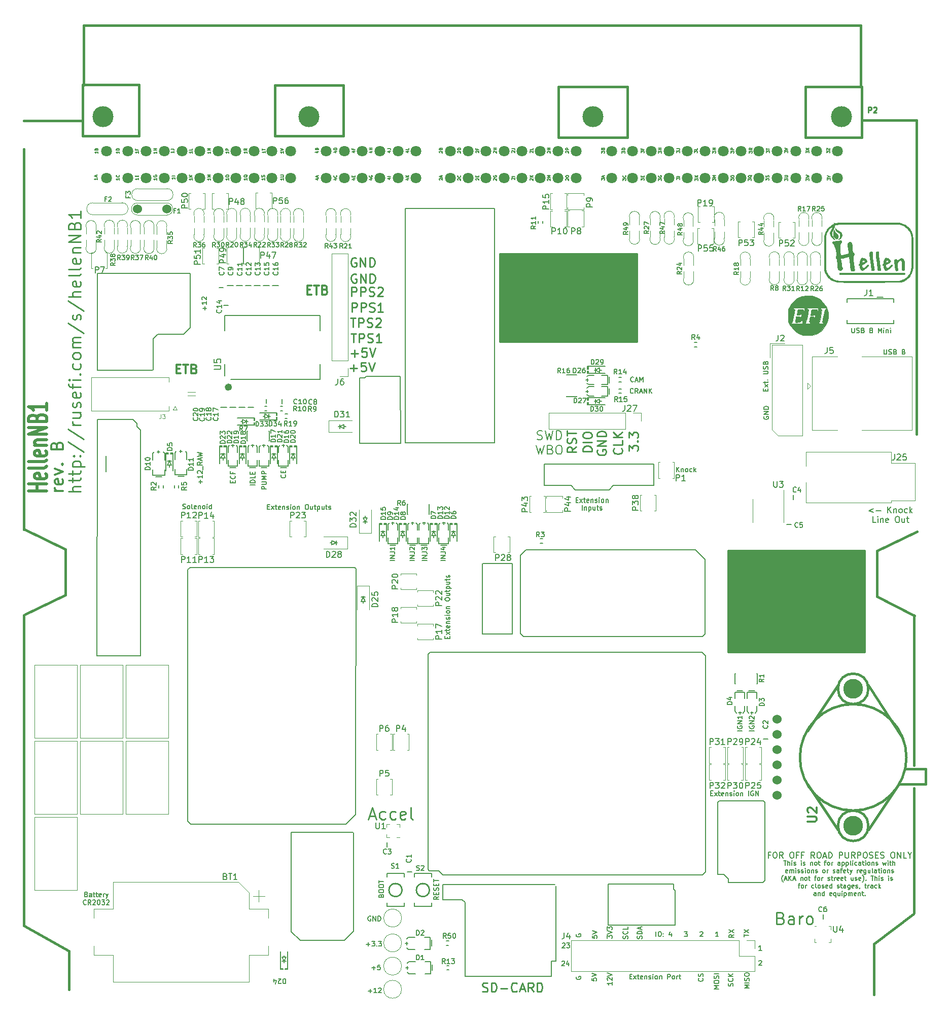
<source format=gto>
G04 #@! TF.GenerationSoftware,KiCad,Pcbnew,(5.99.0-10559-g8513ca974c)*
G04 #@! TF.CreationDate,2021-11-27T12:42:04+02:00*
G04 #@! TF.ProjectId,hellen64_NB1,68656c6c-656e-4363-945f-4e42312e6b69,b*
G04 #@! TF.SameCoordinates,PX141ef50PYa2cc1bc*
G04 #@! TF.FileFunction,Legend,Top*
G04 #@! TF.FilePolarity,Positive*
%FSLAX46Y46*%
G04 Gerber Fmt 4.6, Leading zero omitted, Abs format (unit mm)*
G04 Created by KiCad (PCBNEW (5.99.0-10559-g8513ca974c)) date 2021-11-27 12:42:04*
%MOMM*%
%LPD*%
G01*
G04 APERTURE LIST*
%ADD10C,0.250000*%
%ADD11C,0.381000*%
%ADD12C,0.170000*%
%ADD13C,0.127000*%
%ADD14C,0.300000*%
%ADD15C,0.375000*%
%ADD16C,0.150000*%
%ADD17C,0.500000*%
%ADD18C,0.200000*%
%ADD19C,0.180000*%
%ADD20C,0.222250*%
%ADD21C,0.304800*%
%ADD22C,0.120000*%
%ADD23C,0.002540*%
%ADD24C,0.099060*%
%ADD25C,0.203200*%
%ADD26C,0.254000*%
%ADD27C,0.616000*%
%ADD28C,3.500120*%
%ADD29C,1.800000*%
%ADD30C,3.302000*%
%ADD31C,1.524000*%
G04 APERTURE END LIST*
D10*
X56798108Y108273198D02*
X57940965Y108273198D01*
X57369537Y107701769D02*
X57369537Y108844626D01*
X59369537Y109201769D02*
X58655251Y109201769D01*
X58583822Y108487483D01*
X58655251Y108558912D01*
X58798108Y108630340D01*
X59155251Y108630340D01*
X59298108Y108558912D01*
X59369537Y108487483D01*
X59440965Y108344626D01*
X59440965Y107987483D01*
X59369537Y107844626D01*
X59298108Y107773198D01*
X59155251Y107701769D01*
X58798108Y107701769D01*
X58655251Y107773198D01*
X58583822Y107844626D01*
X59869537Y109201769D02*
X60369537Y107701769D01*
X60869537Y109201769D01*
X57608822Y124180340D02*
X57465965Y124251769D01*
X57251680Y124251769D01*
X57037394Y124180340D01*
X56894537Y124037483D01*
X56823108Y123894626D01*
X56751680Y123608912D01*
X56751680Y123394626D01*
X56823108Y123108912D01*
X56894537Y122966055D01*
X57037394Y122823198D01*
X57251680Y122751769D01*
X57394537Y122751769D01*
X57608822Y122823198D01*
X57680251Y122894626D01*
X57680251Y123394626D01*
X57394537Y123394626D01*
X58323108Y122751769D02*
X58323108Y124251769D01*
X59180251Y122751769D01*
X59180251Y124251769D01*
X59894537Y122751769D02*
X59894537Y124251769D01*
X60251680Y124251769D01*
X60465965Y124180340D01*
X60608822Y124037483D01*
X60680251Y123894626D01*
X60751680Y123608912D01*
X60751680Y123394626D01*
X60680251Y123108912D01*
X60608822Y122966055D01*
X60465965Y122823198D01*
X60251680Y122751769D01*
X59894537Y122751769D01*
D11*
X151162640Y94800000D02*
X151162640Y147005340D01*
X2151680Y147130340D02*
X11662640Y147130340D01*
X9112360Y67975000D02*
X9112360Y75575000D01*
X144537640Y75325000D02*
X144537640Y67725000D01*
X144087640Y9705340D02*
X150687640Y14705340D01*
X151162640Y147255340D02*
X142175000Y147255340D01*
X151237640Y78525000D02*
X144537640Y75325000D01*
D10*
X104507464Y124959870D02*
X81607464Y124959870D01*
X81607464Y124959870D02*
X81607464Y110209870D01*
X81607464Y110209870D02*
X104507464Y110209870D01*
X104507464Y110209870D02*
X104507464Y124959870D01*
G36*
X104507464Y124959870D02*
G01*
X81607464Y124959870D01*
X81607464Y110209870D01*
X104507464Y110209870D01*
X104507464Y124959870D01*
G37*
X142576680Y75430340D02*
X119676680Y75430340D01*
X119676680Y75430340D02*
X119676680Y58430340D01*
X119676680Y58430340D02*
X142576680Y58430340D01*
X142576680Y58430340D02*
X142576680Y75430340D01*
G36*
X142576680Y75430340D02*
G01*
X119676680Y75430340D01*
X119676680Y58430340D01*
X142576680Y58430340D01*
X142576680Y75430340D01*
G37*
D11*
X9701680Y2105340D02*
X9662640Y8305340D01*
X2162640Y78905340D02*
X2162640Y142355340D01*
X144537640Y67725000D02*
X150837640Y64525000D01*
X144101680Y1212400D02*
X144101680Y9755340D01*
X9662640Y8500000D02*
X2162640Y12800000D01*
X9112360Y75575000D02*
X2175000Y78975000D01*
X2412360Y64775000D02*
X9112360Y67975000D01*
X150762640Y39512400D02*
X150762640Y64605340D01*
X2162640Y12805340D02*
X2162640Y64605340D01*
X150762640Y14905340D02*
X150762640Y35712400D01*
D12*
X71413584Y17618436D02*
X71032632Y17351769D01*
X71413584Y17161293D02*
X70613584Y17161293D01*
X70613584Y17466055D01*
X70651680Y17542245D01*
X70689775Y17580340D01*
X70765965Y17618436D01*
X70880251Y17618436D01*
X70956441Y17580340D01*
X70994537Y17542245D01*
X71032632Y17466055D01*
X71032632Y17161293D01*
X70994537Y17961293D02*
X70994537Y18227960D01*
X71413584Y18342245D02*
X71413584Y17961293D01*
X70613584Y17961293D01*
X70613584Y18342245D01*
X71375489Y18647007D02*
X71413584Y18761293D01*
X71413584Y18951769D01*
X71375489Y19027960D01*
X71337394Y19066055D01*
X71261203Y19104150D01*
X71185013Y19104150D01*
X71108822Y19066055D01*
X71070727Y19027960D01*
X71032632Y18951769D01*
X70994537Y18799388D01*
X70956441Y18723198D01*
X70918346Y18685102D01*
X70842156Y18647007D01*
X70765965Y18647007D01*
X70689775Y18685102D01*
X70651680Y18723198D01*
X70613584Y18799388D01*
X70613584Y18989864D01*
X70651680Y19104150D01*
X70994537Y19447007D02*
X70994537Y19713674D01*
X71413584Y19827960D02*
X71413584Y19447007D01*
X70613584Y19447007D01*
X70613584Y19827960D01*
X70613584Y20056531D02*
X70613584Y20513674D01*
X71413584Y20285102D02*
X70613584Y20285102D01*
D13*
X120180809Y141748667D02*
X120180809Y142063143D01*
X120374333Y141893810D01*
X120374333Y141966381D01*
X120398523Y142014762D01*
X120422714Y142038953D01*
X120471095Y142063143D01*
X120592047Y142063143D01*
X120640428Y142038953D01*
X120664619Y142014762D01*
X120688809Y141966381D01*
X120688809Y141821239D01*
X120664619Y141772858D01*
X120640428Y141748667D01*
X120688809Y142280858D02*
X120180809Y142280858D01*
X120180809Y142474381D01*
X120205000Y142522762D01*
X120229190Y142546953D01*
X120277571Y142571143D01*
X120350142Y142571143D01*
X120398523Y142546953D01*
X120422714Y142522762D01*
X120446904Y142474381D01*
X120446904Y142280858D01*
D12*
X60240965Y5698198D02*
X60850489Y5698198D01*
X60545727Y5393436D02*
X60545727Y6002960D01*
X61612394Y6193436D02*
X61231441Y6193436D01*
X61193346Y5812483D01*
X61231441Y5850579D01*
X61307632Y5888674D01*
X61498108Y5888674D01*
X61574299Y5850579D01*
X61612394Y5812483D01*
X61650489Y5736293D01*
X61650489Y5545817D01*
X61612394Y5469626D01*
X61574299Y5431531D01*
X61498108Y5393436D01*
X61307632Y5393436D01*
X61231441Y5431531D01*
X61193346Y5469626D01*
D13*
X105194809Y137200858D02*
X105194809Y137515334D01*
X105388333Y137346000D01*
X105388333Y137418572D01*
X105412523Y137466953D01*
X105436714Y137491143D01*
X105485095Y137515334D01*
X105606047Y137515334D01*
X105654428Y137491143D01*
X105678619Y137466953D01*
X105702809Y137418572D01*
X105702809Y137273429D01*
X105678619Y137225048D01*
X105654428Y137200858D01*
X105436714Y137733048D02*
X105436714Y137902381D01*
X105702809Y137974953D02*
X105702809Y137733048D01*
X105194809Y137733048D01*
X105194809Y137974953D01*
X27258809Y142046620D02*
X27258809Y141756334D01*
X27258809Y141901477D02*
X26750809Y141901477D01*
X26823380Y141853096D01*
X26871761Y141804715D01*
X26895952Y141756334D01*
X26750809Y142409477D02*
X27113666Y142409477D01*
X27186238Y142385286D01*
X27234619Y142336905D01*
X27258809Y142264334D01*
X27258809Y142215953D01*
D12*
X103949999Y103626686D02*
X103911903Y103588591D01*
X103797618Y103550496D01*
X103721427Y103550496D01*
X103607141Y103588591D01*
X103530951Y103664781D01*
X103492856Y103740972D01*
X103454760Y103893353D01*
X103454760Y104007639D01*
X103492856Y104160020D01*
X103530951Y104236210D01*
X103607141Y104312400D01*
X103721427Y104350496D01*
X103797618Y104350496D01*
X103911903Y104312400D01*
X103949999Y104274305D01*
X104254760Y103779067D02*
X104635713Y103779067D01*
X104178570Y103550496D02*
X104445237Y104350496D01*
X104711903Y103550496D01*
X104978570Y103550496D02*
X104978570Y104350496D01*
X105245237Y103779067D01*
X105511903Y104350496D01*
X105511903Y103550496D01*
X120664284Y11270520D02*
X120283332Y11003853D01*
X120664284Y10813377D02*
X119864284Y10813377D01*
X119864284Y11118139D01*
X119902380Y11194329D01*
X119940475Y11232424D01*
X120016665Y11270520D01*
X120130951Y11270520D01*
X120207141Y11232424D01*
X120245237Y11194329D01*
X120283332Y11118139D01*
X120283332Y10813377D01*
X119864284Y11537186D02*
X120664284Y12070520D01*
X119864284Y12070520D02*
X120664284Y11537186D01*
D13*
X45546809Y137529048D02*
X45546809Y137238762D01*
X45546809Y137383905D02*
X45038809Y137383905D01*
X45111380Y137335524D01*
X45159761Y137287143D01*
X45183952Y137238762D01*
X45038809Y137746762D02*
X45450047Y137746762D01*
X45498428Y137770953D01*
X45522619Y137795143D01*
X45546809Y137843524D01*
X45546809Y137940286D01*
X45522619Y137988667D01*
X45498428Y138012858D01*
X45450047Y138037048D01*
X45038809Y138037048D01*
D10*
X56880251Y117851769D02*
X56880251Y119351769D01*
X57451680Y119351769D01*
X57594537Y119280340D01*
X57665965Y119208912D01*
X57737394Y119066055D01*
X57737394Y118851769D01*
X57665965Y118708912D01*
X57594537Y118637483D01*
X57451680Y118566055D01*
X56880251Y118566055D01*
X58380251Y117851769D02*
X58380251Y119351769D01*
X58951680Y119351769D01*
X59094537Y119280340D01*
X59165965Y119208912D01*
X59237394Y119066055D01*
X59237394Y118851769D01*
X59165965Y118708912D01*
X59094537Y118637483D01*
X58951680Y118566055D01*
X58380251Y118566055D01*
X59808822Y117923198D02*
X60023108Y117851769D01*
X60380251Y117851769D01*
X60523108Y117923198D01*
X60594537Y117994626D01*
X60665965Y118137483D01*
X60665965Y118280340D01*
X60594537Y118423198D01*
X60523108Y118494626D01*
X60380251Y118566055D01*
X60094537Y118637483D01*
X59951680Y118708912D01*
X59880251Y118780340D01*
X59808822Y118923198D01*
X59808822Y119066055D01*
X59880251Y119208912D01*
X59951680Y119280340D01*
X60094537Y119351769D01*
X60451680Y119351769D01*
X60665965Y119280340D01*
X61237394Y119208912D02*
X61308822Y119280340D01*
X61451680Y119351769D01*
X61808822Y119351769D01*
X61951680Y119280340D01*
X62023108Y119208912D01*
X62094537Y119066055D01*
X62094537Y118923198D01*
X62023108Y118708912D01*
X61165965Y117851769D01*
X62094537Y117851769D01*
D12*
X145762394Y108943436D02*
X145762394Y108295817D01*
X145800489Y108219626D01*
X145838584Y108181531D01*
X145914775Y108143436D01*
X146067156Y108143436D01*
X146143346Y108181531D01*
X146181441Y108219626D01*
X146219537Y108295817D01*
X146219537Y108943436D01*
X146562394Y108181531D02*
X146676680Y108143436D01*
X146867156Y108143436D01*
X146943346Y108181531D01*
X146981441Y108219626D01*
X147019537Y108295817D01*
X147019537Y108372007D01*
X146981441Y108448198D01*
X146943346Y108486293D01*
X146867156Y108524388D01*
X146714775Y108562483D01*
X146638584Y108600579D01*
X146600489Y108638674D01*
X146562394Y108714864D01*
X146562394Y108791055D01*
X146600489Y108867245D01*
X146638584Y108905340D01*
X146714775Y108943436D01*
X146905251Y108943436D01*
X147019537Y108905340D01*
X147629060Y108562483D02*
X147743346Y108524388D01*
X147781441Y108486293D01*
X147819537Y108410102D01*
X147819537Y108295817D01*
X147781441Y108219626D01*
X147743346Y108181531D01*
X147667156Y108143436D01*
X147362394Y108143436D01*
X147362394Y108943436D01*
X147629060Y108943436D01*
X147705251Y108905340D01*
X147743346Y108867245D01*
X147781441Y108791055D01*
X147781441Y108714864D01*
X147743346Y108638674D01*
X147705251Y108600579D01*
X147629060Y108562483D01*
X147362394Y108562483D01*
X149038584Y108562483D02*
X149152870Y108524388D01*
X149190965Y108486293D01*
X149229060Y108410102D01*
X149229060Y108295817D01*
X149190965Y108219626D01*
X149152870Y108181531D01*
X149076680Y108143436D01*
X148771918Y108143436D01*
X148771918Y108943436D01*
X149038584Y108943436D01*
X149114775Y108905340D01*
X149152870Y108867245D01*
X149190965Y108791055D01*
X149190965Y108714864D01*
X149152870Y108638674D01*
X149114775Y108600579D01*
X149038584Y108562483D01*
X148771918Y108562483D01*
D13*
X42498809Y142046620D02*
X42498809Y141756334D01*
X42498809Y141901477D02*
X41990809Y141901477D01*
X42063380Y141853096D01*
X42111761Y141804715D01*
X42135952Y141756334D01*
X41990809Y142191762D02*
X41990809Y142482048D01*
X42498809Y142336905D02*
X41990809Y142336905D01*
X136182809Y141760762D02*
X136182809Y142075239D01*
X136376333Y141905905D01*
X136376333Y141978477D01*
X136400523Y142026858D01*
X136424714Y142051048D01*
X136473095Y142075239D01*
X136594047Y142075239D01*
X136642428Y142051048D01*
X136666619Y142026858D01*
X136690809Y141978477D01*
X136690809Y141833334D01*
X136666619Y141784953D01*
X136642428Y141760762D01*
X136182809Y142244572D02*
X136182809Y142583239D01*
X136690809Y142244572D01*
X136690809Y142583239D01*
D14*
X8704761Y85300000D02*
X7371428Y85300000D01*
X7752380Y85300000D02*
X7561904Y85395239D01*
X7466666Y85490477D01*
X7371428Y85680953D01*
X7371428Y85871429D01*
X8609523Y87300000D02*
X8704761Y87109524D01*
X8704761Y86728572D01*
X8609523Y86538096D01*
X8419047Y86442858D01*
X7657142Y86442858D01*
X7466666Y86538096D01*
X7371428Y86728572D01*
X7371428Y87109524D01*
X7466666Y87300000D01*
X7657142Y87395239D01*
X7847619Y87395239D01*
X8038095Y86442858D01*
X7371428Y88061905D02*
X8704761Y88538096D01*
X7371428Y89014286D01*
X8514285Y89776191D02*
X8609523Y89871429D01*
X8704761Y89776191D01*
X8609523Y89680953D01*
X8514285Y89776191D01*
X8704761Y89776191D01*
X7657142Y92919048D02*
X7752380Y93204762D01*
X7847619Y93300000D01*
X8038095Y93395239D01*
X8323809Y93395239D01*
X8514285Y93300000D01*
X8609523Y93204762D01*
X8704761Y93014286D01*
X8704761Y92252381D01*
X6704761Y92252381D01*
X6704761Y92919048D01*
X6800000Y93109524D01*
X6895238Y93204762D01*
X7085714Y93300000D01*
X7276190Y93300000D01*
X7466666Y93204762D01*
X7561904Y93109524D01*
X7657142Y92919048D01*
X7657142Y92252381D01*
D12*
X122364284Y10899091D02*
X122364284Y11356234D01*
X123164284Y11127662D02*
X122364284Y11127662D01*
X122364284Y11546710D02*
X123164284Y12080043D01*
X122364284Y12080043D02*
X123164284Y11546710D01*
D15*
X49458822Y118912483D02*
X49958822Y118912483D01*
X50173108Y118126769D02*
X49458822Y118126769D01*
X49458822Y119626769D01*
X50173108Y119626769D01*
X50601680Y119626769D02*
X51458822Y119626769D01*
X51030251Y118126769D02*
X51030251Y119626769D01*
X52458822Y118912483D02*
X52673108Y118841055D01*
X52744537Y118769626D01*
X52815965Y118626769D01*
X52815965Y118412483D01*
X52744537Y118269626D01*
X52673108Y118198198D01*
X52530251Y118126769D01*
X51958822Y118126769D01*
X51958822Y119626769D01*
X52458822Y119626769D01*
X52601680Y119555340D01*
X52673108Y119483912D01*
X52744537Y119341055D01*
X52744537Y119198198D01*
X52673108Y119055340D01*
X52601680Y118983912D01*
X52458822Y118912483D01*
X51958822Y118912483D01*
D12*
X123264284Y2313377D02*
X122464284Y2313377D01*
X123035713Y2580043D01*
X122464284Y2846710D01*
X123264284Y2846710D01*
X123264284Y3227662D02*
X122464284Y3227662D01*
X123226189Y3570520D02*
X123264284Y3684805D01*
X123264284Y3875281D01*
X123226189Y3951472D01*
X123188094Y3989567D01*
X123111903Y4027662D01*
X123035713Y4027662D01*
X122959522Y3989567D01*
X122921427Y3951472D01*
X122883332Y3875281D01*
X122845237Y3722900D01*
X122807141Y3646710D01*
X122769046Y3608615D01*
X122692856Y3570520D01*
X122616665Y3570520D01*
X122540475Y3608615D01*
X122502380Y3646710D01*
X122464284Y3722900D01*
X122464284Y3913377D01*
X122502380Y4027662D01*
X122464284Y4522900D02*
X122464284Y4675281D01*
X122502380Y4751472D01*
X122578570Y4827662D01*
X122730951Y4865758D01*
X122997618Y4865758D01*
X123149999Y4827662D01*
X123226189Y4751472D01*
X123264284Y4675281D01*
X123264284Y4522900D01*
X123226189Y4446710D01*
X123149999Y4370520D01*
X122997618Y4332424D01*
X122730951Y4332424D01*
X122578570Y4370520D01*
X122502380Y4446710D01*
X122464284Y4522900D01*
X72564284Y73713377D02*
X71764284Y73713377D01*
X72564284Y74094329D02*
X71764284Y74094329D01*
X72564284Y74551472D01*
X71764284Y74551472D01*
X71764284Y75160996D02*
X72335713Y75160996D01*
X72449999Y75122900D01*
X72526189Y75046710D01*
X72564284Y74932424D01*
X72564284Y74856234D01*
X72030951Y75884805D02*
X72564284Y75884805D01*
X71726189Y75694329D02*
X72297618Y75503853D01*
X72297618Y75999091D01*
D10*
X78724894Y1798198D02*
X78939180Y1726769D01*
X79296322Y1726769D01*
X79439180Y1798198D01*
X79510608Y1869626D01*
X79582037Y2012483D01*
X79582037Y2155340D01*
X79510608Y2298198D01*
X79439180Y2369626D01*
X79296322Y2441055D01*
X79010608Y2512483D01*
X78867751Y2583912D01*
X78796322Y2655340D01*
X78724894Y2798198D01*
X78724894Y2941055D01*
X78796322Y3083912D01*
X78867751Y3155340D01*
X79010608Y3226769D01*
X79367751Y3226769D01*
X79582037Y3155340D01*
X80224894Y1726769D02*
X80224894Y3226769D01*
X80582037Y3226769D01*
X80796322Y3155340D01*
X80939180Y3012483D01*
X81010608Y2869626D01*
X81082037Y2583912D01*
X81082037Y2369626D01*
X81010608Y2083912D01*
X80939180Y1941055D01*
X80796322Y1798198D01*
X80582037Y1726769D01*
X80224894Y1726769D01*
X81724894Y2298198D02*
X82867751Y2298198D01*
X84439180Y1869626D02*
X84367751Y1798198D01*
X84153465Y1726769D01*
X84010608Y1726769D01*
X83796322Y1798198D01*
X83653465Y1941055D01*
X83582037Y2083912D01*
X83510608Y2369626D01*
X83510608Y2583912D01*
X83582037Y2869626D01*
X83653465Y3012483D01*
X83796322Y3155340D01*
X84010608Y3226769D01*
X84153465Y3226769D01*
X84367751Y3155340D01*
X84439180Y3083912D01*
X85010608Y2155340D02*
X85724894Y2155340D01*
X84867751Y1726769D02*
X85367751Y3226769D01*
X85867751Y1726769D01*
X87224894Y1726769D02*
X86724894Y2441055D01*
X86367751Y1726769D02*
X86367751Y3226769D01*
X86939180Y3226769D01*
X87082037Y3155340D01*
X87153465Y3083912D01*
X87224894Y2941055D01*
X87224894Y2726769D01*
X87153465Y2583912D01*
X87082037Y2512483D01*
X86939180Y2441055D01*
X86367751Y2441055D01*
X87867751Y1726769D02*
X87867751Y3226769D01*
X88224894Y3226769D01*
X88439180Y3155340D01*
X88582037Y3012483D01*
X88653465Y2869626D01*
X88724894Y2583912D01*
X88724894Y2369626D01*
X88653465Y2083912D01*
X88582037Y1941055D01*
X88439180Y1798198D01*
X88224894Y1726769D01*
X87867751Y1726769D01*
D13*
X98590809Y137212953D02*
X98590809Y137527429D01*
X98784333Y137358096D01*
X98784333Y137430667D01*
X98808523Y137479048D01*
X98832714Y137503239D01*
X98881095Y137527429D01*
X99002047Y137527429D01*
X99050428Y137503239D01*
X99074619Y137479048D01*
X99098809Y137430667D01*
X99098809Y137285524D01*
X99074619Y137237143D01*
X99050428Y137212953D01*
X98953666Y137720953D02*
X98953666Y137962858D01*
X99098809Y137672572D02*
X98590809Y137841905D01*
X99098809Y138011239D01*
X105194809Y141784953D02*
X105194809Y142099429D01*
X105388333Y141930096D01*
X105388333Y142002667D01*
X105412523Y142051048D01*
X105436714Y142075239D01*
X105485095Y142099429D01*
X105606047Y142099429D01*
X105654428Y142075239D01*
X105678619Y142051048D01*
X105702809Y142002667D01*
X105702809Y141857524D01*
X105678619Y141809143D01*
X105654428Y141784953D01*
X105436714Y142486477D02*
X105436714Y142317143D01*
X105702809Y142317143D02*
X105194809Y142317143D01*
X105194809Y142559048D01*
X123101809Y137164572D02*
X123101809Y137479048D01*
X123295333Y137309715D01*
X123295333Y137382286D01*
X123319523Y137430667D01*
X123343714Y137454858D01*
X123392095Y137479048D01*
X123513047Y137479048D01*
X123561428Y137454858D01*
X123585619Y137430667D01*
X123609809Y137382286D01*
X123609809Y137237143D01*
X123585619Y137188762D01*
X123561428Y137164572D01*
X123658190Y138035429D02*
X123634000Y137987048D01*
X123585619Y137938667D01*
X123513047Y137866096D01*
X123488857Y137817715D01*
X123488857Y137769334D01*
X123609809Y137793524D02*
X123585619Y137745143D01*
X123537238Y137696762D01*
X123440476Y137672572D01*
X123271142Y137672572D01*
X123174380Y137696762D01*
X123126000Y137745143D01*
X123101809Y137793524D01*
X123101809Y137890286D01*
X123126000Y137938667D01*
X123174380Y137987048D01*
X123271142Y138011239D01*
X123440476Y138011239D01*
X123537238Y137987048D01*
X123585619Y137938667D01*
X123609809Y137890286D01*
X123609809Y137793524D01*
X114211809Y137176667D02*
X114211809Y137491143D01*
X114405333Y137321810D01*
X114405333Y137394381D01*
X114429523Y137442762D01*
X114453714Y137466953D01*
X114502095Y137491143D01*
X114623047Y137491143D01*
X114671428Y137466953D01*
X114695619Y137442762D01*
X114719809Y137394381D01*
X114719809Y137249239D01*
X114695619Y137200858D01*
X114671428Y137176667D01*
X114719809Y137708858D02*
X114211809Y137708858D01*
X114719809Y137999143D02*
X114429523Y137781429D01*
X114211809Y137999143D02*
X114502095Y137708858D01*
D16*
X144015476Y82344286D02*
X143253571Y82058572D01*
X144015476Y81772858D01*
X144396428Y82010953D02*
X145253571Y82010953D01*
X146396428Y81677620D02*
X146396428Y82677620D01*
X146967857Y81677620D02*
X146539285Y82249048D01*
X146967857Y82677620D02*
X146396428Y82106191D01*
X147396428Y82344286D02*
X147396428Y81677620D01*
X147396428Y82249048D02*
X147444047Y82296667D01*
X147539285Y82344286D01*
X147682142Y82344286D01*
X147777380Y82296667D01*
X147825000Y82201429D01*
X147825000Y81677620D01*
X148444047Y81677620D02*
X148348809Y81725239D01*
X148301190Y81772858D01*
X148253571Y81868096D01*
X148253571Y82153810D01*
X148301190Y82249048D01*
X148348809Y82296667D01*
X148444047Y82344286D01*
X148586904Y82344286D01*
X148682142Y82296667D01*
X148729761Y82249048D01*
X148777380Y82153810D01*
X148777380Y81868096D01*
X148729761Y81772858D01*
X148682142Y81725239D01*
X148586904Y81677620D01*
X148444047Y81677620D01*
X149634523Y81725239D02*
X149539285Y81677620D01*
X149348809Y81677620D01*
X149253571Y81725239D01*
X149205952Y81772858D01*
X149158333Y81868096D01*
X149158333Y82153810D01*
X149205952Y82249048D01*
X149253571Y82296667D01*
X149348809Y82344286D01*
X149539285Y82344286D01*
X149634523Y82296667D01*
X150063095Y81677620D02*
X150063095Y82677620D01*
X150158333Y82058572D02*
X150444047Y81677620D01*
X150444047Y82344286D02*
X150063095Y81963334D01*
X144372619Y80067620D02*
X143896428Y80067620D01*
X143896428Y81067620D01*
X144705952Y80067620D02*
X144705952Y80734286D01*
X144705952Y81067620D02*
X144658333Y81020000D01*
X144705952Y80972381D01*
X144753571Y81020000D01*
X144705952Y81067620D01*
X144705952Y80972381D01*
X145182142Y80734286D02*
X145182142Y80067620D01*
X145182142Y80639048D02*
X145229761Y80686667D01*
X145325000Y80734286D01*
X145467857Y80734286D01*
X145563095Y80686667D01*
X145610714Y80591429D01*
X145610714Y80067620D01*
X146467857Y80115239D02*
X146372619Y80067620D01*
X146182142Y80067620D01*
X146086904Y80115239D01*
X146039285Y80210477D01*
X146039285Y80591429D01*
X146086904Y80686667D01*
X146182142Y80734286D01*
X146372619Y80734286D01*
X146467857Y80686667D01*
X146515476Y80591429D01*
X146515476Y80496191D01*
X146039285Y80400953D01*
X147896428Y81067620D02*
X148086904Y81067620D01*
X148182142Y81020000D01*
X148277380Y80924762D01*
X148325000Y80734286D01*
X148325000Y80400953D01*
X148277380Y80210477D01*
X148182142Y80115239D01*
X148086904Y80067620D01*
X147896428Y80067620D01*
X147801190Y80115239D01*
X147705952Y80210477D01*
X147658333Y80400953D01*
X147658333Y80734286D01*
X147705952Y80924762D01*
X147801190Y81020000D01*
X147896428Y81067620D01*
X149182142Y80734286D02*
X149182142Y80067620D01*
X148753571Y80734286D02*
X148753571Y80210477D01*
X148801190Y80115239D01*
X148896428Y80067620D01*
X149039285Y80067620D01*
X149134523Y80115239D01*
X149182142Y80162858D01*
X149515476Y80734286D02*
X149896428Y80734286D01*
X149658333Y81067620D02*
X149658333Y80210477D01*
X149705952Y80115239D01*
X149801190Y80067620D01*
X149896428Y80067620D01*
D12*
X42844537Y82662483D02*
X43111203Y82662483D01*
X43225489Y82243436D02*
X42844537Y82243436D01*
X42844537Y83043436D01*
X43225489Y83043436D01*
X43492156Y82243436D02*
X43911203Y82776769D01*
X43492156Y82776769D02*
X43911203Y82243436D01*
X44101680Y82776769D02*
X44406441Y82776769D01*
X44215965Y83043436D02*
X44215965Y82357721D01*
X44254060Y82281531D01*
X44330251Y82243436D01*
X44406441Y82243436D01*
X44977870Y82281531D02*
X44901680Y82243436D01*
X44749299Y82243436D01*
X44673108Y82281531D01*
X44635013Y82357721D01*
X44635013Y82662483D01*
X44673108Y82738674D01*
X44749299Y82776769D01*
X44901680Y82776769D01*
X44977870Y82738674D01*
X45015965Y82662483D01*
X45015965Y82586293D01*
X44635013Y82510102D01*
X45358822Y82776769D02*
X45358822Y82243436D01*
X45358822Y82700579D02*
X45396918Y82738674D01*
X45473108Y82776769D01*
X45587394Y82776769D01*
X45663584Y82738674D01*
X45701680Y82662483D01*
X45701680Y82243436D01*
X46044537Y82281531D02*
X46120727Y82243436D01*
X46273108Y82243436D01*
X46349299Y82281531D01*
X46387394Y82357721D01*
X46387394Y82395817D01*
X46349299Y82472007D01*
X46273108Y82510102D01*
X46158822Y82510102D01*
X46082632Y82548198D01*
X46044537Y82624388D01*
X46044537Y82662483D01*
X46082632Y82738674D01*
X46158822Y82776769D01*
X46273108Y82776769D01*
X46349299Y82738674D01*
X46730251Y82243436D02*
X46730251Y82776769D01*
X46730251Y83043436D02*
X46692156Y83005340D01*
X46730251Y82967245D01*
X46768346Y83005340D01*
X46730251Y83043436D01*
X46730251Y82967245D01*
X47225489Y82243436D02*
X47149299Y82281531D01*
X47111203Y82319626D01*
X47073108Y82395817D01*
X47073108Y82624388D01*
X47111203Y82700579D01*
X47149299Y82738674D01*
X47225489Y82776769D01*
X47339775Y82776769D01*
X47415965Y82738674D01*
X47454060Y82700579D01*
X47492156Y82624388D01*
X47492156Y82395817D01*
X47454060Y82319626D01*
X47415965Y82281531D01*
X47339775Y82243436D01*
X47225489Y82243436D01*
X47835013Y82776769D02*
X47835013Y82243436D01*
X47835013Y82700579D02*
X47873108Y82738674D01*
X47949299Y82776769D01*
X48063584Y82776769D01*
X48139775Y82738674D01*
X48177870Y82662483D01*
X48177870Y82243436D01*
X49320727Y83043436D02*
X49473108Y83043436D01*
X49549299Y83005340D01*
X49625489Y82929150D01*
X49663584Y82776769D01*
X49663584Y82510102D01*
X49625489Y82357721D01*
X49549299Y82281531D01*
X49473108Y82243436D01*
X49320727Y82243436D01*
X49244537Y82281531D01*
X49168346Y82357721D01*
X49130251Y82510102D01*
X49130251Y82776769D01*
X49168346Y82929150D01*
X49244537Y83005340D01*
X49320727Y83043436D01*
X50349299Y82776769D02*
X50349299Y82243436D01*
X50006441Y82776769D02*
X50006441Y82357721D01*
X50044537Y82281531D01*
X50120727Y82243436D01*
X50235013Y82243436D01*
X50311203Y82281531D01*
X50349299Y82319626D01*
X50615965Y82776769D02*
X50920727Y82776769D01*
X50730251Y83043436D02*
X50730251Y82357721D01*
X50768346Y82281531D01*
X50844537Y82243436D01*
X50920727Y82243436D01*
X51187394Y82776769D02*
X51187394Y81976769D01*
X51187394Y82738674D02*
X51263584Y82776769D01*
X51415965Y82776769D01*
X51492156Y82738674D01*
X51530251Y82700579D01*
X51568346Y82624388D01*
X51568346Y82395817D01*
X51530251Y82319626D01*
X51492156Y82281531D01*
X51415965Y82243436D01*
X51263584Y82243436D01*
X51187394Y82281531D01*
X52254060Y82776769D02*
X52254060Y82243436D01*
X51911203Y82776769D02*
X51911203Y82357721D01*
X51949299Y82281531D01*
X52025489Y82243436D01*
X52139775Y82243436D01*
X52215965Y82281531D01*
X52254060Y82319626D01*
X52520727Y82776769D02*
X52825489Y82776769D01*
X52635013Y83043436D02*
X52635013Y82357721D01*
X52673108Y82281531D01*
X52749299Y82243436D01*
X52825489Y82243436D01*
X53054060Y82281531D02*
X53130251Y82243436D01*
X53282632Y82243436D01*
X53358822Y82281531D01*
X53396918Y82357721D01*
X53396918Y82395817D01*
X53358822Y82472007D01*
X53282632Y82510102D01*
X53168346Y82510102D01*
X53092156Y82548198D01*
X53054060Y82624388D01*
X53054060Y82662483D01*
X53092156Y82738674D01*
X53168346Y82776769D01*
X53282632Y82776769D01*
X53358822Y82738674D01*
D13*
X77684190Y141809143D02*
X77660000Y141833334D01*
X77635809Y141881715D01*
X77635809Y142002667D01*
X77660000Y142051048D01*
X77684190Y142075239D01*
X77732571Y142099429D01*
X77780952Y142099429D01*
X77853523Y142075239D01*
X78143809Y141784953D01*
X78143809Y142099429D01*
X77877714Y142486477D02*
X77877714Y142317143D01*
X78143809Y142317143D02*
X77635809Y142317143D01*
X77635809Y142559048D01*
D12*
X72844537Y60698198D02*
X72844537Y60964864D01*
X73263584Y61079150D02*
X73263584Y60698198D01*
X72463584Y60698198D01*
X72463584Y61079150D01*
X73263584Y61345817D02*
X72730251Y61764864D01*
X72730251Y61345817D02*
X73263584Y61764864D01*
X72730251Y61955340D02*
X72730251Y62260102D01*
X72463584Y62069626D02*
X73149299Y62069626D01*
X73225489Y62107721D01*
X73263584Y62183912D01*
X73263584Y62260102D01*
X73225489Y62831531D02*
X73263584Y62755340D01*
X73263584Y62602960D01*
X73225489Y62526769D01*
X73149299Y62488674D01*
X72844537Y62488674D01*
X72768346Y62526769D01*
X72730251Y62602960D01*
X72730251Y62755340D01*
X72768346Y62831531D01*
X72844537Y62869626D01*
X72920727Y62869626D01*
X72996918Y62488674D01*
X72730251Y63212483D02*
X73263584Y63212483D01*
X72806441Y63212483D02*
X72768346Y63250579D01*
X72730251Y63326769D01*
X72730251Y63441055D01*
X72768346Y63517245D01*
X72844537Y63555340D01*
X73263584Y63555340D01*
X73225489Y63898198D02*
X73263584Y63974388D01*
X73263584Y64126769D01*
X73225489Y64202960D01*
X73149299Y64241055D01*
X73111203Y64241055D01*
X73035013Y64202960D01*
X72996918Y64126769D01*
X72996918Y64012483D01*
X72958822Y63936293D01*
X72882632Y63898198D01*
X72844537Y63898198D01*
X72768346Y63936293D01*
X72730251Y64012483D01*
X72730251Y64126769D01*
X72768346Y64202960D01*
X73263584Y64583912D02*
X72730251Y64583912D01*
X72463584Y64583912D02*
X72501680Y64545817D01*
X72539775Y64583912D01*
X72501680Y64622007D01*
X72463584Y64583912D01*
X72539775Y64583912D01*
X73263584Y65079150D02*
X73225489Y65002960D01*
X73187394Y64964864D01*
X73111203Y64926769D01*
X72882632Y64926769D01*
X72806441Y64964864D01*
X72768346Y65002960D01*
X72730251Y65079150D01*
X72730251Y65193436D01*
X72768346Y65269626D01*
X72806441Y65307721D01*
X72882632Y65345817D01*
X73111203Y65345817D01*
X73187394Y65307721D01*
X73225489Y65269626D01*
X73263584Y65193436D01*
X73263584Y65079150D01*
X72730251Y65688674D02*
X73263584Y65688674D01*
X72806441Y65688674D02*
X72768346Y65726769D01*
X72730251Y65802960D01*
X72730251Y65917245D01*
X72768346Y65993436D01*
X72844537Y66031531D01*
X73263584Y66031531D01*
X72463584Y67174388D02*
X72463584Y67326769D01*
X72501680Y67402960D01*
X72577870Y67479150D01*
X72730251Y67517245D01*
X72996918Y67517245D01*
X73149299Y67479150D01*
X73225489Y67402960D01*
X73263584Y67326769D01*
X73263584Y67174388D01*
X73225489Y67098198D01*
X73149299Y67022007D01*
X72996918Y66983912D01*
X72730251Y66983912D01*
X72577870Y67022007D01*
X72501680Y67098198D01*
X72463584Y67174388D01*
X72730251Y68202960D02*
X73263584Y68202960D01*
X72730251Y67860102D02*
X73149299Y67860102D01*
X73225489Y67898198D01*
X73263584Y67974388D01*
X73263584Y68088674D01*
X73225489Y68164864D01*
X73187394Y68202960D01*
X72730251Y68469626D02*
X72730251Y68774388D01*
X72463584Y68583912D02*
X73149299Y68583912D01*
X73225489Y68622007D01*
X73263584Y68698198D01*
X73263584Y68774388D01*
X72730251Y69041055D02*
X73530251Y69041055D01*
X72768346Y69041055D02*
X72730251Y69117245D01*
X72730251Y69269626D01*
X72768346Y69345817D01*
X72806441Y69383912D01*
X72882632Y69422007D01*
X73111203Y69422007D01*
X73187394Y69383912D01*
X73225489Y69345817D01*
X73263584Y69269626D01*
X73263584Y69117245D01*
X73225489Y69041055D01*
X72730251Y70107721D02*
X73263584Y70107721D01*
X72730251Y69764864D02*
X73149299Y69764864D01*
X73225489Y69802960D01*
X73263584Y69879150D01*
X73263584Y69993436D01*
X73225489Y70069626D01*
X73187394Y70107721D01*
X72730251Y70374388D02*
X72730251Y70679150D01*
X72463584Y70488674D02*
X73149299Y70488674D01*
X73225489Y70526769D01*
X73263584Y70602960D01*
X73263584Y70679150D01*
X73225489Y70907721D02*
X73263584Y70983912D01*
X73263584Y71136293D01*
X73225489Y71212483D01*
X73149299Y71250579D01*
X73111203Y71250579D01*
X73035013Y71212483D01*
X72996918Y71136293D01*
X72996918Y71022007D01*
X72958822Y70945817D01*
X72882632Y70907721D01*
X72844537Y70907721D01*
X72768346Y70945817D01*
X72730251Y71022007D01*
X72730251Y71136293D01*
X72768346Y71212483D01*
X115488094Y3970520D02*
X115526189Y3932424D01*
X115564284Y3818139D01*
X115564284Y3741948D01*
X115526189Y3627662D01*
X115449999Y3551472D01*
X115373808Y3513377D01*
X115221427Y3475281D01*
X115107141Y3475281D01*
X114954760Y3513377D01*
X114878570Y3551472D01*
X114802380Y3627662D01*
X114764284Y3741948D01*
X114764284Y3818139D01*
X114802380Y3932424D01*
X114840475Y3970520D01*
X115526189Y4275281D02*
X115564284Y4389567D01*
X115564284Y4580043D01*
X115526189Y4656234D01*
X115488094Y4694329D01*
X115411903Y4732424D01*
X115335713Y4732424D01*
X115259522Y4694329D01*
X115221427Y4656234D01*
X115183332Y4580043D01*
X115145237Y4427662D01*
X115107141Y4351472D01*
X115069046Y4313377D01*
X114992856Y4275281D01*
X114916665Y4275281D01*
X114840475Y4313377D01*
X114802380Y4351472D01*
X114764284Y4427662D01*
X114764284Y4618139D01*
X114802380Y4732424D01*
X111101680Y88543436D02*
X111101680Y89343436D01*
X111558822Y88543436D02*
X111215965Y89000579D01*
X111558822Y89343436D02*
X111101680Y88886293D01*
X111901680Y89076769D02*
X111901680Y88543436D01*
X111901680Y89000579D02*
X111939775Y89038674D01*
X112015965Y89076769D01*
X112130251Y89076769D01*
X112206441Y89038674D01*
X112244537Y88962483D01*
X112244537Y88543436D01*
X112739775Y88543436D02*
X112663584Y88581531D01*
X112625489Y88619626D01*
X112587394Y88695817D01*
X112587394Y88924388D01*
X112625489Y89000579D01*
X112663584Y89038674D01*
X112739775Y89076769D01*
X112854060Y89076769D01*
X112930251Y89038674D01*
X112968346Y89000579D01*
X113006441Y88924388D01*
X113006441Y88695817D01*
X112968346Y88619626D01*
X112930251Y88581531D01*
X112854060Y88543436D01*
X112739775Y88543436D01*
X113692156Y88581531D02*
X113615965Y88543436D01*
X113463584Y88543436D01*
X113387394Y88581531D01*
X113349299Y88619626D01*
X113311203Y88695817D01*
X113311203Y88924388D01*
X113349299Y89000579D01*
X113387394Y89038674D01*
X113463584Y89076769D01*
X113615965Y89076769D01*
X113692156Y89038674D01*
X114035013Y88543436D02*
X114035013Y89343436D01*
X114111203Y88848198D02*
X114339775Y88543436D01*
X114339775Y89076769D02*
X114035013Y88772007D01*
X40764284Y86326686D02*
X39964284Y86326686D01*
X40764284Y86707639D02*
X39964284Y86707639D01*
X39964284Y86898115D01*
X40002380Y87012400D01*
X40078570Y87088591D01*
X40154760Y87126686D01*
X40307141Y87164781D01*
X40421427Y87164781D01*
X40573808Y87126686D01*
X40649999Y87088591D01*
X40726189Y87012400D01*
X40764284Y86898115D01*
X40764284Y86707639D01*
X40764284Y87888591D02*
X40764284Y87507639D01*
X39964284Y87507639D01*
X40345237Y88155258D02*
X40345237Y88421924D01*
X40764284Y88536210D02*
X40764284Y88155258D01*
X39964284Y88155258D01*
X39964284Y88536210D01*
D13*
X126149809Y141809143D02*
X126149809Y142123620D01*
X126343333Y141954286D01*
X126343333Y142026858D01*
X126367523Y142075239D01*
X126391714Y142099429D01*
X126440095Y142123620D01*
X126561047Y142123620D01*
X126609428Y142099429D01*
X126633619Y142075239D01*
X126657809Y142026858D01*
X126657809Y141881715D01*
X126633619Y141833334D01*
X126609428Y141809143D01*
X126149809Y142268762D02*
X126149809Y142559048D01*
X126657809Y142413905D02*
X126149809Y142413905D01*
X66116142Y142063143D02*
X66454809Y142063143D01*
X65922619Y141942191D02*
X66285476Y141821239D01*
X66285476Y142135715D01*
X66454809Y142571143D02*
X66454809Y142329239D01*
X65946809Y142329239D01*
X30306809Y142034524D02*
X30306809Y141744239D01*
X30306809Y141889381D02*
X29798809Y141889381D01*
X29871380Y141841000D01*
X29919761Y141792620D01*
X29943952Y141744239D01*
X30306809Y142494143D02*
X30306809Y142252239D01*
X29798809Y142252239D01*
D12*
X64064284Y73713377D02*
X63264284Y73713377D01*
X64064284Y74094329D02*
X63264284Y74094329D01*
X64064284Y74551472D01*
X63264284Y74551472D01*
X63264284Y75160996D02*
X63835713Y75160996D01*
X63949999Y75122900D01*
X64026189Y75046710D01*
X64064284Y74932424D01*
X64064284Y74856234D01*
X64064284Y75960996D02*
X64064284Y75503853D01*
X64064284Y75732424D02*
X63264284Y75732424D01*
X63378570Y75656234D01*
X63454760Y75580043D01*
X63492856Y75503853D01*
X69464284Y73713377D02*
X68664284Y73713377D01*
X69464284Y74094329D02*
X68664284Y74094329D01*
X69464284Y74551472D01*
X68664284Y74551472D01*
X68664284Y75160996D02*
X69235713Y75160996D01*
X69349999Y75122900D01*
X69426189Y75046710D01*
X69464284Y74932424D01*
X69464284Y74856234D01*
X68664284Y75465758D02*
X68664284Y75960996D01*
X68969046Y75694329D01*
X68969046Y75808615D01*
X69007141Y75884805D01*
X69045237Y75922900D01*
X69121427Y75960996D01*
X69311903Y75960996D01*
X69388094Y75922900D01*
X69426189Y75884805D01*
X69464284Y75808615D01*
X69464284Y75580043D01*
X69426189Y75503853D01*
X69388094Y75465758D01*
X125322403Y8650496D02*
X124865260Y8650496D01*
X125093832Y8650496D02*
X125093832Y9450496D01*
X125017641Y9336210D01*
X124941451Y9260020D01*
X124865260Y9221924D01*
D13*
X111163809Y141809143D02*
X111163809Y142123620D01*
X111357333Y141954286D01*
X111357333Y142026858D01*
X111381523Y142075239D01*
X111405714Y142099429D01*
X111454095Y142123620D01*
X111575047Y142123620D01*
X111623428Y142099429D01*
X111647619Y142075239D01*
X111671809Y142026858D01*
X111671809Y141881715D01*
X111647619Y141833334D01*
X111623428Y141809143D01*
X111163809Y142486477D02*
X111526666Y142486477D01*
X111599238Y142462286D01*
X111647619Y142413905D01*
X111671809Y142341334D01*
X111671809Y142292953D01*
D12*
X12594537Y17981483D02*
X12708822Y17943388D01*
X12746918Y17905293D01*
X12785013Y17829102D01*
X12785013Y17714817D01*
X12746918Y17638626D01*
X12708822Y17600531D01*
X12632632Y17562436D01*
X12327870Y17562436D01*
X12327870Y18362436D01*
X12594537Y18362436D01*
X12670727Y18324340D01*
X12708822Y18286245D01*
X12746918Y18210055D01*
X12746918Y18133864D01*
X12708822Y18057674D01*
X12670727Y18019579D01*
X12594537Y17981483D01*
X12327870Y17981483D01*
X13470727Y17562436D02*
X13470727Y17981483D01*
X13432632Y18057674D01*
X13356441Y18095769D01*
X13204060Y18095769D01*
X13127870Y18057674D01*
X13470727Y17600531D02*
X13394537Y17562436D01*
X13204060Y17562436D01*
X13127870Y17600531D01*
X13089775Y17676721D01*
X13089775Y17752912D01*
X13127870Y17829102D01*
X13204060Y17867198D01*
X13394537Y17867198D01*
X13470727Y17905293D01*
X13737394Y18095769D02*
X14042156Y18095769D01*
X13851680Y18362436D02*
X13851680Y17676721D01*
X13889775Y17600531D01*
X13965965Y17562436D01*
X14042156Y17562436D01*
X14194537Y18095769D02*
X14499299Y18095769D01*
X14308822Y18362436D02*
X14308822Y17676721D01*
X14346918Y17600531D01*
X14423108Y17562436D01*
X14499299Y17562436D01*
X15070727Y17600531D02*
X14994537Y17562436D01*
X14842156Y17562436D01*
X14765965Y17600531D01*
X14727870Y17676721D01*
X14727870Y17981483D01*
X14765965Y18057674D01*
X14842156Y18095769D01*
X14994537Y18095769D01*
X15070727Y18057674D01*
X15108822Y17981483D01*
X15108822Y17905293D01*
X14727870Y17829102D01*
X15451680Y17562436D02*
X15451680Y18095769D01*
X15451680Y17943388D02*
X15489775Y18019579D01*
X15527870Y18057674D01*
X15604060Y18095769D01*
X15680251Y18095769D01*
X15870727Y18095769D02*
X16061203Y17562436D01*
X16251680Y18095769D02*
X16061203Y17562436D01*
X15985013Y17371960D01*
X15946918Y17333864D01*
X15870727Y17295769D01*
X12575489Y16350626D02*
X12537394Y16312531D01*
X12423108Y16274436D01*
X12346918Y16274436D01*
X12232632Y16312531D01*
X12156441Y16388721D01*
X12118346Y16464912D01*
X12080251Y16617293D01*
X12080251Y16731579D01*
X12118346Y16883960D01*
X12156441Y16960150D01*
X12232632Y17036340D01*
X12346918Y17074436D01*
X12423108Y17074436D01*
X12537394Y17036340D01*
X12575489Y16998245D01*
X13375489Y16274436D02*
X13108822Y16655388D01*
X12918346Y16274436D02*
X12918346Y17074436D01*
X13223108Y17074436D01*
X13299299Y17036340D01*
X13337394Y16998245D01*
X13375489Y16922055D01*
X13375489Y16807769D01*
X13337394Y16731579D01*
X13299299Y16693483D01*
X13223108Y16655388D01*
X12918346Y16655388D01*
X13680251Y16998245D02*
X13718346Y17036340D01*
X13794537Y17074436D01*
X13985013Y17074436D01*
X14061203Y17036340D01*
X14099299Y16998245D01*
X14137394Y16922055D01*
X14137394Y16845864D01*
X14099299Y16731579D01*
X13642156Y16274436D01*
X14137394Y16274436D01*
X14632632Y17074436D02*
X14708822Y17074436D01*
X14785013Y17036340D01*
X14823108Y16998245D01*
X14861203Y16922055D01*
X14899299Y16769674D01*
X14899299Y16579198D01*
X14861203Y16426817D01*
X14823108Y16350626D01*
X14785013Y16312531D01*
X14708822Y16274436D01*
X14632632Y16274436D01*
X14556441Y16312531D01*
X14518346Y16350626D01*
X14480251Y16426817D01*
X14442156Y16579198D01*
X14442156Y16769674D01*
X14480251Y16922055D01*
X14518346Y16998245D01*
X14556441Y17036340D01*
X14632632Y17074436D01*
X15165965Y17074436D02*
X15661203Y17074436D01*
X15394537Y16769674D01*
X15508822Y16769674D01*
X15585013Y16731579D01*
X15623108Y16693483D01*
X15661203Y16617293D01*
X15661203Y16426817D01*
X15623108Y16350626D01*
X15585013Y16312531D01*
X15508822Y16274436D01*
X15280251Y16274436D01*
X15204060Y16312531D01*
X15165965Y16350626D01*
X15965965Y16998245D02*
X16004060Y17036340D01*
X16080251Y17074436D01*
X16270727Y17074436D01*
X16346918Y17036340D01*
X16385013Y16998245D01*
X16423108Y16922055D01*
X16423108Y16845864D01*
X16385013Y16731579D01*
X15927870Y16274436D01*
X16423108Y16274436D01*
D13*
X50992822Y141998102D02*
X51331489Y141998102D01*
X50799299Y141877150D02*
X51162156Y141756198D01*
X51162156Y142070674D01*
X51065394Y142433531D02*
X51089584Y142506102D01*
X51113775Y142530293D01*
X51162156Y142554483D01*
X51234727Y142554483D01*
X51283108Y142530293D01*
X51307299Y142506102D01*
X51331489Y142457721D01*
X51331489Y142264198D01*
X50823489Y142264198D01*
X50823489Y142433531D01*
X50847680Y142481912D01*
X50871870Y142506102D01*
X50920251Y142530293D01*
X50968632Y142530293D01*
X51017013Y142506102D01*
X51041203Y142481912D01*
X51065394Y142433531D01*
X51065394Y142264198D01*
D12*
X124064284Y45312400D02*
X123264284Y45312400D01*
X123302380Y46112400D02*
X123264284Y46036210D01*
X123264284Y45921924D01*
X123302380Y45807639D01*
X123378570Y45731448D01*
X123454760Y45693353D01*
X123607141Y45655258D01*
X123721427Y45655258D01*
X123873808Y45693353D01*
X123949999Y45731448D01*
X124026189Y45807639D01*
X124064284Y45921924D01*
X124064284Y45998115D01*
X124026189Y46112400D01*
X123988094Y46150496D01*
X123721427Y46150496D01*
X123721427Y45998115D01*
X124064284Y46493353D02*
X123264284Y46493353D01*
X124064284Y46950496D01*
X123264284Y46950496D01*
X123340475Y47293353D02*
X123302380Y47331448D01*
X123264284Y47407639D01*
X123264284Y47598115D01*
X123302380Y47674305D01*
X123340475Y47712400D01*
X123416665Y47750496D01*
X123492856Y47750496D01*
X123607141Y47712400D01*
X124064284Y47255258D01*
X124064284Y47750496D01*
D13*
X30306809Y137541143D02*
X30306809Y137250858D01*
X30306809Y137396000D02*
X29798809Y137396000D01*
X29871380Y137347620D01*
X29919761Y137299239D01*
X29943952Y137250858D01*
X30306809Y137758858D02*
X29798809Y137758858D01*
X30306809Y138049143D02*
X30016523Y137831429D01*
X29798809Y138049143D02*
X30089095Y137758858D01*
D10*
X56648108Y105848198D02*
X57790965Y105848198D01*
X57219537Y105276769D02*
X57219537Y106419626D01*
X59219537Y106776769D02*
X58505251Y106776769D01*
X58433822Y106062483D01*
X58505251Y106133912D01*
X58648108Y106205340D01*
X59005251Y106205340D01*
X59148108Y106133912D01*
X59219537Y106062483D01*
X59290965Y105919626D01*
X59290965Y105562483D01*
X59219537Y105419626D01*
X59148108Y105348198D01*
X59005251Y105276769D01*
X58648108Y105276769D01*
X58505251Y105348198D01*
X58433822Y105419626D01*
X59719537Y106776769D02*
X60219537Y105276769D01*
X60719537Y106776769D01*
D12*
X97064284Y11094329D02*
X97064284Y10713377D01*
X97445237Y10675281D01*
X97407141Y10713377D01*
X97369046Y10789567D01*
X97369046Y10980043D01*
X97407141Y11056234D01*
X97445237Y11094329D01*
X97521427Y11132424D01*
X97711903Y11132424D01*
X97788094Y11094329D01*
X97826189Y11056234D01*
X97864284Y10980043D01*
X97864284Y10789567D01*
X97826189Y10713377D01*
X97788094Y10675281D01*
X97064284Y11360996D02*
X97864284Y11627662D01*
X97064284Y11894329D01*
D17*
X5957142Y85361905D02*
X2957142Y85361905D01*
X4385714Y85361905D02*
X4385714Y86504762D01*
X5957142Y86504762D02*
X2957142Y86504762D01*
X5814285Y88219048D02*
X5957142Y88028572D01*
X5957142Y87647620D01*
X5814285Y87457143D01*
X5528571Y87361905D01*
X4385714Y87361905D01*
X4100000Y87457143D01*
X3957142Y87647620D01*
X3957142Y88028572D01*
X4100000Y88219048D01*
X4385714Y88314286D01*
X4671428Y88314286D01*
X4957142Y87361905D01*
X5957142Y89457143D02*
X5814285Y89266667D01*
X5528571Y89171429D01*
X2957142Y89171429D01*
X5957142Y90504762D02*
X5814285Y90314286D01*
X5528571Y90219048D01*
X2957142Y90219048D01*
X5814285Y92028572D02*
X5957142Y91838096D01*
X5957142Y91457143D01*
X5814285Y91266667D01*
X5528571Y91171429D01*
X4385714Y91171429D01*
X4100000Y91266667D01*
X3957142Y91457143D01*
X3957142Y91838096D01*
X4100000Y92028572D01*
X4385714Y92123810D01*
X4671428Y92123810D01*
X4957142Y91171429D01*
X3957142Y92980953D02*
X5957142Y92980953D01*
X4242857Y92980953D02*
X4100000Y93076191D01*
X3957142Y93266667D01*
X3957142Y93552381D01*
X4100000Y93742858D01*
X4385714Y93838096D01*
X5957142Y93838096D01*
X5957142Y94790477D02*
X2957142Y94790477D01*
X5957142Y95933334D01*
X2957142Y95933334D01*
X4385714Y97552381D02*
X4528571Y97838096D01*
X4671428Y97933334D01*
X4957142Y98028572D01*
X5385714Y98028572D01*
X5671428Y97933334D01*
X5814285Y97838096D01*
X5957142Y97647620D01*
X5957142Y96885715D01*
X2957142Y96885715D01*
X2957142Y97552381D01*
X3100000Y97742858D01*
X3242857Y97838096D01*
X3528571Y97933334D01*
X3814285Y97933334D01*
X4100000Y97838096D01*
X4242857Y97742858D01*
X4385714Y97552381D01*
X4385714Y96885715D01*
X5957142Y99933334D02*
X5957142Y98790477D01*
X5957142Y99361905D02*
X2957142Y99361905D01*
X3385714Y99171429D01*
X3671428Y98980953D01*
X3814285Y98790477D01*
D12*
X61817857Y17764286D02*
X61855952Y17878572D01*
X61894047Y17916667D01*
X61970238Y17954762D01*
X62084523Y17954762D01*
X62160714Y17916667D01*
X62198809Y17878572D01*
X62236904Y17802381D01*
X62236904Y17497620D01*
X61436904Y17497620D01*
X61436904Y17764286D01*
X61475000Y17840477D01*
X61513095Y17878572D01*
X61589285Y17916667D01*
X61665476Y17916667D01*
X61741666Y17878572D01*
X61779761Y17840477D01*
X61817857Y17764286D01*
X61817857Y17497620D01*
X61436904Y18450000D02*
X61436904Y18602381D01*
X61475000Y18678572D01*
X61551190Y18754762D01*
X61703571Y18792858D01*
X61970238Y18792858D01*
X62122619Y18754762D01*
X62198809Y18678572D01*
X62236904Y18602381D01*
X62236904Y18450000D01*
X62198809Y18373810D01*
X62122619Y18297620D01*
X61970238Y18259524D01*
X61703571Y18259524D01*
X61551190Y18297620D01*
X61475000Y18373810D01*
X61436904Y18450000D01*
X61436904Y19288096D02*
X61436904Y19440477D01*
X61475000Y19516667D01*
X61551190Y19592858D01*
X61703571Y19630953D01*
X61970238Y19630953D01*
X62122619Y19592858D01*
X62198809Y19516667D01*
X62236904Y19440477D01*
X62236904Y19288096D01*
X62198809Y19211905D01*
X62122619Y19135715D01*
X61970238Y19097620D01*
X61703571Y19097620D01*
X61551190Y19135715D01*
X61475000Y19211905D01*
X61436904Y19288096D01*
X61436904Y19859524D02*
X61436904Y20316667D01*
X62236904Y20088096D02*
X61436904Y20088096D01*
D13*
X57099142Y137466953D02*
X57437809Y137466953D01*
X56905619Y137346000D02*
X57268476Y137225048D01*
X57268476Y137539524D01*
X57171714Y137733048D02*
X57171714Y137902381D01*
X57437809Y137974953D02*
X57437809Y137733048D01*
X56929809Y137733048D01*
X56929809Y137974953D01*
D12*
X124865260Y6874305D02*
X124903356Y6912400D01*
X124979546Y6950496D01*
X125170022Y6950496D01*
X125246213Y6912400D01*
X125284308Y6874305D01*
X125322403Y6798115D01*
X125322403Y6721924D01*
X125284308Y6607639D01*
X124827165Y6150496D01*
X125322403Y6150496D01*
D13*
X63068142Y142075239D02*
X63406809Y142075239D01*
X62874619Y141954286D02*
X63237476Y141833334D01*
X63237476Y142147810D01*
X62898809Y142486477D02*
X63261666Y142486477D01*
X63334238Y142462286D01*
X63382619Y142413905D01*
X63406809Y142341334D01*
X63406809Y142292953D01*
X80605190Y137200858D02*
X80581000Y137225048D01*
X80556809Y137273429D01*
X80556809Y137394381D01*
X80581000Y137442762D01*
X80605190Y137466953D01*
X80653571Y137491143D01*
X80701952Y137491143D01*
X80774523Y137466953D01*
X81064809Y137176667D01*
X81064809Y137491143D01*
X80581000Y137974953D02*
X80556809Y137926572D01*
X80556809Y137854000D01*
X80581000Y137781429D01*
X80629380Y137733048D01*
X80677761Y137708858D01*
X80774523Y137684667D01*
X80847095Y137684667D01*
X80943857Y137708858D01*
X80992238Y137733048D01*
X81040619Y137781429D01*
X81064809Y137854000D01*
X81064809Y137902381D01*
X81040619Y137974953D01*
X81016428Y137999143D01*
X80847095Y137999143D01*
X80847095Y137902381D01*
D12*
X31657142Y86553572D02*
X31657142Y87163096D01*
X31961904Y86858334D02*
X31352380Y86858334D01*
X31961904Y87963096D02*
X31961904Y87505953D01*
X31961904Y87734524D02*
X31161904Y87734524D01*
X31276190Y87658334D01*
X31352380Y87582143D01*
X31390476Y87505953D01*
X31238095Y88267858D02*
X31200000Y88305953D01*
X31161904Y88382143D01*
X31161904Y88572620D01*
X31200000Y88648810D01*
X31238095Y88686905D01*
X31314285Y88725000D01*
X31390476Y88725000D01*
X31504761Y88686905D01*
X31961904Y88229762D01*
X31961904Y88725000D01*
X32038095Y88877381D02*
X32038095Y89486905D01*
X31961904Y90134524D02*
X31580952Y89867858D01*
X31961904Y89677381D02*
X31161904Y89677381D01*
X31161904Y89982143D01*
X31200000Y90058334D01*
X31238095Y90096429D01*
X31314285Y90134524D01*
X31428571Y90134524D01*
X31504761Y90096429D01*
X31542857Y90058334D01*
X31580952Y89982143D01*
X31580952Y89677381D01*
X31733333Y90439286D02*
X31733333Y90820239D01*
X31961904Y90363096D02*
X31161904Y90629762D01*
X31961904Y90896429D01*
X31161904Y91086905D02*
X31961904Y91277381D01*
X31390476Y91429762D01*
X31961904Y91582143D01*
X31161904Y91772620D01*
X59319537Y9648198D02*
X59929060Y9648198D01*
X59624299Y9343436D02*
X59624299Y9952960D01*
X60233822Y10143436D02*
X60729060Y10143436D01*
X60462394Y9838674D01*
X60576680Y9838674D01*
X60652870Y9800579D01*
X60690965Y9762483D01*
X60729060Y9686293D01*
X60729060Y9495817D01*
X60690965Y9419626D01*
X60652870Y9381531D01*
X60576680Y9343436D01*
X60348108Y9343436D01*
X60271918Y9381531D01*
X60233822Y9419626D01*
X61071918Y9419626D02*
X61110013Y9381531D01*
X61071918Y9343436D01*
X61033822Y9381531D01*
X61071918Y9419626D01*
X61071918Y9343436D01*
X61376680Y10143436D02*
X61871918Y10143436D01*
X61605251Y9838674D01*
X61719537Y9838674D01*
X61795727Y9800579D01*
X61833822Y9762483D01*
X61871918Y9686293D01*
X61871918Y9495817D01*
X61833822Y9419626D01*
X61795727Y9381531D01*
X61719537Y9343436D01*
X61490965Y9343436D01*
X61414775Y9381531D01*
X61376680Y9419626D01*
X45788094Y87998115D02*
X45826189Y87960020D01*
X45864284Y87845734D01*
X45864284Y87769543D01*
X45826189Y87655258D01*
X45749999Y87579067D01*
X45673808Y87540972D01*
X45521427Y87502877D01*
X45407141Y87502877D01*
X45254760Y87540972D01*
X45178570Y87579067D01*
X45102380Y87655258D01*
X45064284Y87769543D01*
X45064284Y87845734D01*
X45102380Y87960020D01*
X45140475Y87998115D01*
X45445237Y88340972D02*
X45445237Y88607639D01*
X45864284Y88721924D02*
X45864284Y88340972D01*
X45064284Y88340972D01*
X45064284Y88721924D01*
X42664284Y85626686D02*
X41864284Y85626686D01*
X41864284Y85931448D01*
X41902380Y86007639D01*
X41940475Y86045734D01*
X42016665Y86083829D01*
X42130951Y86083829D01*
X42207141Y86045734D01*
X42245237Y86007639D01*
X42283332Y85931448D01*
X42283332Y85626686D01*
X41864284Y86426686D02*
X42511903Y86426686D01*
X42588094Y86464781D01*
X42626189Y86502877D01*
X42664284Y86579067D01*
X42664284Y86731448D01*
X42626189Y86807639D01*
X42588094Y86845734D01*
X42511903Y86883829D01*
X41864284Y86883829D01*
X42664284Y87264781D02*
X41864284Y87264781D01*
X42435713Y87531448D01*
X41864284Y87798115D01*
X42664284Y87798115D01*
X42664284Y88179067D02*
X41864284Y88179067D01*
X41864284Y88483829D01*
X41902380Y88560020D01*
X41940475Y88598115D01*
X42016665Y88636210D01*
X42130951Y88636210D01*
X42207141Y88598115D01*
X42245237Y88560020D01*
X42283332Y88483829D01*
X42283332Y88179067D01*
D10*
X103180251Y92033912D02*
X103180251Y92962483D01*
X103751680Y92462483D01*
X103751680Y92676769D01*
X103823108Y92819626D01*
X103894537Y92891055D01*
X104037394Y92962483D01*
X104394537Y92962483D01*
X104537394Y92891055D01*
X104608822Y92819626D01*
X104680251Y92676769D01*
X104680251Y92248198D01*
X104608822Y92105340D01*
X104537394Y92033912D01*
X104537394Y93605340D02*
X104608822Y93676769D01*
X104680251Y93605340D01*
X104608822Y93533912D01*
X104537394Y93605340D01*
X104680251Y93605340D01*
X103180251Y94176769D02*
X103180251Y95105340D01*
X103751680Y94605340D01*
X103751680Y94819626D01*
X103823108Y94962483D01*
X103894537Y95033912D01*
X104037394Y95105340D01*
X104394537Y95105340D01*
X104537394Y95033912D01*
X104608822Y94962483D01*
X104680251Y94819626D01*
X104680251Y94391055D01*
X104608822Y94248198D01*
X104537394Y94176769D01*
D13*
X108115809Y141736572D02*
X108115809Y142051048D01*
X108309333Y141881715D01*
X108309333Y141954286D01*
X108333523Y142002667D01*
X108357714Y142026858D01*
X108406095Y142051048D01*
X108527047Y142051048D01*
X108575428Y142026858D01*
X108599619Y142002667D01*
X108623809Y141954286D01*
X108623809Y141809143D01*
X108599619Y141760762D01*
X108575428Y141736572D01*
X108623809Y142268762D02*
X108115809Y142268762D01*
X108357714Y142268762D02*
X108357714Y142559048D01*
X108623809Y142559048D02*
X108115809Y142559048D01*
D12*
X96964284Y3994329D02*
X96964284Y3613377D01*
X97345237Y3575281D01*
X97307141Y3613377D01*
X97269046Y3689567D01*
X97269046Y3880043D01*
X97307141Y3956234D01*
X97345237Y3994329D01*
X97421427Y4032424D01*
X97611903Y4032424D01*
X97688094Y3994329D01*
X97726189Y3956234D01*
X97764284Y3880043D01*
X97764284Y3689567D01*
X97726189Y3613377D01*
X97688094Y3575281D01*
X96964284Y4260996D02*
X97764284Y4527662D01*
X96964284Y4794329D01*
X116820727Y34862483D02*
X117087394Y34862483D01*
X117201680Y34443436D02*
X116820727Y34443436D01*
X116820727Y35243436D01*
X117201680Y35243436D01*
X117468346Y34443436D02*
X117887394Y34976769D01*
X117468346Y34976769D02*
X117887394Y34443436D01*
X118077870Y34976769D02*
X118382632Y34976769D01*
X118192156Y35243436D02*
X118192156Y34557721D01*
X118230251Y34481531D01*
X118306441Y34443436D01*
X118382632Y34443436D01*
X118954060Y34481531D02*
X118877870Y34443436D01*
X118725489Y34443436D01*
X118649299Y34481531D01*
X118611203Y34557721D01*
X118611203Y34862483D01*
X118649299Y34938674D01*
X118725489Y34976769D01*
X118877870Y34976769D01*
X118954060Y34938674D01*
X118992156Y34862483D01*
X118992156Y34786293D01*
X118611203Y34710102D01*
X119335013Y34976769D02*
X119335013Y34443436D01*
X119335013Y34900579D02*
X119373108Y34938674D01*
X119449299Y34976769D01*
X119563584Y34976769D01*
X119639775Y34938674D01*
X119677870Y34862483D01*
X119677870Y34443436D01*
X120020727Y34481531D02*
X120096918Y34443436D01*
X120249299Y34443436D01*
X120325489Y34481531D01*
X120363584Y34557721D01*
X120363584Y34595817D01*
X120325489Y34672007D01*
X120249299Y34710102D01*
X120135013Y34710102D01*
X120058822Y34748198D01*
X120020727Y34824388D01*
X120020727Y34862483D01*
X120058822Y34938674D01*
X120135013Y34976769D01*
X120249299Y34976769D01*
X120325489Y34938674D01*
X120706441Y34443436D02*
X120706441Y34976769D01*
X120706441Y35243436D02*
X120668346Y35205340D01*
X120706441Y35167245D01*
X120744537Y35205340D01*
X120706441Y35243436D01*
X120706441Y35167245D01*
X121201680Y34443436D02*
X121125489Y34481531D01*
X121087394Y34519626D01*
X121049299Y34595817D01*
X121049299Y34824388D01*
X121087394Y34900579D01*
X121125489Y34938674D01*
X121201680Y34976769D01*
X121315965Y34976769D01*
X121392156Y34938674D01*
X121430251Y34900579D01*
X121468346Y34824388D01*
X121468346Y34595817D01*
X121430251Y34519626D01*
X121392156Y34481531D01*
X121315965Y34443436D01*
X121201680Y34443436D01*
X121811203Y34976769D02*
X121811203Y34443436D01*
X121811203Y34900579D02*
X121849299Y34938674D01*
X121925489Y34976769D01*
X122039775Y34976769D01*
X122115965Y34938674D01*
X122154060Y34862483D01*
X122154060Y34443436D01*
X123144537Y34443436D02*
X123144537Y35243436D01*
X123944537Y35205340D02*
X123868346Y35243436D01*
X123754060Y35243436D01*
X123639775Y35205340D01*
X123563584Y35129150D01*
X123525489Y35052960D01*
X123487394Y34900579D01*
X123487394Y34786293D01*
X123525489Y34633912D01*
X123563584Y34557721D01*
X123639775Y34481531D01*
X123754060Y34443436D01*
X123830251Y34443436D01*
X123944537Y34481531D01*
X123982632Y34519626D01*
X123982632Y34786293D01*
X123830251Y34786293D01*
X124325489Y34443436D02*
X124325489Y35243436D01*
X124782632Y34443436D01*
X124782632Y35243436D01*
D13*
X51003142Y137479048D02*
X51341809Y137479048D01*
X50809619Y137358096D02*
X51172476Y137237143D01*
X51172476Y137551620D01*
X51196666Y137720953D02*
X51196666Y137962858D01*
X51341809Y137672572D02*
X50833809Y137841905D01*
X51341809Y138011239D01*
D10*
X101937394Y92412483D02*
X102008822Y92341055D01*
X102080251Y92126769D01*
X102080251Y91983912D01*
X102008822Y91769626D01*
X101865965Y91626769D01*
X101723108Y91555340D01*
X101437394Y91483912D01*
X101223108Y91483912D01*
X100937394Y91555340D01*
X100794537Y91626769D01*
X100651680Y91769626D01*
X100580251Y91983912D01*
X100580251Y92126769D01*
X100651680Y92341055D01*
X100723108Y92412483D01*
X102080251Y93769626D02*
X102080251Y93055340D01*
X100580251Y93055340D01*
X102080251Y94269626D02*
X100580251Y94269626D01*
X102080251Y95126769D02*
X101223108Y94483912D01*
X100580251Y95126769D02*
X101437394Y94269626D01*
D13*
X63068142Y137575810D02*
X63406809Y137575810D01*
X62874619Y137454858D02*
X63237476Y137333905D01*
X63237476Y137648381D01*
X63406809Y137841905D02*
X62898809Y137841905D01*
X86701190Y141821239D02*
X86677000Y141845429D01*
X86652809Y141893810D01*
X86652809Y142014762D01*
X86677000Y142063143D01*
X86701190Y142087334D01*
X86749571Y142111524D01*
X86797952Y142111524D01*
X86870523Y142087334D01*
X87160809Y141797048D01*
X87160809Y142111524D01*
X87160809Y142571143D02*
X87160809Y142329239D01*
X86652809Y142329239D01*
X108115809Y137176667D02*
X108115809Y137491143D01*
X108309333Y137321810D01*
X108309333Y137394381D01*
X108333523Y137442762D01*
X108357714Y137466953D01*
X108406095Y137491143D01*
X108527047Y137491143D01*
X108575428Y137466953D01*
X108599619Y137442762D01*
X108623809Y137394381D01*
X108623809Y137249239D01*
X108599619Y137200858D01*
X108575428Y137176667D01*
X108140000Y137974953D02*
X108115809Y137926572D01*
X108115809Y137854000D01*
X108140000Y137781429D01*
X108188380Y137733048D01*
X108236761Y137708858D01*
X108333523Y137684667D01*
X108406095Y137684667D01*
X108502857Y137708858D01*
X108551238Y137733048D01*
X108599619Y137781429D01*
X108623809Y137854000D01*
X108623809Y137902381D01*
X108599619Y137974953D01*
X108575428Y137999143D01*
X108406095Y137999143D01*
X108406095Y137902381D01*
D12*
X100364284Y3332424D02*
X100364284Y2875281D01*
X100364284Y3103853D02*
X99564284Y3103853D01*
X99678570Y3027662D01*
X99754760Y2951472D01*
X99792856Y2875281D01*
X99640475Y3637186D02*
X99602380Y3675281D01*
X99564284Y3751472D01*
X99564284Y3941948D01*
X99602380Y4018139D01*
X99640475Y4056234D01*
X99716665Y4094329D01*
X99792856Y4094329D01*
X99907141Y4056234D01*
X100364284Y3599091D01*
X100364284Y4094329D01*
X99564284Y4322900D02*
X100364284Y4589567D01*
X99564284Y4856234D01*
X125726680Y97745817D02*
X125688584Y97669626D01*
X125688584Y97555340D01*
X125726680Y97441055D01*
X125802870Y97364864D01*
X125879060Y97326769D01*
X126031441Y97288674D01*
X126145727Y97288674D01*
X126298108Y97326769D01*
X126374299Y97364864D01*
X126450489Y97441055D01*
X126488584Y97555340D01*
X126488584Y97631531D01*
X126450489Y97745817D01*
X126412394Y97783912D01*
X126145727Y97783912D01*
X126145727Y97631531D01*
X126488584Y98126769D02*
X125688584Y98126769D01*
X126488584Y98583912D01*
X125688584Y98583912D01*
X126488584Y98964864D02*
X125688584Y98964864D01*
X125688584Y99155340D01*
X125726680Y99269626D01*
X125802870Y99345817D01*
X125879060Y99383912D01*
X126031441Y99422007D01*
X126145727Y99422007D01*
X126298108Y99383912D01*
X126374299Y99345817D01*
X126450489Y99269626D01*
X126488584Y99155340D01*
X126488584Y98964864D01*
D13*
X92670190Y137188762D02*
X92646000Y137212953D01*
X92621809Y137261334D01*
X92621809Y137382286D01*
X92646000Y137430667D01*
X92670190Y137454858D01*
X92718571Y137479048D01*
X92766952Y137479048D01*
X92839523Y137454858D01*
X93129809Y137164572D01*
X93129809Y137479048D01*
X92621809Y137793524D02*
X92621809Y137890286D01*
X92646000Y137938667D01*
X92694380Y137987048D01*
X92791142Y138011239D01*
X92960476Y138011239D01*
X93057238Y137987048D01*
X93105619Y137938667D01*
X93129809Y137890286D01*
X93129809Y137793524D01*
X93105619Y137745143D01*
X93057238Y137696762D01*
X92960476Y137672572D01*
X92791142Y137672572D01*
X92694380Y137696762D01*
X92646000Y137745143D01*
X92621809Y137793524D01*
D10*
X57658822Y121505340D02*
X57515965Y121576769D01*
X57301680Y121576769D01*
X57087394Y121505340D01*
X56944537Y121362483D01*
X56873108Y121219626D01*
X56801680Y120933912D01*
X56801680Y120719626D01*
X56873108Y120433912D01*
X56944537Y120291055D01*
X57087394Y120148198D01*
X57301680Y120076769D01*
X57444537Y120076769D01*
X57658822Y120148198D01*
X57730251Y120219626D01*
X57730251Y120719626D01*
X57444537Y120719626D01*
X58373108Y120076769D02*
X58373108Y121576769D01*
X59230251Y120076769D01*
X59230251Y121576769D01*
X59944537Y120076769D02*
X59944537Y121576769D01*
X60301680Y121576769D01*
X60515965Y121505340D01*
X60658822Y121362483D01*
X60730251Y121219626D01*
X60801680Y120933912D01*
X60801680Y120719626D01*
X60730251Y120433912D01*
X60658822Y120291055D01*
X60515965Y120148198D01*
X60301680Y120076769D01*
X59944537Y120076769D01*
D13*
X123228809Y141748667D02*
X123228809Y142063143D01*
X123422333Y141893810D01*
X123422333Y141966381D01*
X123446523Y142014762D01*
X123470714Y142038953D01*
X123519095Y142063143D01*
X123640047Y142063143D01*
X123688428Y142038953D01*
X123712619Y142014762D01*
X123736809Y141966381D01*
X123736809Y141821239D01*
X123712619Y141772858D01*
X123688428Y141748667D01*
X123736809Y142571143D02*
X123494904Y142401810D01*
X123736809Y142280858D02*
X123228809Y142280858D01*
X123228809Y142474381D01*
X123253000Y142522762D01*
X123277190Y142546953D01*
X123325571Y142571143D01*
X123398142Y142571143D01*
X123446523Y142546953D01*
X123470714Y142522762D01*
X123494904Y142474381D01*
X123494904Y142280858D01*
X54051142Y137442762D02*
X54389809Y137442762D01*
X53857619Y137321810D02*
X54220476Y137200858D01*
X54220476Y137515334D01*
X54341428Y137999143D02*
X54365619Y137974953D01*
X54389809Y137902381D01*
X54389809Y137854000D01*
X54365619Y137781429D01*
X54317238Y137733048D01*
X54268857Y137708858D01*
X54172095Y137684667D01*
X54099523Y137684667D01*
X54002761Y137708858D01*
X53954380Y137733048D01*
X53906000Y137781429D01*
X53881809Y137854000D01*
X53881809Y137902381D01*
X53906000Y137974953D01*
X53930190Y137999143D01*
D12*
X107703356Y10950496D02*
X107703356Y11750496D01*
X108236689Y11750496D02*
X108389070Y11750496D01*
X108465260Y11712400D01*
X108541451Y11636210D01*
X108579546Y11483829D01*
X108579546Y11217162D01*
X108541451Y11064781D01*
X108465260Y10988591D01*
X108389070Y10950496D01*
X108236689Y10950496D01*
X108160499Y10988591D01*
X108084308Y11064781D01*
X108046213Y11217162D01*
X108046213Y11483829D01*
X108084308Y11636210D01*
X108160499Y11712400D01*
X108236689Y11750496D01*
X108922403Y11026686D02*
X108960499Y10988591D01*
X108922403Y10950496D01*
X108884308Y10988591D01*
X108922403Y11026686D01*
X108922403Y10950496D01*
X108922403Y11445734D02*
X108960499Y11407639D01*
X108922403Y11369543D01*
X108884308Y11407639D01*
X108922403Y11445734D01*
X108922403Y11369543D01*
X110255737Y11483829D02*
X110255737Y10950496D01*
X110065260Y11788591D02*
X109874784Y11217162D01*
X110370022Y11217162D01*
X112427165Y11750496D02*
X112922403Y11750496D01*
X112655737Y11445734D01*
X112770022Y11445734D01*
X112846213Y11407639D01*
X112884308Y11369543D01*
X112922403Y11293353D01*
X112922403Y11102877D01*
X112884308Y11026686D01*
X112846213Y10988591D01*
X112770022Y10950496D01*
X112541451Y10950496D01*
X112465260Y10988591D01*
X112427165Y11026686D01*
X115055737Y11674305D02*
X115093832Y11712400D01*
X115170022Y11750496D01*
X115360499Y11750496D01*
X115436689Y11712400D01*
X115474784Y11674305D01*
X115512880Y11598115D01*
X115512880Y11521924D01*
X115474784Y11407639D01*
X115017641Y10950496D01*
X115512880Y10950496D01*
X118103356Y10950496D02*
X117646213Y10950496D01*
X117874784Y10950496D02*
X117874784Y11750496D01*
X117798594Y11636210D01*
X117722403Y11560020D01*
X117646213Y11521924D01*
X94402380Y11332424D02*
X94364284Y11256234D01*
X94364284Y11141948D01*
X94402380Y11027662D01*
X94478570Y10951472D01*
X94554760Y10913377D01*
X94707141Y10875281D01*
X94821427Y10875281D01*
X94973808Y10913377D01*
X95049999Y10951472D01*
X95126189Y11027662D01*
X95164284Y11141948D01*
X95164284Y11218139D01*
X95126189Y11332424D01*
X95088094Y11370520D01*
X94821427Y11370520D01*
X94821427Y11218139D01*
D13*
X132753809Y141760762D02*
X132753809Y142075239D01*
X132947333Y141905905D01*
X132947333Y141978477D01*
X132971523Y142026858D01*
X132995714Y142051048D01*
X133044095Y142075239D01*
X133165047Y142075239D01*
X133213428Y142051048D01*
X133237619Y142026858D01*
X133261809Y141978477D01*
X133261809Y141833334D01*
X133237619Y141784953D01*
X133213428Y141760762D01*
X132753809Y142244572D02*
X133261809Y142583239D01*
X132753809Y142583239D02*
X133261809Y142244572D01*
X86701190Y137200858D02*
X86677000Y137225048D01*
X86652809Y137273429D01*
X86652809Y137394381D01*
X86677000Y137442762D01*
X86701190Y137466953D01*
X86749571Y137491143D01*
X86797952Y137491143D01*
X86870523Y137466953D01*
X87160809Y137176667D01*
X87160809Y137491143D01*
X87160809Y137708858D02*
X86652809Y137708858D01*
X87160809Y137999143D02*
X86870523Y137781429D01*
X86652809Y137999143D02*
X86943095Y137708858D01*
X27385809Y137674191D02*
X27385809Y137383905D01*
X27385809Y137529048D02*
X26877809Y137529048D01*
X26950380Y137480667D01*
X26998761Y137432286D01*
X27022952Y137383905D01*
X27385809Y137891905D02*
X26877809Y137891905D01*
D12*
X105326189Y10575281D02*
X105364284Y10689567D01*
X105364284Y10880043D01*
X105326189Y10956234D01*
X105288094Y10994329D01*
X105211903Y11032424D01*
X105135713Y11032424D01*
X105059522Y10994329D01*
X105021427Y10956234D01*
X104983332Y10880043D01*
X104945237Y10727662D01*
X104907141Y10651472D01*
X104869046Y10613377D01*
X104792856Y10575281D01*
X104716665Y10575281D01*
X104640475Y10613377D01*
X104602380Y10651472D01*
X104564284Y10727662D01*
X104564284Y10918139D01*
X104602380Y11032424D01*
X105364284Y11375281D02*
X104564284Y11375281D01*
X104564284Y11565758D01*
X104602380Y11680043D01*
X104678570Y11756234D01*
X104754760Y11794329D01*
X104907141Y11832424D01*
X105021427Y11832424D01*
X105173808Y11794329D01*
X105249999Y11756234D01*
X105326189Y11680043D01*
X105364284Y11565758D01*
X105364284Y11375281D01*
X105135713Y12137186D02*
X105135713Y12518139D01*
X105364284Y12060996D02*
X104564284Y12327662D01*
X105364284Y12594329D01*
D10*
X11654761Y85266667D02*
X9654761Y85266667D01*
X11654761Y86123810D02*
X10607142Y86123810D01*
X10416666Y86028572D01*
X10321428Y85838096D01*
X10321428Y85552381D01*
X10416666Y85361905D01*
X10511904Y85266667D01*
X10321428Y86790477D02*
X10321428Y87552381D01*
X9654761Y87076191D02*
X11369047Y87076191D01*
X11559523Y87171429D01*
X11654761Y87361905D01*
X11654761Y87552381D01*
X10321428Y87933334D02*
X10321428Y88695239D01*
X9654761Y88219048D02*
X11369047Y88219048D01*
X11559523Y88314286D01*
X11654761Y88504762D01*
X11654761Y88695239D01*
X10321428Y89361905D02*
X12321428Y89361905D01*
X10416666Y89361905D02*
X10321428Y89552381D01*
X10321428Y89933334D01*
X10416666Y90123810D01*
X10511904Y90219048D01*
X10702380Y90314286D01*
X11273809Y90314286D01*
X11464285Y90219048D01*
X11559523Y90123810D01*
X11654761Y89933334D01*
X11654761Y89552381D01*
X11559523Y89361905D01*
X11464285Y91171429D02*
X11559523Y91266667D01*
X11654761Y91171429D01*
X11559523Y91076191D01*
X11464285Y91171429D01*
X11654761Y91171429D01*
X10416666Y91171429D02*
X10511904Y91266667D01*
X10607142Y91171429D01*
X10511904Y91076191D01*
X10416666Y91171429D01*
X10607142Y91171429D01*
X9559523Y93552381D02*
X12130952Y91838096D01*
X9559523Y95647620D02*
X12130952Y93933334D01*
X11654761Y96314286D02*
X10321428Y96314286D01*
X10702380Y96314286D02*
X10511904Y96409524D01*
X10416666Y96504762D01*
X10321428Y96695239D01*
X10321428Y96885715D01*
X10321428Y98409524D02*
X11654761Y98409524D01*
X10321428Y97552381D02*
X11369047Y97552381D01*
X11559523Y97647620D01*
X11654761Y97838096D01*
X11654761Y98123810D01*
X11559523Y98314286D01*
X11464285Y98409524D01*
X11559523Y99266667D02*
X11654761Y99457143D01*
X11654761Y99838096D01*
X11559523Y100028572D01*
X11369047Y100123810D01*
X11273809Y100123810D01*
X11083333Y100028572D01*
X10988095Y99838096D01*
X10988095Y99552381D01*
X10892857Y99361905D01*
X10702380Y99266667D01*
X10607142Y99266667D01*
X10416666Y99361905D01*
X10321428Y99552381D01*
X10321428Y99838096D01*
X10416666Y100028572D01*
X11559523Y101742858D02*
X11654761Y101552381D01*
X11654761Y101171429D01*
X11559523Y100980953D01*
X11369047Y100885715D01*
X10607142Y100885715D01*
X10416666Y100980953D01*
X10321428Y101171429D01*
X10321428Y101552381D01*
X10416666Y101742858D01*
X10607142Y101838096D01*
X10797619Y101838096D01*
X10988095Y100885715D01*
X10321428Y102409524D02*
X10321428Y103171429D01*
X11654761Y102695239D02*
X9940476Y102695239D01*
X9750000Y102790477D01*
X9654761Y102980953D01*
X9654761Y103171429D01*
X11654761Y103838096D02*
X10321428Y103838096D01*
X9654761Y103838096D02*
X9750000Y103742858D01*
X9845238Y103838096D01*
X9750000Y103933334D01*
X9654761Y103838096D01*
X9845238Y103838096D01*
X11464285Y104790477D02*
X11559523Y104885715D01*
X11654761Y104790477D01*
X11559523Y104695239D01*
X11464285Y104790477D01*
X11654761Y104790477D01*
X11559523Y106600000D02*
X11654761Y106409524D01*
X11654761Y106028572D01*
X11559523Y105838096D01*
X11464285Y105742858D01*
X11273809Y105647620D01*
X10702380Y105647620D01*
X10511904Y105742858D01*
X10416666Y105838096D01*
X10321428Y106028572D01*
X10321428Y106409524D01*
X10416666Y106600000D01*
X11654761Y107742858D02*
X11559523Y107552381D01*
X11464285Y107457143D01*
X11273809Y107361905D01*
X10702380Y107361905D01*
X10511904Y107457143D01*
X10416666Y107552381D01*
X10321428Y107742858D01*
X10321428Y108028572D01*
X10416666Y108219048D01*
X10511904Y108314286D01*
X10702380Y108409524D01*
X11273809Y108409524D01*
X11464285Y108314286D01*
X11559523Y108219048D01*
X11654761Y108028572D01*
X11654761Y107742858D01*
X11654761Y109266667D02*
X10321428Y109266667D01*
X10511904Y109266667D02*
X10416666Y109361905D01*
X10321428Y109552381D01*
X10321428Y109838096D01*
X10416666Y110028572D01*
X10607142Y110123810D01*
X11654761Y110123810D01*
X10607142Y110123810D02*
X10416666Y110219048D01*
X10321428Y110409524D01*
X10321428Y110695239D01*
X10416666Y110885715D01*
X10607142Y110980953D01*
X11654761Y110980953D01*
X9559523Y113361905D02*
X12130952Y111647620D01*
X11559523Y113933334D02*
X11654761Y114123810D01*
X11654761Y114504762D01*
X11559523Y114695239D01*
X11369047Y114790477D01*
X11273809Y114790477D01*
X11083333Y114695239D01*
X10988095Y114504762D01*
X10988095Y114219048D01*
X10892857Y114028572D01*
X10702380Y113933334D01*
X10607142Y113933334D01*
X10416666Y114028572D01*
X10321428Y114219048D01*
X10321428Y114504762D01*
X10416666Y114695239D01*
X9559523Y117076191D02*
X12130952Y115361905D01*
X11654761Y117742858D02*
X9654761Y117742858D01*
X11654761Y118600000D02*
X10607142Y118600000D01*
X10416666Y118504762D01*
X10321428Y118314286D01*
X10321428Y118028572D01*
X10416666Y117838096D01*
X10511904Y117742858D01*
X11559523Y120314286D02*
X11654761Y120123810D01*
X11654761Y119742858D01*
X11559523Y119552381D01*
X11369047Y119457143D01*
X10607142Y119457143D01*
X10416666Y119552381D01*
X10321428Y119742858D01*
X10321428Y120123810D01*
X10416666Y120314286D01*
X10607142Y120409524D01*
X10797619Y120409524D01*
X10988095Y119457143D01*
X11654761Y121552381D02*
X11559523Y121361905D01*
X11369047Y121266667D01*
X9654761Y121266667D01*
X11654761Y122600000D02*
X11559523Y122409524D01*
X11369047Y122314286D01*
X9654761Y122314286D01*
X11559523Y124123810D02*
X11654761Y123933334D01*
X11654761Y123552381D01*
X11559523Y123361905D01*
X11369047Y123266667D01*
X10607142Y123266667D01*
X10416666Y123361905D01*
X10321428Y123552381D01*
X10321428Y123933334D01*
X10416666Y124123810D01*
X10607142Y124219048D01*
X10797619Y124219048D01*
X10988095Y123266667D01*
X10321428Y125076191D02*
X11654761Y125076191D01*
X10511904Y125076191D02*
X10416666Y125171429D01*
X10321428Y125361905D01*
X10321428Y125647620D01*
X10416666Y125838096D01*
X10607142Y125933334D01*
X11654761Y125933334D01*
X11654761Y126885715D02*
X9654761Y126885715D01*
X11654761Y128028572D01*
X9654761Y128028572D01*
X10607142Y129647620D02*
X10702380Y129933334D01*
X10797619Y130028572D01*
X10988095Y130123810D01*
X11273809Y130123810D01*
X11464285Y130028572D01*
X11559523Y129933334D01*
X11654761Y129742858D01*
X11654761Y128980953D01*
X9654761Y128980953D01*
X9654761Y129647620D01*
X9750000Y129838096D01*
X9845238Y129933334D01*
X10035714Y130028572D01*
X10226190Y130028572D01*
X10416666Y129933334D01*
X10511904Y129838096D01*
X10607142Y129647620D01*
X10607142Y128980953D01*
X11654761Y132028572D02*
X11654761Y130885715D01*
X11654761Y131457143D02*
X9654761Y131457143D01*
X9940476Y131266667D01*
X10130952Y131076191D01*
X10226190Y130885715D01*
D12*
X120526189Y2675281D02*
X120564284Y2789567D01*
X120564284Y2980043D01*
X120526189Y3056234D01*
X120488094Y3094329D01*
X120411903Y3132424D01*
X120335713Y3132424D01*
X120259522Y3094329D01*
X120221427Y3056234D01*
X120183332Y2980043D01*
X120145237Y2827662D01*
X120107141Y2751472D01*
X120069046Y2713377D01*
X119992856Y2675281D01*
X119916665Y2675281D01*
X119840475Y2713377D01*
X119802380Y2751472D01*
X119764284Y2827662D01*
X119764284Y3018139D01*
X119802380Y3132424D01*
X120488094Y3932424D02*
X120526189Y3894329D01*
X120564284Y3780043D01*
X120564284Y3703853D01*
X120526189Y3589567D01*
X120449999Y3513377D01*
X120373808Y3475281D01*
X120221427Y3437186D01*
X120107141Y3437186D01*
X119954760Y3475281D01*
X119878570Y3513377D01*
X119802380Y3589567D01*
X119764284Y3703853D01*
X119764284Y3780043D01*
X119802380Y3894329D01*
X119840475Y3932424D01*
X120564284Y4275281D02*
X119764284Y4275281D01*
X120564284Y4732424D02*
X120107141Y4389567D01*
X119764284Y4732424D02*
X120221427Y4275281D01*
D13*
X66116142Y137442762D02*
X66454809Y137442762D01*
X65922619Y137321810D02*
X66285476Y137200858D01*
X66285476Y137515334D01*
X66454809Y137708858D02*
X65946809Y137708858D01*
X66454809Y137999143D02*
X66164523Y137781429D01*
X65946809Y137999143D02*
X66237095Y137708858D01*
D15*
X27633822Y105712483D02*
X28133822Y105712483D01*
X28348108Y104926769D02*
X27633822Y104926769D01*
X27633822Y106426769D01*
X28348108Y106426769D01*
X28776680Y106426769D02*
X29633822Y106426769D01*
X29205251Y104926769D02*
X29205251Y106426769D01*
X30633822Y105712483D02*
X30848108Y105641055D01*
X30919537Y105569626D01*
X30990965Y105426769D01*
X30990965Y105212483D01*
X30919537Y105069626D01*
X30848108Y104998198D01*
X30705251Y104926769D01*
X30133822Y104926769D01*
X30133822Y106426769D01*
X30633822Y106426769D01*
X30776680Y106355340D01*
X30848108Y106283912D01*
X30919537Y106141055D01*
X30919537Y105998198D01*
X30848108Y105855340D01*
X30776680Y105783912D01*
X30633822Y105712483D01*
X30133822Y105712483D01*
D13*
X129197809Y141784953D02*
X129197809Y142099429D01*
X129391333Y141930096D01*
X129391333Y142002667D01*
X129415523Y142051048D01*
X129439714Y142075239D01*
X129488095Y142099429D01*
X129609047Y142099429D01*
X129657428Y142075239D01*
X129681619Y142051048D01*
X129705809Y142002667D01*
X129705809Y141857524D01*
X129681619Y141809143D01*
X129657428Y141784953D01*
X129197809Y142244572D02*
X129705809Y142413905D01*
X129197809Y142583239D01*
X126022809Y137188762D02*
X126022809Y137503239D01*
X126216333Y137333905D01*
X126216333Y137406477D01*
X126240523Y137454858D01*
X126264714Y137479048D01*
X126313095Y137503239D01*
X126434047Y137503239D01*
X126482428Y137479048D01*
X126506619Y137454858D01*
X126530809Y137406477D01*
X126530809Y137261334D01*
X126506619Y137212953D01*
X126482428Y137188762D01*
X126506619Y137696762D02*
X126530809Y137769334D01*
X126530809Y137890286D01*
X126506619Y137938667D01*
X126482428Y137962858D01*
X126434047Y137987048D01*
X126385666Y137987048D01*
X126337285Y137962858D01*
X126313095Y137938667D01*
X126288904Y137890286D01*
X126264714Y137793524D01*
X126240523Y137745143D01*
X126216333Y137720953D01*
X126167952Y137696762D01*
X126119571Y137696762D01*
X126071190Y137720953D01*
X126047000Y137745143D01*
X126022809Y137793524D01*
X126022809Y137914477D01*
X126047000Y137987048D01*
D10*
X128515965Y14048198D02*
X128801680Y13952960D01*
X128896918Y13857721D01*
X128992156Y13667245D01*
X128992156Y13381531D01*
X128896918Y13191055D01*
X128801680Y13095817D01*
X128611203Y13000579D01*
X127849299Y13000579D01*
X127849299Y15000579D01*
X128515965Y15000579D01*
X128706441Y14905340D01*
X128801680Y14810102D01*
X128896918Y14619626D01*
X128896918Y14429150D01*
X128801680Y14238674D01*
X128706441Y14143436D01*
X128515965Y14048198D01*
X127849299Y14048198D01*
X130706441Y13000579D02*
X130706441Y14048198D01*
X130611203Y14238674D01*
X130420727Y14333912D01*
X130039775Y14333912D01*
X129849299Y14238674D01*
X130706441Y13095817D02*
X130515965Y13000579D01*
X130039775Y13000579D01*
X129849299Y13095817D01*
X129754060Y13286293D01*
X129754060Y13476769D01*
X129849299Y13667245D01*
X130039775Y13762483D01*
X130515965Y13762483D01*
X130706441Y13857721D01*
X131658822Y13000579D02*
X131658822Y14333912D01*
X131658822Y13952960D02*
X131754060Y14143436D01*
X131849299Y14238674D01*
X132039775Y14333912D01*
X132230251Y14333912D01*
X133182632Y13000579D02*
X132992156Y13095817D01*
X132896918Y13191055D01*
X132801680Y13381531D01*
X132801680Y13952960D01*
X132896918Y14143436D01*
X132992156Y14238674D01*
X133182632Y14333912D01*
X133468346Y14333912D01*
X133658822Y14238674D01*
X133754060Y14143436D01*
X133849299Y13952960D01*
X133849299Y13381531D01*
X133754060Y13191055D01*
X133658822Y13095817D01*
X133468346Y13000579D01*
X133182632Y13000579D01*
X56694537Y114176769D02*
X57551680Y114176769D01*
X57123108Y112676769D02*
X57123108Y114176769D01*
X58051680Y112676769D02*
X58051680Y114176769D01*
X58623108Y114176769D01*
X58765965Y114105340D01*
X58837394Y114033912D01*
X58908822Y113891055D01*
X58908822Y113676769D01*
X58837394Y113533912D01*
X58765965Y113462483D01*
X58623108Y113391055D01*
X58051680Y113391055D01*
X59480251Y112748198D02*
X59694537Y112676769D01*
X60051680Y112676769D01*
X60194537Y112748198D01*
X60265965Y112819626D01*
X60337394Y112962483D01*
X60337394Y113105340D01*
X60265965Y113248198D01*
X60194537Y113319626D01*
X60051680Y113391055D01*
X59765965Y113462483D01*
X59623108Y113533912D01*
X59551680Y113605340D01*
X59480251Y113748198D01*
X59480251Y113891055D01*
X59551680Y114033912D01*
X59623108Y114105340D01*
X59765965Y114176769D01*
X60123108Y114176769D01*
X60337394Y114105340D01*
X60908822Y114033912D02*
X60980251Y114105340D01*
X61123108Y114176769D01*
X61480251Y114176769D01*
X61623108Y114105340D01*
X61694537Y114033912D01*
X61765965Y113891055D01*
X61765965Y113748198D01*
X61694537Y113533912D01*
X60837394Y112676769D01*
X61765965Y112676769D01*
D13*
X71588190Y137237143D02*
X71564000Y137261334D01*
X71539809Y137309715D01*
X71539809Y137430667D01*
X71564000Y137479048D01*
X71588190Y137503239D01*
X71636571Y137527429D01*
X71684952Y137527429D01*
X71757523Y137503239D01*
X72047809Y137212953D01*
X72047809Y137527429D01*
X71902666Y137720953D02*
X71902666Y137962858D01*
X72047809Y137672572D02*
X71539809Y137841905D01*
X72047809Y138011239D01*
X77684190Y137225048D02*
X77660000Y137249239D01*
X77635809Y137297620D01*
X77635809Y137418572D01*
X77660000Y137466953D01*
X77684190Y137491143D01*
X77732571Y137515334D01*
X77780952Y137515334D01*
X77853523Y137491143D01*
X78143809Y137200858D01*
X78143809Y137515334D01*
X77877714Y137733048D02*
X77877714Y137902381D01*
X78143809Y137974953D02*
X78143809Y137733048D01*
X77635809Y137733048D01*
X77635809Y137974953D01*
X36402809Y141986143D02*
X36402809Y141695858D01*
X36402809Y141841000D02*
X35894809Y141841000D01*
X35967380Y141792620D01*
X36015761Y141744239D01*
X36039952Y141695858D01*
X36402809Y142203858D02*
X35894809Y142203858D01*
X35894809Y142397381D01*
X35919000Y142445762D01*
X35943190Y142469953D01*
X35991571Y142494143D01*
X36064142Y142494143D01*
X36112523Y142469953D01*
X36136714Y142445762D01*
X36160904Y142397381D01*
X36160904Y142203858D01*
D12*
X140382632Y112543436D02*
X140382632Y111895817D01*
X140420727Y111819626D01*
X140458822Y111781531D01*
X140535013Y111743436D01*
X140687394Y111743436D01*
X140763584Y111781531D01*
X140801680Y111819626D01*
X140839775Y111895817D01*
X140839775Y112543436D01*
X141182632Y111781531D02*
X141296918Y111743436D01*
X141487394Y111743436D01*
X141563584Y111781531D01*
X141601680Y111819626D01*
X141639775Y111895817D01*
X141639775Y111972007D01*
X141601680Y112048198D01*
X141563584Y112086293D01*
X141487394Y112124388D01*
X141335013Y112162483D01*
X141258822Y112200579D01*
X141220727Y112238674D01*
X141182632Y112314864D01*
X141182632Y112391055D01*
X141220727Y112467245D01*
X141258822Y112505340D01*
X141335013Y112543436D01*
X141525489Y112543436D01*
X141639775Y112505340D01*
X142249299Y112162483D02*
X142363584Y112124388D01*
X142401680Y112086293D01*
X142439775Y112010102D01*
X142439775Y111895817D01*
X142401680Y111819626D01*
X142363584Y111781531D01*
X142287394Y111743436D01*
X141982632Y111743436D01*
X141982632Y112543436D01*
X142249299Y112543436D01*
X142325489Y112505340D01*
X142363584Y112467245D01*
X142401680Y112391055D01*
X142401680Y112314864D01*
X142363584Y112238674D01*
X142325489Y112200579D01*
X142249299Y112162483D01*
X141982632Y112162483D01*
X143658822Y112162483D02*
X143773108Y112124388D01*
X143811203Y112086293D01*
X143849299Y112010102D01*
X143849299Y111895817D01*
X143811203Y111819626D01*
X143773108Y111781531D01*
X143696918Y111743436D01*
X143392156Y111743436D01*
X143392156Y112543436D01*
X143658822Y112543436D01*
X143735013Y112505340D01*
X143773108Y112467245D01*
X143811203Y112391055D01*
X143811203Y112314864D01*
X143773108Y112238674D01*
X143735013Y112200579D01*
X143658822Y112162483D01*
X143392156Y112162483D01*
X144801680Y111743436D02*
X144801680Y112543436D01*
X145068346Y111972007D01*
X145335013Y112543436D01*
X145335013Y111743436D01*
X145715965Y111743436D02*
X145715965Y112276769D01*
X145715965Y112543436D02*
X145677870Y112505340D01*
X145715965Y112467245D01*
X145754060Y112505340D01*
X145715965Y112543436D01*
X145715965Y112467245D01*
X146096918Y112276769D02*
X146096918Y111743436D01*
X146096918Y112200579D02*
X146135013Y112238674D01*
X146211203Y112276769D01*
X146325489Y112276769D01*
X146401680Y112238674D01*
X146439775Y112162483D01*
X146439775Y111743436D01*
X146820727Y111743436D02*
X146820727Y112276769D01*
X146820727Y112543436D02*
X146782632Y112505340D01*
X146820727Y112467245D01*
X146858822Y112505340D01*
X146820727Y112543436D01*
X146820727Y112467245D01*
D13*
X89622190Y141760762D02*
X89598000Y141784953D01*
X89573809Y141833334D01*
X89573809Y141954286D01*
X89598000Y142002667D01*
X89622190Y142026858D01*
X89670571Y142051048D01*
X89718952Y142051048D01*
X89791523Y142026858D01*
X90081809Y141736572D01*
X90081809Y142051048D01*
X90081809Y142268762D02*
X89573809Y142268762D01*
X90081809Y142559048D01*
X89573809Y142559048D01*
D18*
X87865965Y93955698D02*
X88080251Y93884269D01*
X88437394Y93884269D01*
X88580251Y93955698D01*
X88651680Y94027126D01*
X88723108Y94169983D01*
X88723108Y94312840D01*
X88651680Y94455698D01*
X88580251Y94527126D01*
X88437394Y94598555D01*
X88151680Y94669983D01*
X88008822Y94741412D01*
X87937394Y94812840D01*
X87865965Y94955698D01*
X87865965Y95098555D01*
X87937394Y95241412D01*
X88008822Y95312840D01*
X88151680Y95384269D01*
X88508822Y95384269D01*
X88723108Y95312840D01*
X89223108Y95384269D02*
X89580251Y93884269D01*
X89865965Y94955698D01*
X90151680Y93884269D01*
X90508822Y95384269D01*
X91080251Y93884269D02*
X91080251Y95384269D01*
X91437394Y95384269D01*
X91651680Y95312840D01*
X91794537Y95169983D01*
X91865965Y95027126D01*
X91937394Y94741412D01*
X91937394Y94527126D01*
X91865965Y94241412D01*
X91794537Y94098555D01*
X91651680Y93955698D01*
X91437394Y93884269D01*
X91080251Y93884269D01*
X87723108Y92969269D02*
X88080251Y91469269D01*
X88365965Y92540698D01*
X88651680Y91469269D01*
X89008822Y92969269D01*
X90080251Y92254983D02*
X90294537Y92183555D01*
X90365965Y92112126D01*
X90437394Y91969269D01*
X90437394Y91754983D01*
X90365965Y91612126D01*
X90294537Y91540698D01*
X90151680Y91469269D01*
X89580251Y91469269D01*
X89580251Y92969269D01*
X90080251Y92969269D01*
X90223108Y92897840D01*
X90294537Y92826412D01*
X90365965Y92683555D01*
X90365965Y92540698D01*
X90294537Y92397840D01*
X90223108Y92326412D01*
X90080251Y92254983D01*
X89580251Y92254983D01*
X91365965Y92969269D02*
X91651680Y92969269D01*
X91794537Y92897840D01*
X91937394Y92754983D01*
X92008822Y92469269D01*
X92008822Y91969269D01*
X91937394Y91683555D01*
X91794537Y91540698D01*
X91651680Y91469269D01*
X91365965Y91469269D01*
X91223108Y91540698D01*
X91080251Y91683555D01*
X91008822Y91969269D01*
X91008822Y92469269D01*
X91080251Y92754983D01*
X91223108Y92897840D01*
X91365965Y92969269D01*
D12*
X67364284Y73713377D02*
X66564284Y73713377D01*
X67364284Y74094329D02*
X66564284Y74094329D01*
X67364284Y74551472D01*
X66564284Y74551472D01*
X66564284Y75160996D02*
X67135713Y75160996D01*
X67249999Y75122900D01*
X67326189Y75046710D01*
X67364284Y74932424D01*
X67364284Y74856234D01*
X66640475Y75503853D02*
X66602380Y75541948D01*
X66564284Y75618139D01*
X66564284Y75808615D01*
X66602380Y75884805D01*
X66640475Y75922900D01*
X66716665Y75960996D01*
X66792856Y75960996D01*
X66907141Y75922900D01*
X67364284Y75465758D01*
X67364284Y75960996D01*
D10*
X59830251Y31072007D02*
X60782632Y31072007D01*
X59639775Y30500579D02*
X60306441Y32500579D01*
X60973108Y30500579D01*
X62496918Y30595817D02*
X62306441Y30500579D01*
X61925489Y30500579D01*
X61735013Y30595817D01*
X61639775Y30691055D01*
X61544537Y30881531D01*
X61544537Y31452960D01*
X61639775Y31643436D01*
X61735013Y31738674D01*
X61925489Y31833912D01*
X62306441Y31833912D01*
X62496918Y31738674D01*
X64211203Y30595817D02*
X64020727Y30500579D01*
X63639775Y30500579D01*
X63449299Y30595817D01*
X63354060Y30691055D01*
X63258822Y30881531D01*
X63258822Y31452960D01*
X63354060Y31643436D01*
X63449299Y31738674D01*
X63639775Y31833912D01*
X64020727Y31833912D01*
X64211203Y31738674D01*
X65830251Y30595817D02*
X65639775Y30500579D01*
X65258822Y30500579D01*
X65068346Y30595817D01*
X64973108Y30786293D01*
X64973108Y31548198D01*
X65068346Y31738674D01*
X65258822Y31833912D01*
X65639775Y31833912D01*
X65830251Y31738674D01*
X65925489Y31548198D01*
X65925489Y31357721D01*
X64973108Y31167245D01*
X67068346Y30500579D02*
X66877870Y30595817D01*
X66782632Y30786293D01*
X66782632Y32500579D01*
D13*
X24337809Y137541143D02*
X24337809Y137250858D01*
X24337809Y137396000D02*
X23829809Y137396000D01*
X23902380Y137347620D01*
X23950761Y137299239D01*
X23974952Y137250858D01*
X23854000Y138024953D02*
X23829809Y137976572D01*
X23829809Y137904000D01*
X23854000Y137831429D01*
X23902380Y137783048D01*
X23950761Y137758858D01*
X24047523Y137734667D01*
X24120095Y137734667D01*
X24216857Y137758858D01*
X24265238Y137783048D01*
X24313619Y137831429D01*
X24337809Y137904000D01*
X24337809Y137952381D01*
X24313619Y138024953D01*
X24289428Y138049143D01*
X24120095Y138049143D01*
X24120095Y137952381D01*
D19*
X94335013Y83831483D02*
X94601680Y83831483D01*
X94715965Y83412436D02*
X94335013Y83412436D01*
X94335013Y84212436D01*
X94715965Y84212436D01*
X94982632Y83412436D02*
X95401680Y83945769D01*
X94982632Y83945769D02*
X95401680Y83412436D01*
X95592156Y83945769D02*
X95896918Y83945769D01*
X95706441Y84212436D02*
X95706441Y83526721D01*
X95744537Y83450531D01*
X95820727Y83412436D01*
X95896918Y83412436D01*
X96468346Y83450531D02*
X96392156Y83412436D01*
X96239775Y83412436D01*
X96163584Y83450531D01*
X96125489Y83526721D01*
X96125489Y83831483D01*
X96163584Y83907674D01*
X96239775Y83945769D01*
X96392156Y83945769D01*
X96468346Y83907674D01*
X96506441Y83831483D01*
X96506441Y83755293D01*
X96125489Y83679102D01*
X96849299Y83945769D02*
X96849299Y83412436D01*
X96849299Y83869579D02*
X96887394Y83907674D01*
X96963584Y83945769D01*
X97077870Y83945769D01*
X97154060Y83907674D01*
X97192156Y83831483D01*
X97192156Y83412436D01*
X97535013Y83450531D02*
X97611203Y83412436D01*
X97763584Y83412436D01*
X97839775Y83450531D01*
X97877870Y83526721D01*
X97877870Y83564817D01*
X97839775Y83641007D01*
X97763584Y83679102D01*
X97649299Y83679102D01*
X97573108Y83717198D01*
X97535013Y83793388D01*
X97535013Y83831483D01*
X97573108Y83907674D01*
X97649299Y83945769D01*
X97763584Y83945769D01*
X97839775Y83907674D01*
X98220727Y83412436D02*
X98220727Y83945769D01*
X98220727Y84212436D02*
X98182632Y84174340D01*
X98220727Y84136245D01*
X98258822Y84174340D01*
X98220727Y84212436D01*
X98220727Y84136245D01*
X98715965Y83412436D02*
X98639775Y83450531D01*
X98601680Y83488626D01*
X98563584Y83564817D01*
X98563584Y83793388D01*
X98601680Y83869579D01*
X98639775Y83907674D01*
X98715965Y83945769D01*
X98830251Y83945769D01*
X98906441Y83907674D01*
X98944537Y83869579D01*
X98982632Y83793388D01*
X98982632Y83564817D01*
X98944537Y83488626D01*
X98906441Y83450531D01*
X98830251Y83412436D01*
X98715965Y83412436D01*
X99325489Y83945769D02*
X99325489Y83412436D01*
X99325489Y83869579D02*
X99363584Y83907674D01*
X99439775Y83945769D01*
X99554060Y83945769D01*
X99630251Y83907674D01*
X99668346Y83831483D01*
X99668346Y83412436D01*
X95363584Y82124436D02*
X95363584Y82924436D01*
X95744537Y82657769D02*
X95744537Y82124436D01*
X95744537Y82581579D02*
X95782632Y82619674D01*
X95858822Y82657769D01*
X95973108Y82657769D01*
X96049299Y82619674D01*
X96087394Y82543483D01*
X96087394Y82124436D01*
X96468346Y82657769D02*
X96468346Y81857769D01*
X96468346Y82619674D02*
X96544537Y82657769D01*
X96696918Y82657769D01*
X96773108Y82619674D01*
X96811203Y82581579D01*
X96849299Y82505388D01*
X96849299Y82276817D01*
X96811203Y82200626D01*
X96773108Y82162531D01*
X96696918Y82124436D01*
X96544537Y82124436D01*
X96468346Y82162531D01*
X97535013Y82657769D02*
X97535013Y82124436D01*
X97192156Y82657769D02*
X97192156Y82238721D01*
X97230251Y82162531D01*
X97306441Y82124436D01*
X97420727Y82124436D01*
X97496918Y82162531D01*
X97535013Y82200626D01*
X97801680Y82657769D02*
X98106441Y82657769D01*
X97915965Y82924436D02*
X97915965Y82238721D01*
X97954060Y82162531D01*
X98030251Y82124436D01*
X98106441Y82124436D01*
X98335013Y82162531D02*
X98411203Y82124436D01*
X98563584Y82124436D01*
X98639775Y82162531D01*
X98677870Y82238721D01*
X98677870Y82276817D01*
X98639775Y82353007D01*
X98563584Y82391102D01*
X98449299Y82391102D01*
X98373108Y82429198D01*
X98335013Y82505388D01*
X98335013Y82543483D01*
X98373108Y82619674D01*
X98449299Y82657769D01*
X98563584Y82657769D01*
X98639775Y82619674D01*
D13*
X18114809Y141986143D02*
X18114809Y141695858D01*
X18114809Y141841000D02*
X17606809Y141841000D01*
X17679380Y141792620D01*
X17727761Y141744239D01*
X17751952Y141695858D01*
X18114809Y142203858D02*
X17606809Y142203858D01*
X17606809Y142324810D01*
X17631000Y142397381D01*
X17679380Y142445762D01*
X17727761Y142469953D01*
X17824523Y142494143D01*
X17897095Y142494143D01*
X17993857Y142469953D01*
X18042238Y142445762D01*
X18090619Y142397381D01*
X18114809Y142324810D01*
X18114809Y142203858D01*
X114084809Y141797048D02*
X114084809Y142111524D01*
X114278333Y141942191D01*
X114278333Y142014762D01*
X114302523Y142063143D01*
X114326714Y142087334D01*
X114375095Y142111524D01*
X114496047Y142111524D01*
X114544428Y142087334D01*
X114568619Y142063143D01*
X114592809Y142014762D01*
X114592809Y141869620D01*
X114568619Y141821239D01*
X114544428Y141797048D01*
X114592809Y142571143D02*
X114592809Y142329239D01*
X114084809Y142329239D01*
D12*
X118164284Y2213377D02*
X117364284Y2213377D01*
X117935713Y2480043D01*
X117364284Y2746710D01*
X118164284Y2746710D01*
X117364284Y3280043D02*
X117364284Y3432424D01*
X117402380Y3508615D01*
X117478570Y3584805D01*
X117630951Y3622900D01*
X117897618Y3622900D01*
X118049999Y3584805D01*
X118126189Y3508615D01*
X118164284Y3432424D01*
X118164284Y3280043D01*
X118126189Y3203853D01*
X118049999Y3127662D01*
X117897618Y3089567D01*
X117630951Y3089567D01*
X117478570Y3127662D01*
X117402380Y3203853D01*
X117364284Y3280043D01*
X118126189Y3927662D02*
X118164284Y4041948D01*
X118164284Y4232424D01*
X118126189Y4308615D01*
X118088094Y4346710D01*
X118011903Y4384805D01*
X117935713Y4384805D01*
X117859522Y4346710D01*
X117821427Y4308615D01*
X117783332Y4232424D01*
X117745237Y4080043D01*
X117707141Y4003853D01*
X117669046Y3965758D01*
X117592856Y3927662D01*
X117516665Y3927662D01*
X117440475Y3965758D01*
X117402380Y4003853D01*
X117364284Y4080043D01*
X117364284Y4270520D01*
X117402380Y4384805D01*
X118164284Y4727662D02*
X117364284Y4727662D01*
D13*
X111163809Y137309715D02*
X111163809Y137624191D01*
X111357333Y137454858D01*
X111357333Y137527429D01*
X111381523Y137575810D01*
X111405714Y137600000D01*
X111454095Y137624191D01*
X111575047Y137624191D01*
X111623428Y137600000D01*
X111647619Y137575810D01*
X111671809Y137527429D01*
X111671809Y137382286D01*
X111647619Y137333905D01*
X111623428Y137309715D01*
X111671809Y137841905D02*
X111163809Y137841905D01*
X14558809Y141986143D02*
X14558809Y141695858D01*
X14558809Y141841000D02*
X14050809Y141841000D01*
X14123380Y141792620D01*
X14171761Y141744239D01*
X14195952Y141695858D01*
X14292714Y142373191D02*
X14316904Y142445762D01*
X14341095Y142469953D01*
X14389476Y142494143D01*
X14462047Y142494143D01*
X14510428Y142469953D01*
X14534619Y142445762D01*
X14558809Y142397381D01*
X14558809Y142203858D01*
X14050809Y142203858D01*
X14050809Y142373191D01*
X14075000Y142421572D01*
X14099190Y142445762D01*
X14147571Y142469953D01*
X14195952Y142469953D01*
X14244333Y142445762D01*
X14268523Y142421572D01*
X14292714Y142373191D01*
X14292714Y142203858D01*
D10*
X94380251Y92683912D02*
X93665965Y92183912D01*
X94380251Y91826769D02*
X92880251Y91826769D01*
X92880251Y92398198D01*
X92951680Y92541055D01*
X93023108Y92612483D01*
X93165965Y92683912D01*
X93380251Y92683912D01*
X93523108Y92612483D01*
X93594537Y92541055D01*
X93665965Y92398198D01*
X93665965Y91826769D01*
X94308822Y93255340D02*
X94380251Y93469626D01*
X94380251Y93826769D01*
X94308822Y93969626D01*
X94237394Y94041055D01*
X94094537Y94112483D01*
X93951680Y94112483D01*
X93808822Y94041055D01*
X93737394Y93969626D01*
X93665965Y93826769D01*
X93594537Y93541055D01*
X93523108Y93398198D01*
X93451680Y93326769D01*
X93308822Y93255340D01*
X93165965Y93255340D01*
X93023108Y93326769D01*
X92951680Y93398198D01*
X92880251Y93541055D01*
X92880251Y93898198D01*
X92951680Y94112483D01*
X92880251Y94541055D02*
X92880251Y95398198D01*
X94380251Y94969626D02*
X92880251Y94969626D01*
D12*
X32357142Y115538674D02*
X32357142Y116148198D01*
X32661904Y115843436D02*
X32052380Y115843436D01*
X32661904Y116948198D02*
X32661904Y116491055D01*
X32661904Y116719626D02*
X31861904Y116719626D01*
X31976190Y116643436D01*
X32052380Y116567245D01*
X32090476Y116491055D01*
X31938095Y117252960D02*
X31900000Y117291055D01*
X31861904Y117367245D01*
X31861904Y117557721D01*
X31900000Y117633912D01*
X31938095Y117672007D01*
X32014285Y117710102D01*
X32090476Y117710102D01*
X32204761Y117672007D01*
X32661904Y117214864D01*
X32661904Y117710102D01*
X37045237Y86698115D02*
X37045237Y86964781D01*
X37464284Y87079067D02*
X37464284Y86698115D01*
X36664284Y86698115D01*
X36664284Y87079067D01*
X37388094Y87879067D02*
X37426189Y87840972D01*
X37464284Y87726686D01*
X37464284Y87650496D01*
X37426189Y87536210D01*
X37349999Y87460020D01*
X37273808Y87421924D01*
X37121427Y87383829D01*
X37007141Y87383829D01*
X36854760Y87421924D01*
X36778570Y87460020D01*
X36702380Y87536210D01*
X36664284Y87650496D01*
X36664284Y87726686D01*
X36702380Y87840972D01*
X36740475Y87879067D01*
X37045237Y88488591D02*
X37045237Y88221924D01*
X37464284Y88221924D02*
X36664284Y88221924D01*
X36664284Y88602877D01*
D13*
X42371809Y137553239D02*
X42371809Y137262953D01*
X42371809Y137408096D02*
X41863809Y137408096D01*
X41936380Y137359715D01*
X41984761Y137311334D01*
X42008952Y137262953D01*
X42347619Y137746762D02*
X42371809Y137819334D01*
X42371809Y137940286D01*
X42347619Y137988667D01*
X42323428Y138012858D01*
X42275047Y138037048D01*
X42226666Y138037048D01*
X42178285Y138012858D01*
X42154095Y137988667D01*
X42129904Y137940286D01*
X42105714Y137843524D01*
X42081523Y137795143D01*
X42057333Y137770953D01*
X42008952Y137746762D01*
X41960571Y137746762D01*
X41912190Y137770953D01*
X41888000Y137795143D01*
X41863809Y137843524D01*
X41863809Y137964477D01*
X41888000Y138037048D01*
X136309809Y137212953D02*
X136309809Y137527429D01*
X136503333Y137358096D01*
X136503333Y137430667D01*
X136527523Y137479048D01*
X136551714Y137503239D01*
X136600095Y137527429D01*
X136721047Y137527429D01*
X136769428Y137503239D01*
X136793619Y137479048D01*
X136817809Y137430667D01*
X136817809Y137285524D01*
X136793619Y137237143D01*
X136769428Y137212953D01*
X136575904Y137841905D02*
X136817809Y137841905D01*
X136309809Y137672572D02*
X136575904Y137841905D01*
X136309809Y138011239D01*
X54051142Y142014762D02*
X54389809Y142014762D01*
X53857619Y141893810D02*
X54220476Y141772858D01*
X54220476Y142087334D01*
X54389809Y142280858D02*
X53881809Y142280858D01*
X53881809Y142401810D01*
X53906000Y142474381D01*
X53954380Y142522762D01*
X54002761Y142546953D01*
X54099523Y142571143D01*
X54172095Y142571143D01*
X54268857Y142546953D01*
X54317238Y142522762D01*
X54365619Y142474381D01*
X54389809Y142401810D01*
X54389809Y142280858D01*
D12*
X99564284Y10637186D02*
X99564284Y11132424D01*
X99869046Y10865758D01*
X99869046Y10980043D01*
X99907141Y11056234D01*
X99945237Y11094329D01*
X100021427Y11132424D01*
X100211903Y11132424D01*
X100288094Y11094329D01*
X100326189Y11056234D01*
X100364284Y10980043D01*
X100364284Y10751472D01*
X100326189Y10675281D01*
X100288094Y10637186D01*
X99564284Y11360996D02*
X100364284Y11627662D01*
X99564284Y11894329D01*
X99564284Y12084805D02*
X99564284Y12580043D01*
X99869046Y12313377D01*
X99869046Y12427662D01*
X99907141Y12503853D01*
X99945237Y12541948D01*
X100021427Y12580043D01*
X100211903Y12580043D01*
X100288094Y12541948D01*
X100326189Y12503853D01*
X100364284Y12427662D01*
X100364284Y12199091D01*
X100326189Y12122900D01*
X100288094Y12084805D01*
D13*
X39450809Y141986143D02*
X39450809Y141695858D01*
X39450809Y141841000D02*
X38942809Y141841000D01*
X39015380Y141792620D01*
X39063761Y141744239D01*
X39087952Y141695858D01*
X39450809Y142494143D02*
X39208904Y142324810D01*
X39450809Y142203858D02*
X38942809Y142203858D01*
X38942809Y142397381D01*
X38967000Y142445762D01*
X38991190Y142469953D01*
X39039571Y142494143D01*
X39112142Y142494143D01*
X39160523Y142469953D01*
X39184714Y142445762D01*
X39208904Y142397381D01*
X39208904Y142203858D01*
D12*
X59660013Y1873198D02*
X60269537Y1873198D01*
X59964775Y1568436D02*
X59964775Y2177960D01*
X61069537Y1568436D02*
X60612394Y1568436D01*
X60840965Y1568436D02*
X60840965Y2368436D01*
X60764775Y2254150D01*
X60688584Y2177960D01*
X60612394Y2139864D01*
X61374299Y2292245D02*
X61412394Y2330340D01*
X61488584Y2368436D01*
X61679060Y2368436D01*
X61755251Y2330340D01*
X61793346Y2292245D01*
X61831441Y2216055D01*
X61831441Y2139864D01*
X61793346Y2025579D01*
X61336203Y1568436D01*
X61831441Y1568436D01*
D10*
X56930251Y115251769D02*
X56930251Y116751769D01*
X57501680Y116751769D01*
X57644537Y116680340D01*
X57715965Y116608912D01*
X57787394Y116466055D01*
X57787394Y116251769D01*
X57715965Y116108912D01*
X57644537Y116037483D01*
X57501680Y115966055D01*
X56930251Y115966055D01*
X58430251Y115251769D02*
X58430251Y116751769D01*
X59001680Y116751769D01*
X59144537Y116680340D01*
X59215965Y116608912D01*
X59287394Y116466055D01*
X59287394Y116251769D01*
X59215965Y116108912D01*
X59144537Y116037483D01*
X59001680Y115966055D01*
X58430251Y115966055D01*
X59858822Y115323198D02*
X60073108Y115251769D01*
X60430251Y115251769D01*
X60573108Y115323198D01*
X60644537Y115394626D01*
X60715965Y115537483D01*
X60715965Y115680340D01*
X60644537Y115823198D01*
X60573108Y115894626D01*
X60430251Y115966055D01*
X60144537Y116037483D01*
X60001680Y116108912D01*
X59930251Y116180340D01*
X59858822Y116323198D01*
X59858822Y116466055D01*
X59930251Y116608912D01*
X60001680Y116680340D01*
X60144537Y116751769D01*
X60501680Y116751769D01*
X60715965Y116680340D01*
X62144537Y115251769D02*
X61287394Y115251769D01*
X61715965Y115251769D02*
X61715965Y116751769D01*
X61573108Y116537483D01*
X61430251Y116394626D01*
X61287394Y116323198D01*
D13*
X129197809Y137164572D02*
X129197809Y137479048D01*
X129391333Y137309715D01*
X129391333Y137382286D01*
X129415523Y137430667D01*
X129439714Y137454858D01*
X129488095Y137479048D01*
X129609047Y137479048D01*
X129657428Y137454858D01*
X129681619Y137430667D01*
X129705809Y137382286D01*
X129705809Y137237143D01*
X129681619Y137188762D01*
X129657428Y137164572D01*
X129197809Y137696762D02*
X129609047Y137696762D01*
X129657428Y137720953D01*
X129681619Y137745143D01*
X129705809Y137793524D01*
X129705809Y137890286D01*
X129681619Y137938667D01*
X129657428Y137962858D01*
X129609047Y137987048D01*
X129197809Y137987048D01*
D12*
X103303356Y4269543D02*
X103570022Y4269543D01*
X103684308Y3850496D02*
X103303356Y3850496D01*
X103303356Y4650496D01*
X103684308Y4650496D01*
X103950975Y3850496D02*
X104370022Y4383829D01*
X103950975Y4383829D02*
X104370022Y3850496D01*
X104560499Y4383829D02*
X104865260Y4383829D01*
X104674784Y4650496D02*
X104674784Y3964781D01*
X104712880Y3888591D01*
X104789070Y3850496D01*
X104865260Y3850496D01*
X105436689Y3888591D02*
X105360499Y3850496D01*
X105208118Y3850496D01*
X105131927Y3888591D01*
X105093832Y3964781D01*
X105093832Y4269543D01*
X105131927Y4345734D01*
X105208118Y4383829D01*
X105360499Y4383829D01*
X105436689Y4345734D01*
X105474784Y4269543D01*
X105474784Y4193353D01*
X105093832Y4117162D01*
X105817641Y4383829D02*
X105817641Y3850496D01*
X105817641Y4307639D02*
X105855737Y4345734D01*
X105931927Y4383829D01*
X106046213Y4383829D01*
X106122403Y4345734D01*
X106160499Y4269543D01*
X106160499Y3850496D01*
X106503356Y3888591D02*
X106579546Y3850496D01*
X106731927Y3850496D01*
X106808118Y3888591D01*
X106846213Y3964781D01*
X106846213Y4002877D01*
X106808118Y4079067D01*
X106731927Y4117162D01*
X106617641Y4117162D01*
X106541451Y4155258D01*
X106503356Y4231448D01*
X106503356Y4269543D01*
X106541451Y4345734D01*
X106617641Y4383829D01*
X106731927Y4383829D01*
X106808118Y4345734D01*
X107189070Y3850496D02*
X107189070Y4383829D01*
X107189070Y4650496D02*
X107150975Y4612400D01*
X107189070Y4574305D01*
X107227165Y4612400D01*
X107189070Y4650496D01*
X107189070Y4574305D01*
X107684308Y3850496D02*
X107608118Y3888591D01*
X107570022Y3926686D01*
X107531927Y4002877D01*
X107531927Y4231448D01*
X107570022Y4307639D01*
X107608118Y4345734D01*
X107684308Y4383829D01*
X107798594Y4383829D01*
X107874784Y4345734D01*
X107912880Y4307639D01*
X107950975Y4231448D01*
X107950975Y4002877D01*
X107912880Y3926686D01*
X107874784Y3888591D01*
X107798594Y3850496D01*
X107684308Y3850496D01*
X108293832Y4383829D02*
X108293832Y3850496D01*
X108293832Y4307639D02*
X108331927Y4345734D01*
X108408118Y4383829D01*
X108522403Y4383829D01*
X108598594Y4345734D01*
X108636689Y4269543D01*
X108636689Y3850496D01*
X109627165Y3850496D02*
X109627165Y4650496D01*
X109931927Y4650496D01*
X110008118Y4612400D01*
X110046213Y4574305D01*
X110084308Y4498115D01*
X110084308Y4383829D01*
X110046213Y4307639D01*
X110008118Y4269543D01*
X109931927Y4231448D01*
X109627165Y4231448D01*
X110541451Y3850496D02*
X110465260Y3888591D01*
X110427165Y3926686D01*
X110389070Y4002877D01*
X110389070Y4231448D01*
X110427165Y4307639D01*
X110465260Y4345734D01*
X110541451Y4383829D01*
X110655737Y4383829D01*
X110731927Y4345734D01*
X110770022Y4307639D01*
X110808118Y4231448D01*
X110808118Y4002877D01*
X110770022Y3926686D01*
X110731927Y3888591D01*
X110655737Y3850496D01*
X110541451Y3850496D01*
X111150975Y3850496D02*
X111150975Y4383829D01*
X111150975Y4231448D02*
X111189070Y4307639D01*
X111227165Y4345734D01*
X111303356Y4383829D01*
X111379546Y4383829D01*
X111531927Y4383829D02*
X111836689Y4383829D01*
X111646213Y4650496D02*
X111646213Y3964781D01*
X111684308Y3888591D01*
X111760499Y3850496D01*
X111836689Y3850496D01*
X60067156Y14305340D02*
X59990965Y14343436D01*
X59876680Y14343436D01*
X59762394Y14305340D01*
X59686203Y14229150D01*
X59648108Y14152960D01*
X59610013Y14000579D01*
X59610013Y13886293D01*
X59648108Y13733912D01*
X59686203Y13657721D01*
X59762394Y13581531D01*
X59876680Y13543436D01*
X59952870Y13543436D01*
X60067156Y13581531D01*
X60105251Y13619626D01*
X60105251Y13886293D01*
X59952870Y13886293D01*
X60448108Y13543436D02*
X60448108Y14343436D01*
X60905251Y13543436D01*
X60905251Y14343436D01*
X61286203Y13543436D02*
X61286203Y14343436D01*
X61476680Y14343436D01*
X61590965Y14305340D01*
X61667156Y14229150D01*
X61705251Y14152960D01*
X61743346Y14000579D01*
X61743346Y13886293D01*
X61705251Y13733912D01*
X61667156Y13657721D01*
X61590965Y13581531D01*
X61476680Y13543436D01*
X61286203Y13543436D01*
D13*
X24337809Y141974048D02*
X24337809Y141683762D01*
X24337809Y141828905D02*
X23829809Y141828905D01*
X23902380Y141780524D01*
X23950761Y141732143D01*
X23974952Y141683762D01*
X24337809Y142191762D02*
X23829809Y142191762D01*
X24071714Y142191762D02*
X24071714Y142482048D01*
X24337809Y142482048D02*
X23829809Y142482048D01*
X132753809Y137140381D02*
X132753809Y137454858D01*
X132947333Y137285524D01*
X132947333Y137358096D01*
X132971523Y137406477D01*
X132995714Y137430667D01*
X133044095Y137454858D01*
X133165047Y137454858D01*
X133213428Y137430667D01*
X133237619Y137406477D01*
X133261809Y137358096D01*
X133261809Y137212953D01*
X133237619Y137164572D01*
X133213428Y137140381D01*
X132753809Y137624191D02*
X133261809Y137745143D01*
X132898952Y137841905D01*
X133261809Y137938667D01*
X132753809Y138059620D01*
X83653190Y137333905D02*
X83629000Y137358096D01*
X83604809Y137406477D01*
X83604809Y137527429D01*
X83629000Y137575810D01*
X83653190Y137600000D01*
X83701571Y137624191D01*
X83749952Y137624191D01*
X83822523Y137600000D01*
X84112809Y137309715D01*
X84112809Y137624191D01*
X84112809Y137841905D02*
X83604809Y137841905D01*
D12*
X28682632Y82381531D02*
X28796918Y82343436D01*
X28987394Y82343436D01*
X29063584Y82381531D01*
X29101680Y82419626D01*
X29139775Y82495817D01*
X29139775Y82572007D01*
X29101680Y82648198D01*
X29063584Y82686293D01*
X28987394Y82724388D01*
X28835013Y82762483D01*
X28758822Y82800579D01*
X28720727Y82838674D01*
X28682632Y82914864D01*
X28682632Y82991055D01*
X28720727Y83067245D01*
X28758822Y83105340D01*
X28835013Y83143436D01*
X29025489Y83143436D01*
X29139775Y83105340D01*
X29596918Y82343436D02*
X29520727Y82381531D01*
X29482632Y82419626D01*
X29444537Y82495817D01*
X29444537Y82724388D01*
X29482632Y82800579D01*
X29520727Y82838674D01*
X29596918Y82876769D01*
X29711203Y82876769D01*
X29787394Y82838674D01*
X29825489Y82800579D01*
X29863584Y82724388D01*
X29863584Y82495817D01*
X29825489Y82419626D01*
X29787394Y82381531D01*
X29711203Y82343436D01*
X29596918Y82343436D01*
X30320727Y82343436D02*
X30244537Y82381531D01*
X30206441Y82457721D01*
X30206441Y83143436D01*
X30930251Y82381531D02*
X30854060Y82343436D01*
X30701680Y82343436D01*
X30625489Y82381531D01*
X30587394Y82457721D01*
X30587394Y82762483D01*
X30625489Y82838674D01*
X30701680Y82876769D01*
X30854060Y82876769D01*
X30930251Y82838674D01*
X30968346Y82762483D01*
X30968346Y82686293D01*
X30587394Y82610102D01*
X31311203Y82876769D02*
X31311203Y82343436D01*
X31311203Y82800579D02*
X31349299Y82838674D01*
X31425489Y82876769D01*
X31539775Y82876769D01*
X31615965Y82838674D01*
X31654060Y82762483D01*
X31654060Y82343436D01*
X32149299Y82343436D02*
X32073108Y82381531D01*
X32035013Y82419626D01*
X31996918Y82495817D01*
X31996918Y82724388D01*
X32035013Y82800579D01*
X32073108Y82838674D01*
X32149299Y82876769D01*
X32263584Y82876769D01*
X32339775Y82838674D01*
X32377870Y82800579D01*
X32415965Y82724388D01*
X32415965Y82495817D01*
X32377870Y82419626D01*
X32339775Y82381531D01*
X32263584Y82343436D01*
X32149299Y82343436D01*
X32758822Y82343436D02*
X32758822Y82876769D01*
X32758822Y83143436D02*
X32720727Y83105340D01*
X32758822Y83067245D01*
X32796918Y83105340D01*
X32758822Y83143436D01*
X32758822Y83067245D01*
X33482632Y82343436D02*
X33482632Y83143436D01*
X33482632Y82381531D02*
X33406441Y82343436D01*
X33254060Y82343436D01*
X33177870Y82381531D01*
X33139775Y82419626D01*
X33101680Y82495817D01*
X33101680Y82724388D01*
X33139775Y82800579D01*
X33177870Y82838674D01*
X33254060Y82876769D01*
X33406441Y82876769D01*
X33482632Y82838674D01*
D13*
X117132809Y141736572D02*
X117132809Y142051048D01*
X117326333Y141881715D01*
X117326333Y141954286D01*
X117350523Y142002667D01*
X117374714Y142026858D01*
X117423095Y142051048D01*
X117544047Y142051048D01*
X117592428Y142026858D01*
X117616619Y142002667D01*
X117640809Y141954286D01*
X117640809Y141809143D01*
X117616619Y141760762D01*
X117592428Y141736572D01*
X117640809Y142268762D02*
X117132809Y142268762D01*
X117640809Y142559048D01*
X117132809Y142559048D01*
D10*
X56769537Y111601769D02*
X57626680Y111601769D01*
X57198108Y110101769D02*
X57198108Y111601769D01*
X58126680Y110101769D02*
X58126680Y111601769D01*
X58698108Y111601769D01*
X58840965Y111530340D01*
X58912394Y111458912D01*
X58983822Y111316055D01*
X58983822Y111101769D01*
X58912394Y110958912D01*
X58840965Y110887483D01*
X58698108Y110816055D01*
X58126680Y110816055D01*
X59555251Y110173198D02*
X59769537Y110101769D01*
X60126680Y110101769D01*
X60269537Y110173198D01*
X60340965Y110244626D01*
X60412394Y110387483D01*
X60412394Y110530340D01*
X60340965Y110673198D01*
X60269537Y110744626D01*
X60126680Y110816055D01*
X59840965Y110887483D01*
X59698108Y110958912D01*
X59626680Y111030340D01*
X59555251Y111173198D01*
X59555251Y111316055D01*
X59626680Y111458912D01*
X59698108Y111530340D01*
X59840965Y111601769D01*
X60198108Y111601769D01*
X60412394Y111530340D01*
X61840965Y110101769D02*
X60983822Y110101769D01*
X61412394Y110101769D02*
X61412394Y111601769D01*
X61269537Y111387483D01*
X61126680Y111244626D01*
X60983822Y111173198D01*
D13*
X102019809Y141748667D02*
X102019809Y142063143D01*
X102213333Y141893810D01*
X102213333Y141966381D01*
X102237523Y142014762D01*
X102261714Y142038953D01*
X102310095Y142063143D01*
X102431047Y142063143D01*
X102479428Y142038953D01*
X102503619Y142014762D01*
X102527809Y141966381D01*
X102527809Y141821239D01*
X102503619Y141772858D01*
X102479428Y141748667D01*
X102527809Y142280858D02*
X102019809Y142280858D01*
X102019809Y142401810D01*
X102044000Y142474381D01*
X102092380Y142522762D01*
X102140761Y142546953D01*
X102237523Y142571143D01*
X102310095Y142571143D01*
X102406857Y142546953D01*
X102455238Y142522762D01*
X102503619Y142474381D01*
X102527809Y142401810D01*
X102527809Y142280858D01*
X120180809Y137164572D02*
X120180809Y137479048D01*
X120374333Y137309715D01*
X120374333Y137382286D01*
X120398523Y137430667D01*
X120422714Y137454858D01*
X120471095Y137479048D01*
X120592047Y137479048D01*
X120640428Y137454858D01*
X120664619Y137430667D01*
X120688809Y137382286D01*
X120688809Y137237143D01*
X120664619Y137188762D01*
X120640428Y137164572D01*
X120180809Y137793524D02*
X120180809Y137890286D01*
X120205000Y137938667D01*
X120253380Y137987048D01*
X120350142Y138011239D01*
X120519476Y138011239D01*
X120616238Y137987048D01*
X120664619Y137938667D01*
X120688809Y137890286D01*
X120688809Y137793524D01*
X120664619Y137745143D01*
X120616238Y137696762D01*
X120519476Y137672572D01*
X120350142Y137672572D01*
X120253380Y137696762D01*
X120205000Y137745143D01*
X120180809Y137793524D01*
X98590809Y141748667D02*
X98590809Y142063143D01*
X98784333Y141893810D01*
X98784333Y141966381D01*
X98808523Y142014762D01*
X98832714Y142038953D01*
X98881095Y142063143D01*
X99002047Y142063143D01*
X99050428Y142038953D01*
X99074619Y142014762D01*
X99098809Y141966381D01*
X99098809Y141821239D01*
X99074619Y141772858D01*
X99050428Y141748667D01*
X98832714Y142450191D02*
X98856904Y142522762D01*
X98881095Y142546953D01*
X98929476Y142571143D01*
X99002047Y142571143D01*
X99050428Y142546953D01*
X99074619Y142522762D01*
X99098809Y142474381D01*
X99098809Y142280858D01*
X98590809Y142280858D01*
X98590809Y142450191D01*
X98615000Y142498572D01*
X98639190Y142522762D01*
X98687571Y142546953D01*
X98735952Y142546953D01*
X98784333Y142522762D01*
X98808523Y142498572D01*
X98832714Y142450191D01*
X98832714Y142280858D01*
X21289809Y137565334D02*
X21289809Y137275048D01*
X21289809Y137420191D02*
X20781809Y137420191D01*
X20854380Y137371810D01*
X20902761Y137323429D01*
X20926952Y137275048D01*
X21023714Y137783048D02*
X21023714Y137952381D01*
X21289809Y138024953D02*
X21289809Y137783048D01*
X20781809Y137783048D01*
X20781809Y138024953D01*
X36402809Y137529048D02*
X36402809Y137238762D01*
X36402809Y137383905D02*
X35894809Y137383905D01*
X35967380Y137335524D01*
X36015761Y137287143D01*
X36039952Y137238762D01*
X35894809Y137843524D02*
X35894809Y137940286D01*
X35919000Y137988667D01*
X35967380Y138037048D01*
X36064142Y138061239D01*
X36233476Y138061239D01*
X36330238Y138037048D01*
X36378619Y137988667D01*
X36402809Y137940286D01*
X36402809Y137843524D01*
X36378619Y137795143D01*
X36330238Y137746762D01*
X36233476Y137722572D01*
X36064142Y137722572D01*
X35967380Y137746762D01*
X35919000Y137795143D01*
X35894809Y137843524D01*
X33354809Y141974048D02*
X33354809Y141683762D01*
X33354809Y141828905D02*
X32846809Y141828905D01*
X32919380Y141780524D01*
X32967761Y141732143D01*
X32991952Y141683762D01*
X33354809Y142191762D02*
X32846809Y142191762D01*
X33354809Y142482048D01*
X32846809Y142482048D01*
X80605190Y141760762D02*
X80581000Y141784953D01*
X80556809Y141833334D01*
X80556809Y141954286D01*
X80581000Y142002667D01*
X80605190Y142026858D01*
X80653571Y142051048D01*
X80701952Y142051048D01*
X80774523Y142026858D01*
X81064809Y141736572D01*
X81064809Y142051048D01*
X81064809Y142268762D02*
X80556809Y142268762D01*
X80798714Y142268762D02*
X80798714Y142559048D01*
X81064809Y142559048D02*
X80556809Y142559048D01*
X14431809Y137577429D02*
X14431809Y137287143D01*
X14431809Y137432286D02*
X13923809Y137432286D01*
X13996380Y137383905D01*
X14044761Y137335524D01*
X14068952Y137287143D01*
X14286666Y137770953D02*
X14286666Y138012858D01*
X14431809Y137722572D02*
X13923809Y137891905D01*
X14431809Y138061239D01*
D12*
X103888094Y101726686D02*
X103849999Y101688591D01*
X103735713Y101650496D01*
X103659522Y101650496D01*
X103545237Y101688591D01*
X103469046Y101764781D01*
X103430951Y101840972D01*
X103392856Y101993353D01*
X103392856Y102107639D01*
X103430951Y102260020D01*
X103469046Y102336210D01*
X103545237Y102412400D01*
X103659522Y102450496D01*
X103735713Y102450496D01*
X103849999Y102412400D01*
X103888094Y102374305D01*
X104688094Y101650496D02*
X104421427Y102031448D01*
X104230951Y101650496D02*
X104230951Y102450496D01*
X104535713Y102450496D01*
X104611903Y102412400D01*
X104649999Y102374305D01*
X104688094Y102298115D01*
X104688094Y102183829D01*
X104649999Y102107639D01*
X104611903Y102069543D01*
X104535713Y102031448D01*
X104230951Y102031448D01*
X104992856Y101879067D02*
X105373808Y101879067D01*
X104916665Y101650496D02*
X105183332Y102450496D01*
X105449999Y101650496D01*
X105716665Y101650496D02*
X105716665Y102450496D01*
X106173808Y101650496D01*
X106173808Y102450496D01*
X106554760Y101650496D02*
X106554760Y102450496D01*
X107011903Y101650496D02*
X106669046Y102107639D01*
X107011903Y102450496D02*
X106554760Y101993353D01*
D13*
X74636190Y141772858D02*
X74612000Y141797048D01*
X74587809Y141845429D01*
X74587809Y141966381D01*
X74612000Y142014762D01*
X74636190Y142038953D01*
X74684571Y142063143D01*
X74732952Y142063143D01*
X74805523Y142038953D01*
X75095809Y141748667D01*
X75095809Y142063143D01*
X75095809Y142280858D02*
X74587809Y142280858D01*
X74587809Y142401810D01*
X74612000Y142474381D01*
X74660380Y142522762D01*
X74708761Y142546953D01*
X74805523Y142571143D01*
X74878095Y142571143D01*
X74974857Y142546953D01*
X75023238Y142522762D01*
X75071619Y142474381D01*
X75095809Y142401810D01*
X75095809Y142280858D01*
X39450809Y137529048D02*
X39450809Y137238762D01*
X39450809Y137383905D02*
X38942809Y137383905D01*
X39015380Y137335524D01*
X39063761Y137287143D01*
X39087952Y137238762D01*
X39499190Y138085429D02*
X39475000Y138037048D01*
X39426619Y137988667D01*
X39354047Y137916096D01*
X39329857Y137867715D01*
X39329857Y137819334D01*
X39450809Y137843524D02*
X39426619Y137795143D01*
X39378238Y137746762D01*
X39281476Y137722572D01*
X39112142Y137722572D01*
X39015380Y137746762D01*
X38967000Y137795143D01*
X38942809Y137843524D01*
X38942809Y137940286D01*
X38967000Y137988667D01*
X39015380Y138037048D01*
X39112142Y138061239D01*
X39281476Y138061239D01*
X39378238Y138037048D01*
X39426619Y137988667D01*
X39450809Y137940286D01*
X39450809Y137843524D01*
D12*
X122064284Y45312400D02*
X121264284Y45312400D01*
X121302380Y46112400D02*
X121264284Y46036210D01*
X121264284Y45921924D01*
X121302380Y45807639D01*
X121378570Y45731448D01*
X121454760Y45693353D01*
X121607141Y45655258D01*
X121721427Y45655258D01*
X121873808Y45693353D01*
X121949999Y45731448D01*
X122026189Y45807639D01*
X122064284Y45921924D01*
X122064284Y45998115D01*
X122026189Y46112400D01*
X121988094Y46150496D01*
X121721427Y46150496D01*
X121721427Y45998115D01*
X122064284Y46493353D02*
X121264284Y46493353D01*
X122064284Y46950496D01*
X121264284Y46950496D01*
X122064284Y47750496D02*
X122064284Y47293353D01*
X122064284Y47521924D02*
X121264284Y47521924D01*
X121378570Y47445734D01*
X121454760Y47369543D01*
X121492856Y47293353D01*
D13*
X21289809Y142022429D02*
X21289809Y141732143D01*
X21289809Y141877286D02*
X20781809Y141877286D01*
X20854380Y141828905D01*
X20902761Y141780524D01*
X20926952Y141732143D01*
X21023714Y142409477D02*
X21023714Y142240143D01*
X21289809Y142240143D02*
X20781809Y142240143D01*
X20781809Y142482048D01*
X102146809Y137176667D02*
X102146809Y137491143D01*
X102340333Y137321810D01*
X102340333Y137394381D01*
X102364523Y137442762D01*
X102388714Y137466953D01*
X102437095Y137491143D01*
X102558047Y137491143D01*
X102606428Y137466953D01*
X102630619Y137442762D01*
X102654809Y137394381D01*
X102654809Y137249239D01*
X102630619Y137200858D01*
X102606428Y137176667D01*
X102606428Y137999143D02*
X102630619Y137974953D01*
X102654809Y137902381D01*
X102654809Y137854000D01*
X102630619Y137781429D01*
X102582238Y137733048D01*
X102533857Y137708858D01*
X102437095Y137684667D01*
X102364523Y137684667D01*
X102267761Y137708858D01*
X102219380Y137733048D01*
X102171000Y137781429D01*
X102146809Y137854000D01*
X102146809Y137902381D01*
X102171000Y137974953D01*
X102195190Y137999143D01*
X33354809Y137504858D02*
X33354809Y137214572D01*
X33354809Y137359715D02*
X32846809Y137359715D01*
X32919380Y137311334D01*
X32967761Y137262953D01*
X32991952Y137214572D01*
X33354809Y137722572D02*
X32846809Y137722572D01*
X33209666Y137891905D01*
X32846809Y138061239D01*
X33354809Y138061239D01*
X83653190Y141833334D02*
X83629000Y141857524D01*
X83604809Y141905905D01*
X83604809Y142026858D01*
X83629000Y142075239D01*
X83653190Y142099429D01*
X83701571Y142123620D01*
X83749952Y142123620D01*
X83822523Y142099429D01*
X84112809Y141809143D01*
X84112809Y142123620D01*
X83604809Y142486477D02*
X83967666Y142486477D01*
X84040238Y142462286D01*
X84088619Y142413905D01*
X84112809Y142341334D01*
X84112809Y142292953D01*
D12*
X94402380Y4232424D02*
X94364284Y4156234D01*
X94364284Y4041948D01*
X94402380Y3927662D01*
X94478570Y3851472D01*
X94554760Y3813377D01*
X94707141Y3775281D01*
X94821427Y3775281D01*
X94973808Y3813377D01*
X95049999Y3851472D01*
X95126189Y3927662D01*
X95164284Y4041948D01*
X95164284Y4118139D01*
X95126189Y4232424D01*
X95088094Y4270520D01*
X94821427Y4270520D01*
X94821427Y4118139D01*
X91965260Y6774305D02*
X92003356Y6812400D01*
X92079546Y6850496D01*
X92270022Y6850496D01*
X92346213Y6812400D01*
X92384308Y6774305D01*
X92422403Y6698115D01*
X92422403Y6621924D01*
X92384308Y6507639D01*
X91927165Y6050496D01*
X92422403Y6050496D01*
X93108118Y6583829D02*
X93108118Y6050496D01*
X92917641Y6888591D02*
X92727165Y6317162D01*
X93222403Y6317162D01*
D13*
X60020142Y137442762D02*
X60358809Y137442762D01*
X59826619Y137321810D02*
X60189476Y137200858D01*
X60189476Y137515334D01*
X59875000Y137974953D02*
X59850809Y137926572D01*
X59850809Y137854000D01*
X59875000Y137781429D01*
X59923380Y137733048D01*
X59971761Y137708858D01*
X60068523Y137684667D01*
X60141095Y137684667D01*
X60237857Y137708858D01*
X60286238Y137733048D01*
X60334619Y137781429D01*
X60358809Y137854000D01*
X60358809Y137902381D01*
X60334619Y137974953D01*
X60310428Y137999143D01*
X60141095Y137999143D01*
X60141095Y137902381D01*
D10*
X96980251Y91969626D02*
X95480251Y91969626D01*
X95480251Y92326769D01*
X95551680Y92541055D01*
X95694537Y92683912D01*
X95837394Y92755340D01*
X96123108Y92826769D01*
X96337394Y92826769D01*
X96623108Y92755340D01*
X96765965Y92683912D01*
X96908822Y92541055D01*
X96980251Y92326769D01*
X96980251Y91969626D01*
X96980251Y93469626D02*
X95480251Y93469626D01*
X95480251Y94469626D02*
X95480251Y94755340D01*
X95551680Y94898198D01*
X95694537Y95041055D01*
X95980251Y95112483D01*
X96480251Y95112483D01*
X96765965Y95041055D01*
X96908822Y94898198D01*
X96980251Y94755340D01*
X96980251Y94469626D01*
X96908822Y94326769D01*
X96765965Y94183912D01*
X96480251Y94112483D01*
X95980251Y94112483D01*
X95694537Y94183912D01*
X95551680Y94326769D01*
X95480251Y94469626D01*
D13*
X60020142Y142002667D02*
X60358809Y142002667D01*
X59826619Y141881715D02*
X60189476Y141760762D01*
X60189476Y142075239D01*
X60358809Y142268762D02*
X59850809Y142268762D01*
X60092714Y142268762D02*
X60092714Y142559048D01*
X60358809Y142559048D02*
X59850809Y142559048D01*
X45546809Y142022429D02*
X45546809Y141732143D01*
X45546809Y141877286D02*
X45038809Y141877286D01*
X45111380Y141828905D01*
X45159761Y141780524D01*
X45183952Y141732143D01*
X45038809Y142167572D02*
X45546809Y142336905D01*
X45038809Y142506239D01*
X92670190Y141772858D02*
X92646000Y141797048D01*
X92621809Y141845429D01*
X92621809Y141966381D01*
X92646000Y142014762D01*
X92670190Y142038953D01*
X92718571Y142063143D01*
X92766952Y142063143D01*
X92839523Y142038953D01*
X93129809Y141748667D01*
X93129809Y142063143D01*
X93129809Y142280858D02*
X92621809Y142280858D01*
X92621809Y142474381D01*
X92646000Y142522762D01*
X92670190Y142546953D01*
X92718571Y142571143D01*
X92791142Y142571143D01*
X92839523Y142546953D01*
X92863714Y142522762D01*
X92887904Y142474381D01*
X92887904Y142280858D01*
D12*
X102926189Y10575281D02*
X102964284Y10689567D01*
X102964284Y10880043D01*
X102926189Y10956234D01*
X102888094Y10994329D01*
X102811903Y11032424D01*
X102735713Y11032424D01*
X102659522Y10994329D01*
X102621427Y10956234D01*
X102583332Y10880043D01*
X102545237Y10727662D01*
X102507141Y10651472D01*
X102469046Y10613377D01*
X102392856Y10575281D01*
X102316665Y10575281D01*
X102240475Y10613377D01*
X102202380Y10651472D01*
X102164284Y10727662D01*
X102164284Y10918139D01*
X102202380Y11032424D01*
X102888094Y11832424D02*
X102926189Y11794329D01*
X102964284Y11680043D01*
X102964284Y11603853D01*
X102926189Y11489567D01*
X102849999Y11413377D01*
X102773808Y11375281D01*
X102621427Y11337186D01*
X102507141Y11337186D01*
X102354760Y11375281D01*
X102278570Y11413377D01*
X102202380Y11489567D01*
X102164284Y11603853D01*
X102164284Y11680043D01*
X102202380Y11794329D01*
X102240475Y11832424D01*
X102964284Y12556234D02*
X102964284Y12175281D01*
X102164284Y12175281D01*
D13*
X71588190Y141772858D02*
X71564000Y141797048D01*
X71539809Y141845429D01*
X71539809Y141966381D01*
X71564000Y142014762D01*
X71588190Y142038953D01*
X71636571Y142063143D01*
X71684952Y142063143D01*
X71757523Y142038953D01*
X72047809Y141748667D01*
X72047809Y142063143D01*
X71781714Y142450191D02*
X71805904Y142522762D01*
X71830095Y142546953D01*
X71878476Y142571143D01*
X71951047Y142571143D01*
X71999428Y142546953D01*
X72023619Y142522762D01*
X72047809Y142474381D01*
X72047809Y142280858D01*
X71539809Y142280858D01*
X71539809Y142450191D01*
X71564000Y142498572D01*
X71588190Y142522762D01*
X71636571Y142546953D01*
X71684952Y142546953D01*
X71733333Y142522762D01*
X71757523Y142498572D01*
X71781714Y142450191D01*
X71781714Y142280858D01*
X57099142Y142051048D02*
X57437809Y142051048D01*
X56905619Y141930096D02*
X57268476Y141809143D01*
X57268476Y142123620D01*
X57171714Y142486477D02*
X57171714Y142317143D01*
X57437809Y142317143D02*
X56929809Y142317143D01*
X56929809Y142559048D01*
D12*
X92065260Y9774305D02*
X92103356Y9812400D01*
X92179546Y9850496D01*
X92370022Y9850496D01*
X92446213Y9812400D01*
X92484308Y9774305D01*
X92522403Y9698115D01*
X92522403Y9621924D01*
X92484308Y9507639D01*
X92027165Y9050496D01*
X92522403Y9050496D01*
X92789070Y9850496D02*
X93284308Y9850496D01*
X93017641Y9545734D01*
X93131927Y9545734D01*
X93208118Y9507639D01*
X93246213Y9469543D01*
X93284308Y9393353D01*
X93284308Y9202877D01*
X93246213Y9126686D01*
X93208118Y9088591D01*
X93131927Y9050496D01*
X92903356Y9050496D01*
X92827165Y9088591D01*
X92789070Y9126686D01*
X125969537Y102036293D02*
X125969537Y102302960D01*
X126388584Y102417245D02*
X126388584Y102036293D01*
X125588584Y102036293D01*
X125588584Y102417245D01*
X126388584Y102683912D02*
X125855251Y103102960D01*
X125855251Y102683912D02*
X126388584Y103102960D01*
X125855251Y103293436D02*
X125855251Y103598198D01*
X125588584Y103407721D02*
X126274299Y103407721D01*
X126350489Y103445817D01*
X126388584Y103522007D01*
X126388584Y103598198D01*
X126312394Y103864864D02*
X126350489Y103902960D01*
X126388584Y103864864D01*
X126350489Y103826769D01*
X126312394Y103864864D01*
X126388584Y103864864D01*
X125588584Y104855340D02*
X126236203Y104855340D01*
X126312394Y104893436D01*
X126350489Y104931531D01*
X126388584Y105007721D01*
X126388584Y105160102D01*
X126350489Y105236293D01*
X126312394Y105274388D01*
X126236203Y105312483D01*
X125588584Y105312483D01*
X126350489Y105655340D02*
X126388584Y105769626D01*
X126388584Y105960102D01*
X126350489Y106036293D01*
X126312394Y106074388D01*
X126236203Y106112483D01*
X126160013Y106112483D01*
X126083822Y106074388D01*
X126045727Y106036293D01*
X126007632Y105960102D01*
X125969537Y105807721D01*
X125931441Y105731531D01*
X125893346Y105693436D01*
X125817156Y105655340D01*
X125740965Y105655340D01*
X125664775Y105693436D01*
X125626680Y105731531D01*
X125588584Y105807721D01*
X125588584Y105998198D01*
X125626680Y106112483D01*
X125969537Y106722007D02*
X126007632Y106836293D01*
X126045727Y106874388D01*
X126121918Y106912483D01*
X126236203Y106912483D01*
X126312394Y106874388D01*
X126350489Y106836293D01*
X126388584Y106760102D01*
X126388584Y106455340D01*
X125588584Y106455340D01*
X125588584Y106722007D01*
X125626680Y106798198D01*
X125664775Y106836293D01*
X125740965Y106874388D01*
X125817156Y106874388D01*
X125893346Y106836293D01*
X125931441Y106798198D01*
X125969537Y106722007D01*
X125969537Y106455340D01*
D13*
X89622190Y137164572D02*
X89598000Y137188762D01*
X89573809Y137237143D01*
X89573809Y137358096D01*
X89598000Y137406477D01*
X89622190Y137430667D01*
X89670571Y137454858D01*
X89718952Y137454858D01*
X89791523Y137430667D01*
X90081809Y137140381D01*
X90081809Y137454858D01*
X90081809Y137672572D02*
X89573809Y137672572D01*
X89936666Y137841905D01*
X89573809Y138011239D01*
X90081809Y138011239D01*
X18114809Y137541143D02*
X18114809Y137250858D01*
X18114809Y137396000D02*
X17606809Y137396000D01*
X17679380Y137347620D01*
X17727761Y137299239D01*
X17751952Y137250858D01*
X18066428Y138049143D02*
X18090619Y138024953D01*
X18114809Y137952381D01*
X18114809Y137904000D01*
X18090619Y137831429D01*
X18042238Y137783048D01*
X17993857Y137758858D01*
X17897095Y137734667D01*
X17824523Y137734667D01*
X17727761Y137758858D01*
X17679380Y137783048D01*
X17631000Y137831429D01*
X17606809Y137904000D01*
X17606809Y137952381D01*
X17631000Y138024953D01*
X17655190Y138049143D01*
D10*
X97951680Y92162483D02*
X97880251Y92019626D01*
X97880251Y91805340D01*
X97951680Y91591055D01*
X98094537Y91448198D01*
X98237394Y91376769D01*
X98523108Y91305340D01*
X98737394Y91305340D01*
X99023108Y91376769D01*
X99165965Y91448198D01*
X99308822Y91591055D01*
X99380251Y91805340D01*
X99380251Y91948198D01*
X99308822Y92162483D01*
X99237394Y92233912D01*
X98737394Y92233912D01*
X98737394Y91948198D01*
X99380251Y92876769D02*
X97880251Y92876769D01*
X99380251Y93733912D01*
X97880251Y93733912D01*
X99380251Y94448198D02*
X97880251Y94448198D01*
X97880251Y94805340D01*
X97951680Y95019626D01*
X98094537Y95162483D01*
X98237394Y95233912D01*
X98523108Y95305340D01*
X98737394Y95305340D01*
X99023108Y95233912D01*
X99165965Y95162483D01*
X99308822Y95019626D01*
X99380251Y94805340D01*
X99380251Y94448198D01*
D13*
X117132809Y137140381D02*
X117132809Y137454858D01*
X117326333Y137285524D01*
X117326333Y137358096D01*
X117350523Y137406477D01*
X117374714Y137430667D01*
X117423095Y137454858D01*
X117544047Y137454858D01*
X117592428Y137430667D01*
X117616619Y137406477D01*
X117640809Y137358096D01*
X117640809Y137212953D01*
X117616619Y137164572D01*
X117592428Y137140381D01*
X117640809Y137672572D02*
X117132809Y137672572D01*
X117495666Y137841905D01*
X117132809Y138011239D01*
X117640809Y138011239D01*
X74636190Y137200858D02*
X74612000Y137225048D01*
X74587809Y137273429D01*
X74587809Y137394381D01*
X74612000Y137442762D01*
X74636190Y137466953D01*
X74684571Y137491143D01*
X74732952Y137491143D01*
X74805523Y137466953D01*
X75095809Y137176667D01*
X75095809Y137491143D01*
X75047428Y137999143D02*
X75071619Y137974953D01*
X75095809Y137902381D01*
X75095809Y137854000D01*
X75071619Y137781429D01*
X75023238Y137733048D01*
X74974857Y137708858D01*
X74878095Y137684667D01*
X74805523Y137684667D01*
X74708761Y137708858D01*
X74660380Y137733048D01*
X74612000Y137781429D01*
X74587809Y137854000D01*
X74587809Y137902381D01*
X74612000Y137974953D01*
X74636190Y137999143D01*
D16*
G04 #@! TO.C,J6*
X54568346Y104047960D02*
X54568346Y103333674D01*
X54520727Y103190817D01*
X54425489Y103095579D01*
X54282632Y103047960D01*
X54187394Y103047960D01*
X55473108Y104047960D02*
X55282632Y104047960D01*
X55187394Y104000340D01*
X55139775Y103952721D01*
X55044537Y103809864D01*
X54996918Y103619388D01*
X54996918Y103238436D01*
X55044537Y103143198D01*
X55092156Y103095579D01*
X55187394Y103047960D01*
X55377870Y103047960D01*
X55473108Y103095579D01*
X55520727Y103143198D01*
X55568346Y103238436D01*
X55568346Y103476531D01*
X55520727Y103571769D01*
X55473108Y103619388D01*
X55377870Y103667007D01*
X55187394Y103667007D01*
X55092156Y103619388D01*
X55044537Y103571769D01*
X54996918Y103476531D01*
D13*
G04 #@! TO.C,G2*
X129001251Y23627626D02*
X129436680Y23627626D01*
X129218965Y22865626D02*
X129218965Y23627626D01*
X129690680Y22865626D02*
X129690680Y23627626D01*
X130017251Y22865626D02*
X130017251Y23264769D01*
X129980965Y23337340D01*
X129908394Y23373626D01*
X129799537Y23373626D01*
X129726965Y23337340D01*
X129690680Y23301055D01*
X130380108Y22865626D02*
X130380108Y23373626D01*
X130380108Y23627626D02*
X130343822Y23591340D01*
X130380108Y23555055D01*
X130416394Y23591340D01*
X130380108Y23627626D01*
X130380108Y23555055D01*
X130706680Y22901912D02*
X130779251Y22865626D01*
X130924394Y22865626D01*
X130996965Y22901912D01*
X131033251Y22974483D01*
X131033251Y23010769D01*
X130996965Y23083340D01*
X130924394Y23119626D01*
X130815537Y23119626D01*
X130742965Y23155912D01*
X130706680Y23228483D01*
X130706680Y23264769D01*
X130742965Y23337340D01*
X130815537Y23373626D01*
X130924394Y23373626D01*
X130996965Y23337340D01*
X131940394Y22865626D02*
X131940394Y23373626D01*
X131940394Y23627626D02*
X131904108Y23591340D01*
X131940394Y23555055D01*
X131976680Y23591340D01*
X131940394Y23627626D01*
X131940394Y23555055D01*
X132266965Y22901912D02*
X132339537Y22865626D01*
X132484680Y22865626D01*
X132557251Y22901912D01*
X132593537Y22974483D01*
X132593537Y23010769D01*
X132557251Y23083340D01*
X132484680Y23119626D01*
X132375822Y23119626D01*
X132303251Y23155912D01*
X132266965Y23228483D01*
X132266965Y23264769D01*
X132303251Y23337340D01*
X132375822Y23373626D01*
X132484680Y23373626D01*
X132557251Y23337340D01*
X133500680Y23373626D02*
X133500680Y22865626D01*
X133500680Y23301055D02*
X133536965Y23337340D01*
X133609537Y23373626D01*
X133718394Y23373626D01*
X133790965Y23337340D01*
X133827251Y23264769D01*
X133827251Y22865626D01*
X134298965Y22865626D02*
X134226394Y22901912D01*
X134190108Y22938198D01*
X134153822Y23010769D01*
X134153822Y23228483D01*
X134190108Y23301055D01*
X134226394Y23337340D01*
X134298965Y23373626D01*
X134407822Y23373626D01*
X134480394Y23337340D01*
X134516680Y23301055D01*
X134552965Y23228483D01*
X134552965Y23010769D01*
X134516680Y22938198D01*
X134480394Y22901912D01*
X134407822Y22865626D01*
X134298965Y22865626D01*
X134770680Y23373626D02*
X135060965Y23373626D01*
X134879537Y23627626D02*
X134879537Y22974483D01*
X134915822Y22901912D01*
X134988394Y22865626D01*
X135060965Y22865626D01*
X135786680Y23373626D02*
X136076965Y23373626D01*
X135895537Y22865626D02*
X135895537Y23518769D01*
X135931822Y23591340D01*
X136004394Y23627626D01*
X136076965Y23627626D01*
X136439822Y22865626D02*
X136367251Y22901912D01*
X136330965Y22938198D01*
X136294680Y23010769D01*
X136294680Y23228483D01*
X136330965Y23301055D01*
X136367251Y23337340D01*
X136439822Y23373626D01*
X136548680Y23373626D01*
X136621251Y23337340D01*
X136657537Y23301055D01*
X136693822Y23228483D01*
X136693822Y23010769D01*
X136657537Y22938198D01*
X136621251Y22901912D01*
X136548680Y22865626D01*
X136439822Y22865626D01*
X137020394Y22865626D02*
X137020394Y23373626D01*
X137020394Y23228483D02*
X137056680Y23301055D01*
X137092965Y23337340D01*
X137165537Y23373626D01*
X137238108Y23373626D01*
X138399251Y22865626D02*
X138399251Y23264769D01*
X138362965Y23337340D01*
X138290394Y23373626D01*
X138145251Y23373626D01*
X138072680Y23337340D01*
X138399251Y22901912D02*
X138326680Y22865626D01*
X138145251Y22865626D01*
X138072680Y22901912D01*
X138036394Y22974483D01*
X138036394Y23047055D01*
X138072680Y23119626D01*
X138145251Y23155912D01*
X138326680Y23155912D01*
X138399251Y23192198D01*
X138762108Y23373626D02*
X138762108Y22611626D01*
X138762108Y23337340D02*
X138834680Y23373626D01*
X138979822Y23373626D01*
X139052394Y23337340D01*
X139088680Y23301055D01*
X139124965Y23228483D01*
X139124965Y23010769D01*
X139088680Y22938198D01*
X139052394Y22901912D01*
X138979822Y22865626D01*
X138834680Y22865626D01*
X138762108Y22901912D01*
X139451537Y23373626D02*
X139451537Y22611626D01*
X139451537Y23337340D02*
X139524108Y23373626D01*
X139669251Y23373626D01*
X139741822Y23337340D01*
X139778108Y23301055D01*
X139814394Y23228483D01*
X139814394Y23010769D01*
X139778108Y22938198D01*
X139741822Y22901912D01*
X139669251Y22865626D01*
X139524108Y22865626D01*
X139451537Y22901912D01*
X140249822Y22865626D02*
X140177251Y22901912D01*
X140140965Y22974483D01*
X140140965Y23627626D01*
X140540108Y22865626D02*
X140540108Y23373626D01*
X140540108Y23627626D02*
X140503822Y23591340D01*
X140540108Y23555055D01*
X140576394Y23591340D01*
X140540108Y23627626D01*
X140540108Y23555055D01*
X141229537Y22901912D02*
X141156965Y22865626D01*
X141011822Y22865626D01*
X140939251Y22901912D01*
X140902965Y22938198D01*
X140866680Y23010769D01*
X140866680Y23228483D01*
X140902965Y23301055D01*
X140939251Y23337340D01*
X141011822Y23373626D01*
X141156965Y23373626D01*
X141229537Y23337340D01*
X141882680Y22865626D02*
X141882680Y23264769D01*
X141846394Y23337340D01*
X141773822Y23373626D01*
X141628680Y23373626D01*
X141556108Y23337340D01*
X141882680Y22901912D02*
X141810108Y22865626D01*
X141628680Y22865626D01*
X141556108Y22901912D01*
X141519822Y22974483D01*
X141519822Y23047055D01*
X141556108Y23119626D01*
X141628680Y23155912D01*
X141810108Y23155912D01*
X141882680Y23192198D01*
X142136680Y23373626D02*
X142426965Y23373626D01*
X142245537Y23627626D02*
X142245537Y22974483D01*
X142281822Y22901912D01*
X142354394Y22865626D01*
X142426965Y22865626D01*
X142680965Y22865626D02*
X142680965Y23373626D01*
X142680965Y23627626D02*
X142644680Y23591340D01*
X142680965Y23555055D01*
X142717251Y23591340D01*
X142680965Y23627626D01*
X142680965Y23555055D01*
X143152680Y22865626D02*
X143080108Y22901912D01*
X143043822Y22938198D01*
X143007537Y23010769D01*
X143007537Y23228483D01*
X143043822Y23301055D01*
X143080108Y23337340D01*
X143152680Y23373626D01*
X143261537Y23373626D01*
X143334108Y23337340D01*
X143370394Y23301055D01*
X143406680Y23228483D01*
X143406680Y23010769D01*
X143370394Y22938198D01*
X143334108Y22901912D01*
X143261537Y22865626D01*
X143152680Y22865626D01*
X143733251Y23373626D02*
X143733251Y22865626D01*
X143733251Y23301055D02*
X143769537Y23337340D01*
X143842108Y23373626D01*
X143950965Y23373626D01*
X144023537Y23337340D01*
X144059822Y23264769D01*
X144059822Y22865626D01*
X144386394Y22901912D02*
X144458965Y22865626D01*
X144604108Y22865626D01*
X144676680Y22901912D01*
X144712965Y22974483D01*
X144712965Y23010769D01*
X144676680Y23083340D01*
X144604108Y23119626D01*
X144495251Y23119626D01*
X144422680Y23155912D01*
X144386394Y23228483D01*
X144386394Y23264769D01*
X144422680Y23337340D01*
X144495251Y23373626D01*
X144604108Y23373626D01*
X144676680Y23337340D01*
X145547537Y23373626D02*
X145692680Y22865626D01*
X145837822Y23228483D01*
X145982965Y22865626D01*
X146128108Y23373626D01*
X146418394Y22865626D02*
X146418394Y23373626D01*
X146418394Y23627626D02*
X146382108Y23591340D01*
X146418394Y23555055D01*
X146454680Y23591340D01*
X146418394Y23627626D01*
X146418394Y23555055D01*
X146672394Y23373626D02*
X146962680Y23373626D01*
X146781251Y23627626D02*
X146781251Y22974483D01*
X146817537Y22901912D01*
X146890108Y22865626D01*
X146962680Y22865626D01*
X147216680Y22865626D02*
X147216680Y23627626D01*
X147543251Y22865626D02*
X147543251Y23264769D01*
X147506965Y23337340D01*
X147434394Y23373626D01*
X147325537Y23373626D01*
X147252965Y23337340D01*
X147216680Y23301055D01*
X131414251Y19563626D02*
X131704537Y19563626D01*
X131523108Y19055626D02*
X131523108Y19708769D01*
X131559394Y19781340D01*
X131631965Y19817626D01*
X131704537Y19817626D01*
X132067394Y19055626D02*
X131994822Y19091912D01*
X131958537Y19128198D01*
X131922251Y19200769D01*
X131922251Y19418483D01*
X131958537Y19491055D01*
X131994822Y19527340D01*
X132067394Y19563626D01*
X132176251Y19563626D01*
X132248822Y19527340D01*
X132285108Y19491055D01*
X132321394Y19418483D01*
X132321394Y19200769D01*
X132285108Y19128198D01*
X132248822Y19091912D01*
X132176251Y19055626D01*
X132067394Y19055626D01*
X132647965Y19055626D02*
X132647965Y19563626D01*
X132647965Y19418483D02*
X132684251Y19491055D01*
X132720537Y19527340D01*
X132793108Y19563626D01*
X132865680Y19563626D01*
X134026822Y19091912D02*
X133954251Y19055626D01*
X133809108Y19055626D01*
X133736537Y19091912D01*
X133700251Y19128198D01*
X133663965Y19200769D01*
X133663965Y19418483D01*
X133700251Y19491055D01*
X133736537Y19527340D01*
X133809108Y19563626D01*
X133954251Y19563626D01*
X134026822Y19527340D01*
X134462251Y19055626D02*
X134389680Y19091912D01*
X134353394Y19164483D01*
X134353394Y19817626D01*
X134861394Y19055626D02*
X134788822Y19091912D01*
X134752537Y19128198D01*
X134716251Y19200769D01*
X134716251Y19418483D01*
X134752537Y19491055D01*
X134788822Y19527340D01*
X134861394Y19563626D01*
X134970251Y19563626D01*
X135042822Y19527340D01*
X135079108Y19491055D01*
X135115394Y19418483D01*
X135115394Y19200769D01*
X135079108Y19128198D01*
X135042822Y19091912D01*
X134970251Y19055626D01*
X134861394Y19055626D01*
X135405680Y19091912D02*
X135478251Y19055626D01*
X135623394Y19055626D01*
X135695965Y19091912D01*
X135732251Y19164483D01*
X135732251Y19200769D01*
X135695965Y19273340D01*
X135623394Y19309626D01*
X135514537Y19309626D01*
X135441965Y19345912D01*
X135405680Y19418483D01*
X135405680Y19454769D01*
X135441965Y19527340D01*
X135514537Y19563626D01*
X135623394Y19563626D01*
X135695965Y19527340D01*
X136349108Y19091912D02*
X136276537Y19055626D01*
X136131394Y19055626D01*
X136058822Y19091912D01*
X136022537Y19164483D01*
X136022537Y19454769D01*
X136058822Y19527340D01*
X136131394Y19563626D01*
X136276537Y19563626D01*
X136349108Y19527340D01*
X136385394Y19454769D01*
X136385394Y19382198D01*
X136022537Y19309626D01*
X137038537Y19055626D02*
X137038537Y19817626D01*
X137038537Y19091912D02*
X136965965Y19055626D01*
X136820822Y19055626D01*
X136748251Y19091912D01*
X136711965Y19128198D01*
X136675680Y19200769D01*
X136675680Y19418483D01*
X136711965Y19491055D01*
X136748251Y19527340D01*
X136820822Y19563626D01*
X136965965Y19563626D01*
X137038537Y19527340D01*
X137945680Y19091912D02*
X138018251Y19055626D01*
X138163394Y19055626D01*
X138235965Y19091912D01*
X138272251Y19164483D01*
X138272251Y19200769D01*
X138235965Y19273340D01*
X138163394Y19309626D01*
X138054537Y19309626D01*
X137981965Y19345912D01*
X137945680Y19418483D01*
X137945680Y19454769D01*
X137981965Y19527340D01*
X138054537Y19563626D01*
X138163394Y19563626D01*
X138235965Y19527340D01*
X138489965Y19563626D02*
X138780251Y19563626D01*
X138598822Y19817626D02*
X138598822Y19164483D01*
X138635108Y19091912D01*
X138707680Y19055626D01*
X138780251Y19055626D01*
X139360822Y19055626D02*
X139360822Y19454769D01*
X139324537Y19527340D01*
X139251965Y19563626D01*
X139106822Y19563626D01*
X139034251Y19527340D01*
X139360822Y19091912D02*
X139288251Y19055626D01*
X139106822Y19055626D01*
X139034251Y19091912D01*
X138997965Y19164483D01*
X138997965Y19237055D01*
X139034251Y19309626D01*
X139106822Y19345912D01*
X139288251Y19345912D01*
X139360822Y19382198D01*
X140050251Y19563626D02*
X140050251Y18946769D01*
X140013965Y18874198D01*
X139977680Y18837912D01*
X139905108Y18801626D01*
X139796251Y18801626D01*
X139723680Y18837912D01*
X140050251Y19091912D02*
X139977680Y19055626D01*
X139832537Y19055626D01*
X139759965Y19091912D01*
X139723680Y19128198D01*
X139687394Y19200769D01*
X139687394Y19418483D01*
X139723680Y19491055D01*
X139759965Y19527340D01*
X139832537Y19563626D01*
X139977680Y19563626D01*
X140050251Y19527340D01*
X140703394Y19091912D02*
X140630822Y19055626D01*
X140485680Y19055626D01*
X140413108Y19091912D01*
X140376822Y19164483D01*
X140376822Y19454769D01*
X140413108Y19527340D01*
X140485680Y19563626D01*
X140630822Y19563626D01*
X140703394Y19527340D01*
X140739680Y19454769D01*
X140739680Y19382198D01*
X140376822Y19309626D01*
X141029965Y19091912D02*
X141102537Y19055626D01*
X141247680Y19055626D01*
X141320251Y19091912D01*
X141356537Y19164483D01*
X141356537Y19200769D01*
X141320251Y19273340D01*
X141247680Y19309626D01*
X141138822Y19309626D01*
X141066251Y19345912D01*
X141029965Y19418483D01*
X141029965Y19454769D01*
X141066251Y19527340D01*
X141138822Y19563626D01*
X141247680Y19563626D01*
X141320251Y19527340D01*
X141719394Y19091912D02*
X141719394Y19055626D01*
X141683108Y18983055D01*
X141646822Y18946769D01*
X142517680Y19563626D02*
X142807965Y19563626D01*
X142626537Y19817626D02*
X142626537Y19164483D01*
X142662822Y19091912D01*
X142735394Y19055626D01*
X142807965Y19055626D01*
X143061965Y19055626D02*
X143061965Y19563626D01*
X143061965Y19418483D02*
X143098251Y19491055D01*
X143134537Y19527340D01*
X143207108Y19563626D01*
X143279680Y19563626D01*
X143860251Y19055626D02*
X143860251Y19454769D01*
X143823965Y19527340D01*
X143751394Y19563626D01*
X143606251Y19563626D01*
X143533680Y19527340D01*
X143860251Y19091912D02*
X143787680Y19055626D01*
X143606251Y19055626D01*
X143533680Y19091912D01*
X143497394Y19164483D01*
X143497394Y19237055D01*
X143533680Y19309626D01*
X143606251Y19345912D01*
X143787680Y19345912D01*
X143860251Y19382198D01*
X144549680Y19091912D02*
X144477108Y19055626D01*
X144331965Y19055626D01*
X144259394Y19091912D01*
X144223108Y19128198D01*
X144186822Y19200769D01*
X144186822Y19418483D01*
X144223108Y19491055D01*
X144259394Y19527340D01*
X144331965Y19563626D01*
X144477108Y19563626D01*
X144549680Y19527340D01*
X144876251Y19055626D02*
X144876251Y19817626D01*
X144948822Y19345912D02*
X145166537Y19055626D01*
X145166537Y19563626D02*
X144876251Y19273340D01*
X129636251Y21631912D02*
X129563680Y21595626D01*
X129418537Y21595626D01*
X129345965Y21631912D01*
X129309680Y21704483D01*
X129309680Y21994769D01*
X129345965Y22067340D01*
X129418537Y22103626D01*
X129563680Y22103626D01*
X129636251Y22067340D01*
X129672537Y21994769D01*
X129672537Y21922198D01*
X129309680Y21849626D01*
X129999108Y21595626D02*
X129999108Y22103626D01*
X129999108Y22031055D02*
X130035394Y22067340D01*
X130107965Y22103626D01*
X130216822Y22103626D01*
X130289394Y22067340D01*
X130325680Y21994769D01*
X130325680Y21595626D01*
X130325680Y21994769D02*
X130361965Y22067340D01*
X130434537Y22103626D01*
X130543394Y22103626D01*
X130615965Y22067340D01*
X130652251Y21994769D01*
X130652251Y21595626D01*
X131015108Y21595626D02*
X131015108Y22103626D01*
X131015108Y22357626D02*
X130978822Y22321340D01*
X131015108Y22285055D01*
X131051394Y22321340D01*
X131015108Y22357626D01*
X131015108Y22285055D01*
X131341680Y21631912D02*
X131414251Y21595626D01*
X131559394Y21595626D01*
X131631965Y21631912D01*
X131668251Y21704483D01*
X131668251Y21740769D01*
X131631965Y21813340D01*
X131559394Y21849626D01*
X131450537Y21849626D01*
X131377965Y21885912D01*
X131341680Y21958483D01*
X131341680Y21994769D01*
X131377965Y22067340D01*
X131450537Y22103626D01*
X131559394Y22103626D01*
X131631965Y22067340D01*
X131958537Y21631912D02*
X132031108Y21595626D01*
X132176251Y21595626D01*
X132248822Y21631912D01*
X132285108Y21704483D01*
X132285108Y21740769D01*
X132248822Y21813340D01*
X132176251Y21849626D01*
X132067394Y21849626D01*
X131994822Y21885912D01*
X131958537Y21958483D01*
X131958537Y21994769D01*
X131994822Y22067340D01*
X132067394Y22103626D01*
X132176251Y22103626D01*
X132248822Y22067340D01*
X132611680Y21595626D02*
X132611680Y22103626D01*
X132611680Y22357626D02*
X132575394Y22321340D01*
X132611680Y22285055D01*
X132647965Y22321340D01*
X132611680Y22357626D01*
X132611680Y22285055D01*
X133083394Y21595626D02*
X133010822Y21631912D01*
X132974537Y21668198D01*
X132938251Y21740769D01*
X132938251Y21958483D01*
X132974537Y22031055D01*
X133010822Y22067340D01*
X133083394Y22103626D01*
X133192251Y22103626D01*
X133264822Y22067340D01*
X133301108Y22031055D01*
X133337394Y21958483D01*
X133337394Y21740769D01*
X133301108Y21668198D01*
X133264822Y21631912D01*
X133192251Y21595626D01*
X133083394Y21595626D01*
X133663965Y22103626D02*
X133663965Y21595626D01*
X133663965Y22031055D02*
X133700251Y22067340D01*
X133772822Y22103626D01*
X133881680Y22103626D01*
X133954251Y22067340D01*
X133990537Y21994769D01*
X133990537Y21595626D01*
X134317108Y21631912D02*
X134389680Y21595626D01*
X134534822Y21595626D01*
X134607394Y21631912D01*
X134643680Y21704483D01*
X134643680Y21740769D01*
X134607394Y21813340D01*
X134534822Y21849626D01*
X134425965Y21849626D01*
X134353394Y21885912D01*
X134317108Y21958483D01*
X134317108Y21994769D01*
X134353394Y22067340D01*
X134425965Y22103626D01*
X134534822Y22103626D01*
X134607394Y22067340D01*
X135659680Y21595626D02*
X135587108Y21631912D01*
X135550822Y21668198D01*
X135514537Y21740769D01*
X135514537Y21958483D01*
X135550822Y22031055D01*
X135587108Y22067340D01*
X135659680Y22103626D01*
X135768537Y22103626D01*
X135841108Y22067340D01*
X135877394Y22031055D01*
X135913680Y21958483D01*
X135913680Y21740769D01*
X135877394Y21668198D01*
X135841108Y21631912D01*
X135768537Y21595626D01*
X135659680Y21595626D01*
X136240251Y21595626D02*
X136240251Y22103626D01*
X136240251Y21958483D02*
X136276537Y22031055D01*
X136312822Y22067340D01*
X136385394Y22103626D01*
X136457965Y22103626D01*
X137256251Y21631912D02*
X137328822Y21595626D01*
X137473965Y21595626D01*
X137546537Y21631912D01*
X137582822Y21704483D01*
X137582822Y21740769D01*
X137546537Y21813340D01*
X137473965Y21849626D01*
X137365108Y21849626D01*
X137292537Y21885912D01*
X137256251Y21958483D01*
X137256251Y21994769D01*
X137292537Y22067340D01*
X137365108Y22103626D01*
X137473965Y22103626D01*
X137546537Y22067340D01*
X138235965Y21595626D02*
X138235965Y21994769D01*
X138199680Y22067340D01*
X138127108Y22103626D01*
X137981965Y22103626D01*
X137909394Y22067340D01*
X138235965Y21631912D02*
X138163394Y21595626D01*
X137981965Y21595626D01*
X137909394Y21631912D01*
X137873108Y21704483D01*
X137873108Y21777055D01*
X137909394Y21849626D01*
X137981965Y21885912D01*
X138163394Y21885912D01*
X138235965Y21922198D01*
X138489965Y22103626D02*
X138780251Y22103626D01*
X138598822Y21595626D02*
X138598822Y22248769D01*
X138635108Y22321340D01*
X138707680Y22357626D01*
X138780251Y22357626D01*
X139324537Y21631912D02*
X139251965Y21595626D01*
X139106822Y21595626D01*
X139034251Y21631912D01*
X138997965Y21704483D01*
X138997965Y21994769D01*
X139034251Y22067340D01*
X139106822Y22103626D01*
X139251965Y22103626D01*
X139324537Y22067340D01*
X139360822Y21994769D01*
X139360822Y21922198D01*
X138997965Y21849626D01*
X139578537Y22103626D02*
X139868822Y22103626D01*
X139687394Y22357626D02*
X139687394Y21704483D01*
X139723680Y21631912D01*
X139796251Y21595626D01*
X139868822Y21595626D01*
X140050251Y22103626D02*
X140231680Y21595626D01*
X140413108Y22103626D02*
X140231680Y21595626D01*
X140159108Y21414198D01*
X140122822Y21377912D01*
X140050251Y21341626D01*
X141283965Y21595626D02*
X141283965Y22103626D01*
X141283965Y21958483D02*
X141320251Y22031055D01*
X141356537Y22067340D01*
X141429108Y22103626D01*
X141501680Y22103626D01*
X142045965Y21631912D02*
X141973394Y21595626D01*
X141828251Y21595626D01*
X141755680Y21631912D01*
X141719394Y21704483D01*
X141719394Y21994769D01*
X141755680Y22067340D01*
X141828251Y22103626D01*
X141973394Y22103626D01*
X142045965Y22067340D01*
X142082251Y21994769D01*
X142082251Y21922198D01*
X141719394Y21849626D01*
X142735394Y22103626D02*
X142735394Y21486769D01*
X142699108Y21414198D01*
X142662822Y21377912D01*
X142590251Y21341626D01*
X142481394Y21341626D01*
X142408822Y21377912D01*
X142735394Y21631912D02*
X142662822Y21595626D01*
X142517680Y21595626D01*
X142445108Y21631912D01*
X142408822Y21668198D01*
X142372537Y21740769D01*
X142372537Y21958483D01*
X142408822Y22031055D01*
X142445108Y22067340D01*
X142517680Y22103626D01*
X142662822Y22103626D01*
X142735394Y22067340D01*
X143424822Y22103626D02*
X143424822Y21595626D01*
X143098251Y22103626D02*
X143098251Y21704483D01*
X143134537Y21631912D01*
X143207108Y21595626D01*
X143315965Y21595626D01*
X143388537Y21631912D01*
X143424822Y21668198D01*
X143896537Y21595626D02*
X143823965Y21631912D01*
X143787680Y21704483D01*
X143787680Y22357626D01*
X144513394Y21595626D02*
X144513394Y21994769D01*
X144477108Y22067340D01*
X144404537Y22103626D01*
X144259394Y22103626D01*
X144186822Y22067340D01*
X144513394Y21631912D02*
X144440822Y21595626D01*
X144259394Y21595626D01*
X144186822Y21631912D01*
X144150537Y21704483D01*
X144150537Y21777055D01*
X144186822Y21849626D01*
X144259394Y21885912D01*
X144440822Y21885912D01*
X144513394Y21922198D01*
X144767394Y22103626D02*
X145057680Y22103626D01*
X144876251Y22357626D02*
X144876251Y21704483D01*
X144912537Y21631912D01*
X144985108Y21595626D01*
X145057680Y21595626D01*
X145311679Y21595626D02*
X145311679Y22103626D01*
X145311679Y22357626D02*
X145275394Y22321340D01*
X145311679Y22285055D01*
X145347965Y22321340D01*
X145311679Y22357626D01*
X145311679Y22285055D01*
X145783394Y21595626D02*
X145710822Y21631912D01*
X145674537Y21668198D01*
X145638251Y21740769D01*
X145638251Y21958483D01*
X145674537Y22031055D01*
X145710822Y22067340D01*
X145783394Y22103626D01*
X145892251Y22103626D01*
X145964822Y22067340D01*
X146001108Y22031055D01*
X146037394Y21958483D01*
X146037394Y21740769D01*
X146001108Y21668198D01*
X145964822Y21631912D01*
X145892251Y21595626D01*
X145783394Y21595626D01*
X146363965Y22103626D02*
X146363965Y21595626D01*
X146363965Y22031055D02*
X146400251Y22067340D01*
X146472822Y22103626D01*
X146581680Y22103626D01*
X146654251Y22067340D01*
X146690537Y21994769D01*
X146690537Y21595626D01*
X147017108Y21631912D02*
X147089680Y21595626D01*
X147234822Y21595626D01*
X147307394Y21631912D01*
X147343680Y21704483D01*
X147343680Y21740769D01*
X147307394Y21813340D01*
X147234822Y21849626D01*
X147125965Y21849626D01*
X147053394Y21885912D01*
X147017108Y21958483D01*
X147017108Y21994769D01*
X147053394Y22067340D01*
X147125965Y22103626D01*
X147234822Y22103626D01*
X147307394Y22067340D01*
D16*
X126755251Y24551769D02*
X126421918Y24551769D01*
X126421918Y24027960D02*
X126421918Y25027960D01*
X126898108Y25027960D01*
X127469537Y25027960D02*
X127660013Y25027960D01*
X127755251Y24980340D01*
X127850489Y24885102D01*
X127898108Y24694626D01*
X127898108Y24361293D01*
X127850489Y24170817D01*
X127755251Y24075579D01*
X127660013Y24027960D01*
X127469537Y24027960D01*
X127374299Y24075579D01*
X127279060Y24170817D01*
X127231441Y24361293D01*
X127231441Y24694626D01*
X127279060Y24885102D01*
X127374299Y24980340D01*
X127469537Y25027960D01*
X128898108Y24027960D02*
X128564775Y24504150D01*
X128326680Y24027960D02*
X128326680Y25027960D01*
X128707632Y25027960D01*
X128802870Y24980340D01*
X128850489Y24932721D01*
X128898108Y24837483D01*
X128898108Y24694626D01*
X128850489Y24599388D01*
X128802870Y24551769D01*
X128707632Y24504150D01*
X128326680Y24504150D01*
X130279060Y25027960D02*
X130469537Y25027960D01*
X130564775Y24980340D01*
X130660013Y24885102D01*
X130707632Y24694626D01*
X130707632Y24361293D01*
X130660013Y24170817D01*
X130564775Y24075579D01*
X130469537Y24027960D01*
X130279060Y24027960D01*
X130183822Y24075579D01*
X130088584Y24170817D01*
X130040965Y24361293D01*
X130040965Y24694626D01*
X130088584Y24885102D01*
X130183822Y24980340D01*
X130279060Y25027960D01*
X131469537Y24551769D02*
X131136203Y24551769D01*
X131136203Y24027960D02*
X131136203Y25027960D01*
X131612394Y25027960D01*
X132326680Y24551769D02*
X131993346Y24551769D01*
X131993346Y24027960D02*
X131993346Y25027960D01*
X132469537Y25027960D01*
X134183822Y24027960D02*
X133850489Y24504150D01*
X133612394Y24027960D02*
X133612394Y25027960D01*
X133993346Y25027960D01*
X134088584Y24980340D01*
X134136203Y24932721D01*
X134183822Y24837483D01*
X134183822Y24694626D01*
X134136203Y24599388D01*
X134088584Y24551769D01*
X133993346Y24504150D01*
X133612394Y24504150D01*
X134802870Y25027960D02*
X134993346Y25027960D01*
X135088584Y24980340D01*
X135183822Y24885102D01*
X135231441Y24694626D01*
X135231441Y24361293D01*
X135183822Y24170817D01*
X135088584Y24075579D01*
X134993346Y24027960D01*
X134802870Y24027960D01*
X134707632Y24075579D01*
X134612394Y24170817D01*
X134564775Y24361293D01*
X134564775Y24694626D01*
X134612394Y24885102D01*
X134707632Y24980340D01*
X134802870Y25027960D01*
X135612394Y24313674D02*
X136088584Y24313674D01*
X135517156Y24027960D02*
X135850489Y25027960D01*
X136183822Y24027960D01*
X136517156Y24027960D02*
X136517156Y25027960D01*
X136755251Y25027960D01*
X136898108Y24980340D01*
X136993346Y24885102D01*
X137040965Y24789864D01*
X137088584Y24599388D01*
X137088584Y24456531D01*
X137040965Y24266055D01*
X136993346Y24170817D01*
X136898108Y24075579D01*
X136755251Y24027960D01*
X136517156Y24027960D01*
X138279060Y24027960D02*
X138279060Y25027960D01*
X138660013Y25027960D01*
X138755251Y24980340D01*
X138802870Y24932721D01*
X138850489Y24837483D01*
X138850489Y24694626D01*
X138802870Y24599388D01*
X138755251Y24551769D01*
X138660013Y24504150D01*
X138279060Y24504150D01*
X139279060Y25027960D02*
X139279060Y24218436D01*
X139326680Y24123198D01*
X139374299Y24075579D01*
X139469537Y24027960D01*
X139660013Y24027960D01*
X139755251Y24075579D01*
X139802870Y24123198D01*
X139850489Y24218436D01*
X139850489Y25027960D01*
X140898108Y24027960D02*
X140564775Y24504150D01*
X140326680Y24027960D02*
X140326680Y25027960D01*
X140707632Y25027960D01*
X140802870Y24980340D01*
X140850489Y24932721D01*
X140898108Y24837483D01*
X140898108Y24694626D01*
X140850489Y24599388D01*
X140802870Y24551769D01*
X140707632Y24504150D01*
X140326680Y24504150D01*
X141326680Y24027960D02*
X141326680Y25027960D01*
X141707632Y25027960D01*
X141802870Y24980340D01*
X141850489Y24932721D01*
X141898108Y24837483D01*
X141898108Y24694626D01*
X141850489Y24599388D01*
X141802870Y24551769D01*
X141707632Y24504150D01*
X141326680Y24504150D01*
X142517156Y25027960D02*
X142707632Y25027960D01*
X142802870Y24980340D01*
X142898108Y24885102D01*
X142945727Y24694626D01*
X142945727Y24361293D01*
X142898108Y24170817D01*
X142802870Y24075579D01*
X142707632Y24027960D01*
X142517156Y24027960D01*
X142421918Y24075579D01*
X142326680Y24170817D01*
X142279060Y24361293D01*
X142279060Y24694626D01*
X142326680Y24885102D01*
X142421918Y24980340D01*
X142517156Y25027960D01*
X143326680Y24075579D02*
X143469537Y24027960D01*
X143707632Y24027960D01*
X143802870Y24075579D01*
X143850489Y24123198D01*
X143898108Y24218436D01*
X143898108Y24313674D01*
X143850489Y24408912D01*
X143802870Y24456531D01*
X143707632Y24504150D01*
X143517156Y24551769D01*
X143421918Y24599388D01*
X143374299Y24647007D01*
X143326680Y24742245D01*
X143326680Y24837483D01*
X143374299Y24932721D01*
X143421918Y24980340D01*
X143517156Y25027960D01*
X143755251Y25027960D01*
X143898108Y24980340D01*
X144326680Y24551769D02*
X144660013Y24551769D01*
X144802870Y24027960D02*
X144326680Y24027960D01*
X144326680Y25027960D01*
X144802870Y25027960D01*
X145183822Y24075579D02*
X145326680Y24027960D01*
X145564775Y24027960D01*
X145660013Y24075579D01*
X145707632Y24123198D01*
X145755251Y24218436D01*
X145755251Y24313674D01*
X145707632Y24408912D01*
X145660013Y24456531D01*
X145564775Y24504150D01*
X145374299Y24551769D01*
X145279060Y24599388D01*
X145231441Y24647007D01*
X145183822Y24742245D01*
X145183822Y24837483D01*
X145231441Y24932721D01*
X145279060Y24980340D01*
X145374299Y25027960D01*
X145612394Y25027960D01*
X145755251Y24980340D01*
X147136203Y25027960D02*
X147326680Y25027960D01*
X147421918Y24980340D01*
X147517156Y24885102D01*
X147564775Y24694626D01*
X147564775Y24361293D01*
X147517156Y24170817D01*
X147421918Y24075579D01*
X147326680Y24027960D01*
X147136203Y24027960D01*
X147040965Y24075579D01*
X146945727Y24170817D01*
X146898108Y24361293D01*
X146898108Y24694626D01*
X146945727Y24885102D01*
X147040965Y24980340D01*
X147136203Y25027960D01*
X147993346Y24027960D02*
X147993346Y25027960D01*
X148564775Y24027960D01*
X148564775Y25027960D01*
X149517156Y24027960D02*
X149040965Y24027960D01*
X149040965Y25027960D01*
X150040965Y24504150D02*
X150040965Y24027960D01*
X149707632Y25027960D02*
X150040965Y24504150D01*
X150374299Y25027960D01*
D13*
X134389680Y17785626D02*
X134389680Y18184769D01*
X134353394Y18257340D01*
X134280822Y18293626D01*
X134135680Y18293626D01*
X134063108Y18257340D01*
X134389680Y17821912D02*
X134317108Y17785626D01*
X134135680Y17785626D01*
X134063108Y17821912D01*
X134026822Y17894483D01*
X134026822Y17967055D01*
X134063108Y18039626D01*
X134135680Y18075912D01*
X134317108Y18075912D01*
X134389680Y18112198D01*
X134752537Y18293626D02*
X134752537Y17785626D01*
X134752537Y18221055D02*
X134788822Y18257340D01*
X134861394Y18293626D01*
X134970251Y18293626D01*
X135042822Y18257340D01*
X135079108Y18184769D01*
X135079108Y17785626D01*
X135768537Y17785626D02*
X135768537Y18547626D01*
X135768537Y17821912D02*
X135695965Y17785626D01*
X135550822Y17785626D01*
X135478251Y17821912D01*
X135441965Y17858198D01*
X135405680Y17930769D01*
X135405680Y18148483D01*
X135441965Y18221055D01*
X135478251Y18257340D01*
X135550822Y18293626D01*
X135695965Y18293626D01*
X135768537Y18257340D01*
X137002251Y17821912D02*
X136929680Y17785626D01*
X136784537Y17785626D01*
X136711965Y17821912D01*
X136675680Y17894483D01*
X136675680Y18184769D01*
X136711965Y18257340D01*
X136784537Y18293626D01*
X136929680Y18293626D01*
X137002251Y18257340D01*
X137038537Y18184769D01*
X137038537Y18112198D01*
X136675680Y18039626D01*
X137691680Y18293626D02*
X137691680Y17531626D01*
X137691680Y17821912D02*
X137619108Y17785626D01*
X137473965Y17785626D01*
X137401394Y17821912D01*
X137365108Y17858198D01*
X137328822Y17930769D01*
X137328822Y18148483D01*
X137365108Y18221055D01*
X137401394Y18257340D01*
X137473965Y18293626D01*
X137619108Y18293626D01*
X137691680Y18257340D01*
X138381108Y18293626D02*
X138381108Y17785626D01*
X138054537Y18293626D02*
X138054537Y17894483D01*
X138090822Y17821912D01*
X138163394Y17785626D01*
X138272251Y17785626D01*
X138344822Y17821912D01*
X138381108Y17858198D01*
X138743965Y17785626D02*
X138743965Y18293626D01*
X138743965Y18547626D02*
X138707680Y18511340D01*
X138743965Y18475055D01*
X138780251Y18511340D01*
X138743965Y18547626D01*
X138743965Y18475055D01*
X139106822Y18293626D02*
X139106822Y17531626D01*
X139106822Y18257340D02*
X139179394Y18293626D01*
X139324537Y18293626D01*
X139397108Y18257340D01*
X139433394Y18221055D01*
X139469680Y18148483D01*
X139469680Y17930769D01*
X139433394Y17858198D01*
X139397108Y17821912D01*
X139324537Y17785626D01*
X139179394Y17785626D01*
X139106822Y17821912D01*
X139796251Y17785626D02*
X139796251Y18293626D01*
X139796251Y18221055D02*
X139832537Y18257340D01*
X139905108Y18293626D01*
X140013965Y18293626D01*
X140086537Y18257340D01*
X140122822Y18184769D01*
X140122822Y17785626D01*
X140122822Y18184769D02*
X140159108Y18257340D01*
X140231680Y18293626D01*
X140340537Y18293626D01*
X140413108Y18257340D01*
X140449394Y18184769D01*
X140449394Y17785626D01*
X141102537Y17821912D02*
X141029965Y17785626D01*
X140884822Y17785626D01*
X140812251Y17821912D01*
X140775965Y17894483D01*
X140775965Y18184769D01*
X140812251Y18257340D01*
X140884822Y18293626D01*
X141029965Y18293626D01*
X141102537Y18257340D01*
X141138822Y18184769D01*
X141138822Y18112198D01*
X140775965Y18039626D01*
X141465394Y18293626D02*
X141465394Y17785626D01*
X141465394Y18221055D02*
X141501680Y18257340D01*
X141574251Y18293626D01*
X141683108Y18293626D01*
X141755680Y18257340D01*
X141791965Y18184769D01*
X141791965Y17785626D01*
X142045965Y18293626D02*
X142336251Y18293626D01*
X142154822Y18547626D02*
X142154822Y17894483D01*
X142191108Y17821912D01*
X142263680Y17785626D01*
X142336251Y17785626D01*
X142590251Y17858198D02*
X142626537Y17821912D01*
X142590251Y17785626D01*
X142553965Y17821912D01*
X142590251Y17858198D01*
X142590251Y17785626D01*
X128910537Y20035340D02*
X128874251Y20071626D01*
X128801680Y20180483D01*
X128765394Y20253055D01*
X128729108Y20361912D01*
X128692822Y20543340D01*
X128692822Y20688483D01*
X128729108Y20869912D01*
X128765394Y20978769D01*
X128801680Y21051340D01*
X128874251Y21160198D01*
X128910537Y21196483D01*
X129164537Y20543340D02*
X129527394Y20543340D01*
X129091965Y20325626D02*
X129345965Y21087626D01*
X129599965Y20325626D01*
X129853965Y20325626D02*
X129853965Y21087626D01*
X130289394Y20325626D02*
X129962822Y20761055D01*
X130289394Y21087626D02*
X129853965Y20652198D01*
X130579680Y20543340D02*
X130942537Y20543340D01*
X130507108Y20325626D02*
X130761108Y21087626D01*
X131015108Y20325626D01*
X131849680Y20833626D02*
X131849680Y20325626D01*
X131849680Y20761055D02*
X131885965Y20797340D01*
X131958537Y20833626D01*
X132067394Y20833626D01*
X132139965Y20797340D01*
X132176251Y20724769D01*
X132176251Y20325626D01*
X132647965Y20325626D02*
X132575394Y20361912D01*
X132539108Y20398198D01*
X132502822Y20470769D01*
X132502822Y20688483D01*
X132539108Y20761055D01*
X132575394Y20797340D01*
X132647965Y20833626D01*
X132756822Y20833626D01*
X132829394Y20797340D01*
X132865680Y20761055D01*
X132901965Y20688483D01*
X132901965Y20470769D01*
X132865680Y20398198D01*
X132829394Y20361912D01*
X132756822Y20325626D01*
X132647965Y20325626D01*
X133119680Y20833626D02*
X133409965Y20833626D01*
X133228537Y21087626D02*
X133228537Y20434483D01*
X133264822Y20361912D01*
X133337394Y20325626D01*
X133409965Y20325626D01*
X134135680Y20833626D02*
X134425965Y20833626D01*
X134244537Y20325626D02*
X134244537Y20978769D01*
X134280822Y21051340D01*
X134353394Y21087626D01*
X134425965Y21087626D01*
X134788822Y20325626D02*
X134716251Y20361912D01*
X134679965Y20398198D01*
X134643680Y20470769D01*
X134643680Y20688483D01*
X134679965Y20761055D01*
X134716251Y20797340D01*
X134788822Y20833626D01*
X134897680Y20833626D01*
X134970251Y20797340D01*
X135006537Y20761055D01*
X135042822Y20688483D01*
X135042822Y20470769D01*
X135006537Y20398198D01*
X134970251Y20361912D01*
X134897680Y20325626D01*
X134788822Y20325626D01*
X135369394Y20325626D02*
X135369394Y20833626D01*
X135369394Y20688483D02*
X135405680Y20761055D01*
X135441965Y20797340D01*
X135514537Y20833626D01*
X135587108Y20833626D01*
X136385394Y20361912D02*
X136457965Y20325626D01*
X136603108Y20325626D01*
X136675680Y20361912D01*
X136711965Y20434483D01*
X136711965Y20470769D01*
X136675680Y20543340D01*
X136603108Y20579626D01*
X136494251Y20579626D01*
X136421680Y20615912D01*
X136385394Y20688483D01*
X136385394Y20724769D01*
X136421680Y20797340D01*
X136494251Y20833626D01*
X136603108Y20833626D01*
X136675680Y20797340D01*
X136929680Y20833626D02*
X137219965Y20833626D01*
X137038537Y21087626D02*
X137038537Y20434483D01*
X137074822Y20361912D01*
X137147394Y20325626D01*
X137219965Y20325626D01*
X137473965Y20325626D02*
X137473965Y20833626D01*
X137473965Y20688483D02*
X137510251Y20761055D01*
X137546537Y20797340D01*
X137619108Y20833626D01*
X137691680Y20833626D01*
X138235965Y20361912D02*
X138163394Y20325626D01*
X138018251Y20325626D01*
X137945680Y20361912D01*
X137909394Y20434483D01*
X137909394Y20724769D01*
X137945680Y20797340D01*
X138018251Y20833626D01*
X138163394Y20833626D01*
X138235965Y20797340D01*
X138272251Y20724769D01*
X138272251Y20652198D01*
X137909394Y20579626D01*
X138889108Y20361912D02*
X138816537Y20325626D01*
X138671394Y20325626D01*
X138598822Y20361912D01*
X138562537Y20434483D01*
X138562537Y20724769D01*
X138598822Y20797340D01*
X138671394Y20833626D01*
X138816537Y20833626D01*
X138889108Y20797340D01*
X138925394Y20724769D01*
X138925394Y20652198D01*
X138562537Y20579626D01*
X139143108Y20833626D02*
X139433394Y20833626D01*
X139251965Y21087626D02*
X139251965Y20434483D01*
X139288251Y20361912D01*
X139360822Y20325626D01*
X139433394Y20325626D01*
X140594537Y20833626D02*
X140594537Y20325626D01*
X140267965Y20833626D02*
X140267965Y20434483D01*
X140304251Y20361912D01*
X140376822Y20325626D01*
X140485680Y20325626D01*
X140558251Y20361912D01*
X140594537Y20398198D01*
X140921108Y20361912D02*
X140993680Y20325626D01*
X141138822Y20325626D01*
X141211394Y20361912D01*
X141247680Y20434483D01*
X141247680Y20470769D01*
X141211394Y20543340D01*
X141138822Y20579626D01*
X141029965Y20579626D01*
X140957394Y20615912D01*
X140921108Y20688483D01*
X140921108Y20724769D01*
X140957394Y20797340D01*
X141029965Y20833626D01*
X141138822Y20833626D01*
X141211394Y20797340D01*
X141864537Y20361912D02*
X141791965Y20325626D01*
X141646822Y20325626D01*
X141574251Y20361912D01*
X141537965Y20434483D01*
X141537965Y20724769D01*
X141574251Y20797340D01*
X141646822Y20833626D01*
X141791965Y20833626D01*
X141864537Y20797340D01*
X141900822Y20724769D01*
X141900822Y20652198D01*
X141537965Y20579626D01*
X142154822Y20035340D02*
X142191108Y20071626D01*
X142263680Y20180483D01*
X142299965Y20253055D01*
X142336251Y20361912D01*
X142372537Y20543340D01*
X142372537Y20688483D01*
X142336251Y20869912D01*
X142299965Y20978769D01*
X142263680Y21051340D01*
X142191108Y21160198D01*
X142154822Y21196483D01*
X142735394Y20398198D02*
X142771680Y20361912D01*
X142735394Y20325626D01*
X142699108Y20361912D01*
X142735394Y20398198D01*
X142735394Y20325626D01*
X143569965Y21087626D02*
X144005394Y21087626D01*
X143787680Y20325626D02*
X143787680Y21087626D01*
X144259394Y20325626D02*
X144259394Y21087626D01*
X144585965Y20325626D02*
X144585965Y20724769D01*
X144549680Y20797340D01*
X144477108Y20833626D01*
X144368251Y20833626D01*
X144295680Y20797340D01*
X144259394Y20761055D01*
X144948822Y20325626D02*
X144948822Y20833626D01*
X144948822Y21087626D02*
X144912537Y21051340D01*
X144948822Y21015055D01*
X144985108Y21051340D01*
X144948822Y21087626D01*
X144948822Y21015055D01*
X145275394Y20361912D02*
X145347965Y20325626D01*
X145493108Y20325626D01*
X145565680Y20361912D01*
X145601965Y20434483D01*
X145601965Y20470769D01*
X145565680Y20543340D01*
X145493108Y20579626D01*
X145384251Y20579626D01*
X145311680Y20615912D01*
X145275394Y20688483D01*
X145275394Y20724769D01*
X145311680Y20797340D01*
X145384251Y20833626D01*
X145493108Y20833626D01*
X145565680Y20797340D01*
X146509108Y20325626D02*
X146509108Y20833626D01*
X146509108Y21087626D02*
X146472822Y21051340D01*
X146509108Y21015055D01*
X146545394Y21051340D01*
X146509108Y21087626D01*
X146509108Y21015055D01*
X146835680Y20361912D02*
X146908251Y20325626D01*
X147053394Y20325626D01*
X147125965Y20361912D01*
X147162251Y20434483D01*
X147162251Y20470769D01*
X147125965Y20543340D01*
X147053394Y20579626D01*
X146944537Y20579626D01*
X146871965Y20615912D01*
X146835680Y20688483D01*
X146835680Y20724769D01*
X146871965Y20797340D01*
X146944537Y20833626D01*
X147053394Y20833626D01*
X147125965Y20797340D01*
G04 #@! TO.C,R8*
X127323000Y118810626D02*
X127069000Y119173483D01*
X126887571Y118810626D02*
X126887571Y119572626D01*
X127177857Y119572626D01*
X127250428Y119536340D01*
X127286714Y119500055D01*
X127323000Y119427483D01*
X127323000Y119318626D01*
X127286714Y119246055D01*
X127250428Y119209769D01*
X127177857Y119173483D01*
X126887571Y119173483D01*
X127758428Y119246055D02*
X127685857Y119282340D01*
X127649571Y119318626D01*
X127613285Y119391198D01*
X127613285Y119427483D01*
X127649571Y119500055D01*
X127685857Y119536340D01*
X127758428Y119572626D01*
X127903571Y119572626D01*
X127976142Y119536340D01*
X128012428Y119500055D01*
X128048714Y119427483D01*
X128048714Y119391198D01*
X128012428Y119318626D01*
X127976142Y119282340D01*
X127903571Y119246055D01*
X127758428Y119246055D01*
X127685857Y119209769D01*
X127649571Y119173483D01*
X127613285Y119100912D01*
X127613285Y118955769D01*
X127649571Y118883198D01*
X127685857Y118846912D01*
X127758428Y118810626D01*
X127903571Y118810626D01*
X127976142Y118846912D01*
X128012428Y118883198D01*
X128048714Y118955769D01*
X128048714Y119100912D01*
X128012428Y119173483D01*
X127976142Y119209769D01*
X127903571Y119246055D01*
G04 #@! TO.C,R32*
X47836822Y126010626D02*
X47582822Y126373483D01*
X47401394Y126010626D02*
X47401394Y126772626D01*
X47691680Y126772626D01*
X47764251Y126736340D01*
X47800537Y126700055D01*
X47836822Y126627483D01*
X47836822Y126518626D01*
X47800537Y126446055D01*
X47764251Y126409769D01*
X47691680Y126373483D01*
X47401394Y126373483D01*
X48090822Y126772626D02*
X48562537Y126772626D01*
X48308537Y126482340D01*
X48417394Y126482340D01*
X48489965Y126446055D01*
X48526251Y126409769D01*
X48562537Y126337198D01*
X48562537Y126155769D01*
X48526251Y126083198D01*
X48489965Y126046912D01*
X48417394Y126010626D01*
X48199680Y126010626D01*
X48127108Y126046912D01*
X48090822Y126083198D01*
X48852822Y126700055D02*
X48889108Y126736340D01*
X48961680Y126772626D01*
X49143108Y126772626D01*
X49215680Y126736340D01*
X49251965Y126700055D01*
X49288251Y126627483D01*
X49288251Y126554912D01*
X49251965Y126446055D01*
X48816537Y126010626D01*
X49288251Y126010626D01*
D16*
G04 #@! TO.C,P5*
X61564284Y37707840D02*
X61564284Y38707840D01*
X61945237Y38707840D01*
X62040475Y38660220D01*
X62088094Y38612601D01*
X62135713Y38517363D01*
X62135713Y38374506D01*
X62088094Y38279268D01*
X62040475Y38231649D01*
X61945237Y38184030D01*
X61564284Y38184030D01*
X63040475Y38707840D02*
X62564284Y38707840D01*
X62516665Y38231649D01*
X62564284Y38279268D01*
X62659522Y38326887D01*
X62897618Y38326887D01*
X62992856Y38279268D01*
X63040475Y38231649D01*
X63088094Y38136411D01*
X63088094Y37898316D01*
X63040475Y37803078D01*
X62992856Y37755459D01*
X62897618Y37707840D01*
X62659522Y37707840D01*
X62564284Y37755459D01*
X62516665Y37803078D01*
G04 #@! TO.C,P6*
X61564284Y45210020D02*
X61564284Y46210020D01*
X61945237Y46210020D01*
X62040475Y46162400D01*
X62088094Y46114781D01*
X62135713Y46019543D01*
X62135713Y45876686D01*
X62088094Y45781448D01*
X62040475Y45733829D01*
X61945237Y45686210D01*
X61564284Y45686210D01*
X62992856Y46210020D02*
X62802380Y46210020D01*
X62707141Y46162400D01*
X62659522Y46114781D01*
X62564284Y45971924D01*
X62516665Y45781448D01*
X62516665Y45400496D01*
X62564284Y45305258D01*
X62611903Y45257639D01*
X62707141Y45210020D01*
X62897618Y45210020D01*
X62992856Y45257639D01*
X63040475Y45305258D01*
X63088094Y45400496D01*
X63088094Y45638591D01*
X63040475Y45733829D01*
X62992856Y45781448D01*
X62897618Y45829067D01*
X62707141Y45829067D01*
X62611903Y45781448D01*
X62564284Y45733829D01*
X62516665Y45638591D01*
G04 #@! TO.C,P47*
X41737394Y124202960D02*
X41737394Y125202960D01*
X42118346Y125202960D01*
X42213584Y125155340D01*
X42261203Y125107721D01*
X42308822Y125012483D01*
X42308822Y124869626D01*
X42261203Y124774388D01*
X42213584Y124726769D01*
X42118346Y124679150D01*
X41737394Y124679150D01*
X43165965Y124869626D02*
X43165965Y124202960D01*
X42927870Y125250579D02*
X42689775Y124536293D01*
X43308822Y124536293D01*
X43594537Y125202960D02*
X44261203Y125202960D01*
X43832632Y124202960D01*
D12*
G04 #@! TO.C,R2*
X24224992Y85986810D02*
X23834516Y85713477D01*
X24224992Y85518239D02*
X23404992Y85518239D01*
X23404992Y85830620D01*
X23444040Y85908715D01*
X23483087Y85947762D01*
X23561182Y85986810D01*
X23678325Y85986810D01*
X23756420Y85947762D01*
X23795468Y85908715D01*
X23834516Y85830620D01*
X23834516Y85518239D01*
X23483087Y86299191D02*
X23444040Y86338239D01*
X23404992Y86416334D01*
X23404992Y86611572D01*
X23444040Y86689667D01*
X23483087Y86728715D01*
X23561182Y86767762D01*
X23639278Y86767762D01*
X23756420Y86728715D01*
X24224992Y86260143D01*
X24224992Y86767762D01*
D16*
G04 #@! TO.C,J27*
X102492156Y99652960D02*
X102492156Y98938674D01*
X102444537Y98795817D01*
X102349299Y98700579D01*
X102206441Y98652960D01*
X102111203Y98652960D01*
X102920727Y99557721D02*
X102968346Y99605340D01*
X103063584Y99652960D01*
X103301680Y99652960D01*
X103396918Y99605340D01*
X103444537Y99557721D01*
X103492156Y99462483D01*
X103492156Y99367245D01*
X103444537Y99224388D01*
X102873108Y98652960D01*
X103492156Y98652960D01*
X103825489Y99652960D02*
X104492156Y99652960D01*
X104063584Y98652960D01*
D12*
G04 #@! TO.C,R4*
X114175989Y110619388D02*
X113902656Y111009864D01*
X113707418Y110619388D02*
X113707418Y111439388D01*
X114019799Y111439388D01*
X114097894Y111400340D01*
X114136941Y111361293D01*
X114175989Y111283198D01*
X114175989Y111166055D01*
X114136941Y111087960D01*
X114097894Y111048912D01*
X114019799Y111009864D01*
X113707418Y111009864D01*
X114878846Y111166055D02*
X114878846Y110619388D01*
X114683608Y111478436D02*
X114488370Y110892721D01*
X114995989Y110892721D01*
D16*
G04 #@! TO.C,P19*
X114662394Y132927960D02*
X114662394Y133927960D01*
X115043346Y133927960D01*
X115138584Y133880340D01*
X115186203Y133832721D01*
X115233822Y133737483D01*
X115233822Y133594626D01*
X115186203Y133499388D01*
X115138584Y133451769D01*
X115043346Y133404150D01*
X114662394Y133404150D01*
X116186203Y132927960D02*
X115614775Y132927960D01*
X115900489Y132927960D02*
X115900489Y133927960D01*
X115805251Y133785102D01*
X115710013Y133689864D01*
X115614775Y133642245D01*
X116662394Y132927960D02*
X116852870Y132927960D01*
X116948108Y132975579D01*
X116995727Y133023198D01*
X117090965Y133166055D01*
X117138584Y133356531D01*
X117138584Y133737483D01*
X117090965Y133832721D01*
X117043346Y133880340D01*
X116948108Y133927960D01*
X116757632Y133927960D01*
X116662394Y133880340D01*
X116614775Y133832721D01*
X116567156Y133737483D01*
X116567156Y133499388D01*
X116614775Y133404150D01*
X116662394Y133356531D01*
X116757632Y133308912D01*
X116948108Y133308912D01*
X117043346Y133356531D01*
X117090965Y133404150D01*
X117138584Y133499388D01*
D12*
G04 #@! TO.C,C3*
X62675990Y24822483D02*
X62636942Y24783436D01*
X62519799Y24744388D01*
X62441704Y24744388D01*
X62324561Y24783436D01*
X62246466Y24861531D01*
X62207418Y24939626D01*
X62168370Y25095817D01*
X62168370Y25212960D01*
X62207418Y25369151D01*
X62246466Y25447246D01*
X62324561Y25525341D01*
X62441704Y25564389D01*
X62519799Y25564389D01*
X62636942Y25525341D01*
X62675990Y25486294D01*
X62949324Y25564389D02*
X63456943Y25564389D01*
X63183610Y25252008D01*
X63300753Y25252008D01*
X63378848Y25212960D01*
X63417896Y25173912D01*
X63456943Y25095817D01*
X63456943Y24900579D01*
X63417896Y24822483D01*
X63378848Y24783436D01*
X63300753Y24744388D01*
X63066467Y24744388D01*
X62988371Y24783436D01*
X62949324Y24822483D01*
G04 #@! TO.C,R9*
X50175989Y98619388D02*
X49902656Y99009864D01*
X49707418Y98619388D02*
X49707418Y99439388D01*
X50019799Y99439388D01*
X50097894Y99400340D01*
X50136941Y99361293D01*
X50175989Y99283198D01*
X50175989Y99166055D01*
X50136941Y99087960D01*
X50097894Y99048912D01*
X50019799Y99009864D01*
X49707418Y99009864D01*
X50566465Y98619388D02*
X50722656Y98619388D01*
X50800751Y98658436D01*
X50839799Y98697483D01*
X50917894Y98814626D01*
X50956941Y98970817D01*
X50956941Y99283198D01*
X50917894Y99361293D01*
X50878846Y99400340D01*
X50800751Y99439388D01*
X50644560Y99439388D01*
X50566465Y99400340D01*
X50527418Y99361293D01*
X50488370Y99283198D01*
X50488370Y99087960D01*
X50527418Y99009864D01*
X50566465Y98970817D01*
X50644560Y98931769D01*
X50800751Y98931769D01*
X50878846Y98970817D01*
X50917894Y99009864D01*
X50956941Y99087960D01*
D16*
G04 #@! TO.C,P10*
X90337394Y128227960D02*
X90337394Y129227960D01*
X90718346Y129227960D01*
X90813584Y129180340D01*
X90861203Y129132721D01*
X90908822Y129037483D01*
X90908822Y128894626D01*
X90861203Y128799388D01*
X90813584Y128751769D01*
X90718346Y128704150D01*
X90337394Y128704150D01*
X91861203Y128227960D02*
X91289775Y128227960D01*
X91575489Y128227960D02*
X91575489Y129227960D01*
X91480251Y129085102D01*
X91385013Y128989864D01*
X91289775Y128942245D01*
X92480251Y129227960D02*
X92575489Y129227960D01*
X92670727Y129180340D01*
X92718346Y129132721D01*
X92765965Y129037483D01*
X92813584Y128847007D01*
X92813584Y128608912D01*
X92765965Y128418436D01*
X92718346Y128323198D01*
X92670727Y128275579D01*
X92575489Y128227960D01*
X92480251Y128227960D01*
X92385013Y128275579D01*
X92337394Y128323198D01*
X92289775Y128418436D01*
X92242156Y128608912D01*
X92242156Y128847007D01*
X92289775Y129037483D01*
X92337394Y129132721D01*
X92385013Y129180340D01*
X92480251Y129227960D01*
D13*
G04 #@! TO.C,R21*
X55386822Y125860605D02*
X55132822Y126223462D01*
X54951394Y125860605D02*
X54951394Y126622605D01*
X55241680Y126622605D01*
X55314251Y126586319D01*
X55350537Y126550034D01*
X55386822Y126477462D01*
X55386822Y126368605D01*
X55350537Y126296034D01*
X55314251Y126259748D01*
X55241680Y126223462D01*
X54951394Y126223462D01*
X55677108Y126550034D02*
X55713394Y126586319D01*
X55785965Y126622605D01*
X55967394Y126622605D01*
X56039965Y126586319D01*
X56076251Y126550034D01*
X56112537Y126477462D01*
X56112537Y126404891D01*
X56076251Y126296034D01*
X55640822Y125860605D01*
X56112537Y125860605D01*
X56838251Y125860605D02*
X56402822Y125860605D01*
X56620537Y125860605D02*
X56620537Y126622605D01*
X56547965Y126513748D01*
X56475394Y126441177D01*
X56402822Y126404891D01*
D16*
G04 #@! TO.C,P12*
X28487394Y80802960D02*
X28487394Y81802960D01*
X28868346Y81802960D01*
X28963584Y81755340D01*
X29011203Y81707721D01*
X29058822Y81612483D01*
X29058822Y81469626D01*
X29011203Y81374388D01*
X28963584Y81326769D01*
X28868346Y81279150D01*
X28487394Y81279150D01*
X30011203Y80802960D02*
X29439775Y80802960D01*
X29725489Y80802960D02*
X29725489Y81802960D01*
X29630251Y81660102D01*
X29535013Y81564864D01*
X29439775Y81517245D01*
X30392156Y81707721D02*
X30439775Y81755340D01*
X30535013Y81802960D01*
X30773108Y81802960D01*
X30868346Y81755340D01*
X30915965Y81707721D01*
X30963584Y81612483D01*
X30963584Y81517245D01*
X30915965Y81374388D01*
X30344537Y80802960D01*
X30963584Y80802960D01*
D13*
G04 #@! TO.C,R36*
X30950862Y126035626D02*
X30696862Y126398483D01*
X30515434Y126035626D02*
X30515434Y126797626D01*
X30805720Y126797626D01*
X30878291Y126761340D01*
X30914577Y126725055D01*
X30950862Y126652483D01*
X30950862Y126543626D01*
X30914577Y126471055D01*
X30878291Y126434769D01*
X30805720Y126398483D01*
X30515434Y126398483D01*
X31204862Y126797626D02*
X31676577Y126797626D01*
X31422577Y126507340D01*
X31531434Y126507340D01*
X31604005Y126471055D01*
X31640291Y126434769D01*
X31676577Y126362198D01*
X31676577Y126180769D01*
X31640291Y126108198D01*
X31604005Y126071912D01*
X31531434Y126035626D01*
X31313720Y126035626D01*
X31241148Y126071912D01*
X31204862Y126108198D01*
X32329720Y126797626D02*
X32184577Y126797626D01*
X32112005Y126761340D01*
X32075720Y126725055D01*
X32003148Y126616198D01*
X31966862Y126471055D01*
X31966862Y126180769D01*
X32003148Y126108198D01*
X32039434Y126071912D01*
X32112005Y126035626D01*
X32257148Y126035626D01*
X32329720Y126071912D01*
X32366005Y126108198D01*
X32402291Y126180769D01*
X32402291Y126362198D01*
X32366005Y126434769D01*
X32329720Y126471055D01*
X32257148Y126507340D01*
X32112005Y126507340D01*
X32039434Y126471055D01*
X32003148Y126434769D01*
X31966862Y126362198D01*
D12*
G04 #@! TO.C,D1*
X67727656Y7068436D02*
X67727656Y7868437D01*
X67918132Y7868437D01*
X68032418Y7830341D01*
X68108609Y7754151D01*
X68146704Y7677960D01*
X68184799Y7525579D01*
X68184799Y7411293D01*
X68146704Y7258912D01*
X68108609Y7182722D01*
X68032418Y7106531D01*
X67918132Y7068436D01*
X67727656Y7068436D01*
X68946705Y7068436D02*
X68489562Y7068436D01*
X68718133Y7068436D02*
X68718133Y7868437D01*
X68641943Y7754151D01*
X68565752Y7677960D01*
X68489562Y7639865D01*
D13*
G04 #@! TO.C,R48*
X112071394Y128515483D02*
X111708537Y128261483D01*
X112071394Y128080055D02*
X111309394Y128080055D01*
X111309394Y128370340D01*
X111345680Y128442912D01*
X111381965Y128479198D01*
X111454537Y128515483D01*
X111563394Y128515483D01*
X111635965Y128479198D01*
X111672251Y128442912D01*
X111708537Y128370340D01*
X111708537Y128080055D01*
X111563394Y129168626D02*
X112071394Y129168626D01*
X111273108Y128987198D02*
X111817394Y128805769D01*
X111817394Y129277483D01*
X111635965Y129676626D02*
X111599680Y129604055D01*
X111563394Y129567769D01*
X111490822Y129531483D01*
X111454537Y129531483D01*
X111381965Y129567769D01*
X111345680Y129604055D01*
X111309394Y129676626D01*
X111309394Y129821769D01*
X111345680Y129894340D01*
X111381965Y129930626D01*
X111454537Y129966912D01*
X111490822Y129966912D01*
X111563394Y129930626D01*
X111599680Y129894340D01*
X111635965Y129821769D01*
X111635965Y129676626D01*
X111672251Y129604055D01*
X111708537Y129567769D01*
X111781108Y129531483D01*
X111926251Y129531483D01*
X111998822Y129567769D01*
X112035108Y129604055D01*
X112071394Y129676626D01*
X112071394Y129821769D01*
X112035108Y129894340D01*
X111998822Y129930626D01*
X111926251Y129966912D01*
X111781108Y129966912D01*
X111708537Y129930626D01*
X111672251Y129894340D01*
X111635965Y129821769D01*
D12*
G04 #@! TO.C,D15*
X62564284Y80613377D02*
X61764284Y80613377D01*
X61764284Y80803853D01*
X61802380Y80918139D01*
X61878570Y80994329D01*
X61954760Y81032424D01*
X62107141Y81070520D01*
X62221427Y81070520D01*
X62373808Y81032424D01*
X62449999Y80994329D01*
X62526189Y80918139D01*
X62564284Y80803853D01*
X62564284Y80613377D01*
X62564284Y81832424D02*
X62564284Y81375281D01*
X62564284Y81603853D02*
X61764284Y81603853D01*
X61878570Y81527662D01*
X61954760Y81451472D01*
X61992856Y81375281D01*
X61764284Y82556234D02*
X61764284Y82175281D01*
X62145237Y82137186D01*
X62107141Y82175281D01*
X62069046Y82251472D01*
X62069046Y82441948D01*
X62107141Y82518139D01*
X62145237Y82556234D01*
X62221427Y82594329D01*
X62411903Y82594329D01*
X62488094Y82556234D01*
X62526189Y82518139D01*
X62564284Y82441948D01*
X62564284Y82251472D01*
X62526189Y82175281D01*
X62488094Y82137186D01*
G04 #@! TO.C,C7*
X35513054Y121886095D02*
X35552101Y121847047D01*
X35591149Y121729904D01*
X35591149Y121651809D01*
X35552101Y121534666D01*
X35474006Y121456570D01*
X35395911Y121417523D01*
X35239720Y121378475D01*
X35122577Y121378475D01*
X34966386Y121417523D01*
X34888291Y121456570D01*
X34810196Y121534666D01*
X34771148Y121651809D01*
X34771148Y121729904D01*
X34810196Y121847047D01*
X34849243Y121886095D01*
X34771148Y122159428D02*
X34771148Y122706096D01*
X35591149Y122354667D01*
G04 #@! TO.C,C1*
X66734537Y23854651D02*
X66773584Y23815603D01*
X66812632Y23698460D01*
X66812632Y23620365D01*
X66773584Y23503222D01*
X66695489Y23425126D01*
X66617394Y23386079D01*
X66461203Y23347031D01*
X66344060Y23347031D01*
X66187869Y23386079D01*
X66109774Y23425126D01*
X66031679Y23503222D01*
X65992631Y23620365D01*
X65992631Y23698460D01*
X66031679Y23815603D01*
X66070726Y23854651D01*
X66812632Y24635604D02*
X66812632Y24167032D01*
X66812632Y24401318D02*
X65992631Y24401318D01*
X66109774Y24323223D01*
X66187869Y24245127D01*
X66226917Y24167032D01*
D16*
G04 #@! TO.C,P15*
X89804060Y132366055D02*
X88804060Y132366055D01*
X88804060Y132747007D01*
X88851680Y132842245D01*
X88899299Y132889864D01*
X88994537Y132937483D01*
X89137394Y132937483D01*
X89232632Y132889864D01*
X89280251Y132842245D01*
X89327870Y132747007D01*
X89327870Y132366055D01*
X89804060Y133889864D02*
X89804060Y133318436D01*
X89804060Y133604150D02*
X88804060Y133604150D01*
X88946918Y133508912D01*
X89042156Y133413674D01*
X89089775Y133318436D01*
X88804060Y134794626D02*
X88804060Y134318436D01*
X89280251Y134270817D01*
X89232632Y134318436D01*
X89185013Y134413674D01*
X89185013Y134651769D01*
X89232632Y134747007D01*
X89280251Y134794626D01*
X89375489Y134842245D01*
X89613584Y134842245D01*
X89708822Y134794626D01*
X89756441Y134747007D01*
X89804060Y134651769D01*
X89804060Y134413674D01*
X89756441Y134318436D01*
X89708822Y134270817D01*
D12*
G04 #@! TO.C,S1*
X63539561Y22406531D02*
X63653847Y22368436D01*
X63844323Y22368436D01*
X63920514Y22406531D01*
X63958609Y22444626D01*
X63996704Y22520817D01*
X63996704Y22597007D01*
X63958609Y22673198D01*
X63920514Y22711293D01*
X63844323Y22749389D01*
X63691942Y22787484D01*
X63615751Y22825579D01*
X63577656Y22863674D01*
X63539561Y22939865D01*
X63539561Y23016056D01*
X63577656Y23092246D01*
X63615751Y23130341D01*
X63691942Y23168437D01*
X63882418Y23168437D01*
X63996704Y23130341D01*
X64758610Y22368436D02*
X64301466Y22368436D01*
X64530038Y22368436D02*
X64530038Y23168437D01*
X64453848Y23054151D01*
X64377657Y22977960D01*
X64301466Y22939865D01*
G04 #@! TO.C,D6*
X74264284Y80713377D02*
X73464283Y80713377D01*
X73464283Y80903853D01*
X73502379Y81018139D01*
X73578569Y81094330D01*
X73654760Y81132425D01*
X73807141Y81170520D01*
X73921427Y81170520D01*
X74073808Y81132425D01*
X74149998Y81094330D01*
X74226189Y81018139D01*
X74264284Y80903853D01*
X74264284Y80713377D01*
X73464283Y81856235D02*
X73464283Y81703854D01*
X73502379Y81627664D01*
X73540474Y81589568D01*
X73654760Y81513378D01*
X73807141Y81475283D01*
X74111903Y81475283D01*
X74188094Y81513378D01*
X74226189Y81551473D01*
X74264284Y81627664D01*
X74264284Y81780045D01*
X74226189Y81856235D01*
X74188094Y81894331D01*
X74111903Y81932426D01*
X73921427Y81932426D01*
X73845236Y81894331D01*
X73807141Y81856235D01*
X73769046Y81780045D01*
X73769046Y81627664D01*
X73807141Y81551473D01*
X73845236Y81513378D01*
X73921427Y81475283D01*
G04 #@! TO.C,C4*
X131075990Y85222483D02*
X131036942Y85183436D01*
X130919799Y85144388D01*
X130841704Y85144388D01*
X130724561Y85183436D01*
X130646466Y85261531D01*
X130607418Y85339626D01*
X130568370Y85495817D01*
X130568370Y85612960D01*
X130607418Y85769151D01*
X130646466Y85847246D01*
X130724561Y85925341D01*
X130841704Y85964389D01*
X130919799Y85964389D01*
X131036942Y85925341D01*
X131075990Y85886294D01*
X131778848Y85691055D02*
X131778848Y85144388D01*
X131583610Y86003437D02*
X131388371Y85417722D01*
X131895991Y85417722D01*
D13*
G04 #@! TO.C,R24*
X111960434Y121970482D02*
X111597577Y121716482D01*
X111960434Y121535054D02*
X111198434Y121535054D01*
X111198434Y121825339D01*
X111234720Y121897911D01*
X111271005Y121934197D01*
X111343577Y121970482D01*
X111452434Y121970482D01*
X111525005Y121934197D01*
X111561291Y121897911D01*
X111597577Y121825339D01*
X111597577Y121535054D01*
X111271005Y122260768D02*
X111234720Y122297054D01*
X111198434Y122369625D01*
X111198434Y122551054D01*
X111234720Y122623625D01*
X111271005Y122659911D01*
X111343577Y122696197D01*
X111416148Y122696197D01*
X111525005Y122659911D01*
X111960434Y122224482D01*
X111960434Y122696197D01*
X111452434Y123349339D02*
X111960434Y123349339D01*
X111162148Y123167911D02*
X111706434Y122986482D01*
X111706434Y123458197D01*
D16*
G04 #@! TO.C,D28*
X52682394Y74252960D02*
X52682394Y75252960D01*
X52920489Y75252960D01*
X53063346Y75205340D01*
X53158584Y75110102D01*
X53206203Y75014864D01*
X53253822Y74824388D01*
X53253822Y74681531D01*
X53206203Y74491055D01*
X53158584Y74395817D01*
X53063346Y74300579D01*
X52920489Y74252960D01*
X52682394Y74252960D01*
X53634775Y75157721D02*
X53682394Y75205340D01*
X53777632Y75252960D01*
X54015727Y75252960D01*
X54110965Y75205340D01*
X54158584Y75157721D01*
X54206203Y75062483D01*
X54206203Y74967245D01*
X54158584Y74824388D01*
X53587156Y74252960D01*
X54206203Y74252960D01*
X54777632Y74824388D02*
X54682394Y74872007D01*
X54634775Y74919626D01*
X54587156Y75014864D01*
X54587156Y75062483D01*
X54634775Y75157721D01*
X54682394Y75205340D01*
X54777632Y75252960D01*
X54968108Y75252960D01*
X55063346Y75205340D01*
X55110965Y75157721D01*
X55158584Y75062483D01*
X55158584Y75014864D01*
X55110965Y74919626D01*
X55063346Y74872007D01*
X54968108Y74824388D01*
X54777632Y74824388D01*
X54682394Y74776769D01*
X54634775Y74729150D01*
X54587156Y74633912D01*
X54587156Y74443436D01*
X54634775Y74348198D01*
X54682394Y74300579D01*
X54777632Y74252960D01*
X54968108Y74252960D01*
X55063346Y74300579D01*
X55110965Y74348198D01*
X55158584Y74443436D01*
X55158584Y74633912D01*
X55110965Y74729150D01*
X55063346Y74776769D01*
X54968108Y74824388D01*
D13*
G04 #@! TO.C,R33*
X43286822Y126060626D02*
X43032822Y126423483D01*
X42851394Y126060626D02*
X42851394Y126822626D01*
X43141680Y126822626D01*
X43214251Y126786340D01*
X43250537Y126750055D01*
X43286822Y126677483D01*
X43286822Y126568626D01*
X43250537Y126496055D01*
X43214251Y126459769D01*
X43141680Y126423483D01*
X42851394Y126423483D01*
X43540822Y126822626D02*
X44012537Y126822626D01*
X43758537Y126532340D01*
X43867394Y126532340D01*
X43939965Y126496055D01*
X43976251Y126459769D01*
X44012537Y126387198D01*
X44012537Y126205769D01*
X43976251Y126133198D01*
X43939965Y126096912D01*
X43867394Y126060626D01*
X43649680Y126060626D01*
X43577108Y126096912D01*
X43540822Y126133198D01*
X44266537Y126822626D02*
X44738251Y126822626D01*
X44484251Y126532340D01*
X44593108Y126532340D01*
X44665680Y126496055D01*
X44701965Y126459769D01*
X44738251Y126387198D01*
X44738251Y126205769D01*
X44701965Y126133198D01*
X44665680Y126096912D01*
X44593108Y126060626D01*
X44375394Y126060626D01*
X44302822Y126096912D01*
X44266537Y126133198D01*
D12*
G04 #@! TO.C,D12*
X73164284Y80713377D02*
X72364284Y80713377D01*
X72364284Y80903853D01*
X72402380Y81018139D01*
X72478570Y81094329D01*
X72554760Y81132424D01*
X72707141Y81170520D01*
X72821427Y81170520D01*
X72973808Y81132424D01*
X73049999Y81094329D01*
X73126189Y81018139D01*
X73164284Y80903853D01*
X73164284Y80713377D01*
X73164284Y81932424D02*
X73164284Y81475281D01*
X73164284Y81703853D02*
X72364284Y81703853D01*
X72478570Y81627662D01*
X72554760Y81551472D01*
X72592856Y81475281D01*
X72440475Y82237186D02*
X72402380Y82275281D01*
X72364284Y82351472D01*
X72364284Y82541948D01*
X72402380Y82618139D01*
X72440475Y82656234D01*
X72516665Y82694329D01*
X72592856Y82694329D01*
X72707141Y82656234D01*
X73164284Y82199091D01*
X73164284Y82694329D01*
D13*
G04 #@! TO.C,R42*
X15096394Y127290483D02*
X14733537Y127036483D01*
X15096394Y126855055D02*
X14334394Y126855055D01*
X14334394Y127145340D01*
X14370680Y127217912D01*
X14406965Y127254198D01*
X14479537Y127290483D01*
X14588394Y127290483D01*
X14660965Y127254198D01*
X14697251Y127217912D01*
X14733537Y127145340D01*
X14733537Y126855055D01*
X14588394Y127943626D02*
X15096394Y127943626D01*
X14298108Y127762198D02*
X14842394Y127580769D01*
X14842394Y128052483D01*
X14406965Y128306483D02*
X14370680Y128342769D01*
X14334394Y128415340D01*
X14334394Y128596769D01*
X14370680Y128669340D01*
X14406965Y128705626D01*
X14479537Y128741912D01*
X14552108Y128741912D01*
X14660965Y128705626D01*
X15096394Y128270198D01*
X15096394Y128741912D01*
D20*
G04 #@! TO.C,P2*
X143145513Y148503174D02*
X143145513Y149392174D01*
X143484180Y149392174D01*
X143568846Y149349840D01*
X143611180Y149307507D01*
X143653513Y149222840D01*
X143653513Y149095840D01*
X143611180Y149011174D01*
X143568846Y148968840D01*
X143484180Y148926507D01*
X143145513Y148926507D01*
X143992180Y149307507D02*
X144034513Y149349840D01*
X144119180Y149392174D01*
X144330846Y149392174D01*
X144415513Y149349840D01*
X144457846Y149307507D01*
X144500180Y149222840D01*
X144500180Y149138174D01*
X144457846Y149011174D01*
X143949846Y148503174D01*
X144500180Y148503174D01*
D12*
G04 #@! TO.C,D22*
X36913584Y93356317D02*
X36113584Y93356317D01*
X36113584Y93546793D01*
X36151680Y93661079D01*
X36227870Y93737269D01*
X36304060Y93775364D01*
X36456441Y93813460D01*
X36570727Y93813460D01*
X36723108Y93775364D01*
X36799299Y93737269D01*
X36875489Y93661079D01*
X36913584Y93546793D01*
X36913584Y93356317D01*
X36189775Y94118221D02*
X36151680Y94156317D01*
X36113584Y94232507D01*
X36113584Y94422983D01*
X36151680Y94499174D01*
X36189775Y94537269D01*
X36265965Y94575364D01*
X36342156Y94575364D01*
X36456441Y94537269D01*
X36913584Y94080126D01*
X36913584Y94575364D01*
X36189775Y94880126D02*
X36151680Y94918221D01*
X36113584Y94994412D01*
X36113584Y95184888D01*
X36151680Y95261079D01*
X36189775Y95299174D01*
X36265965Y95337269D01*
X36342156Y95337269D01*
X36456441Y95299174D01*
X36913584Y94842031D01*
X36913584Y95337269D01*
D16*
G04 #@! TO.C,P56*
X43837394Y133302960D02*
X43837394Y134302960D01*
X44218346Y134302960D01*
X44313584Y134255340D01*
X44361203Y134207721D01*
X44408822Y134112483D01*
X44408822Y133969626D01*
X44361203Y133874388D01*
X44313584Y133826769D01*
X44218346Y133779150D01*
X43837394Y133779150D01*
X45313584Y134302960D02*
X44837394Y134302960D01*
X44789775Y133826769D01*
X44837394Y133874388D01*
X44932632Y133922007D01*
X45170727Y133922007D01*
X45265965Y133874388D01*
X45313584Y133826769D01*
X45361203Y133731531D01*
X45361203Y133493436D01*
X45313584Y133398198D01*
X45265965Y133350579D01*
X45170727Y133302960D01*
X44932632Y133302960D01*
X44837394Y133350579D01*
X44789775Y133398198D01*
X46218346Y134302960D02*
X46027870Y134302960D01*
X45932632Y134255340D01*
X45885013Y134207721D01*
X45789775Y134064864D01*
X45742156Y133874388D01*
X45742156Y133493436D01*
X45789775Y133398198D01*
X45837394Y133350579D01*
X45932632Y133302960D01*
X46123108Y133302960D01*
X46218346Y133350579D01*
X46265965Y133398198D01*
X46313584Y133493436D01*
X46313584Y133731531D01*
X46265965Y133826769D01*
X46218346Y133874388D01*
X46123108Y133922007D01*
X45932632Y133922007D01*
X45837394Y133874388D01*
X45789775Y133826769D01*
X45742156Y133731531D01*
G04 #@! TO.C,P52*
X128280193Y126197620D02*
X128280193Y127197620D01*
X128661145Y127197620D01*
X128756383Y127150000D01*
X128804002Y127102381D01*
X128851621Y127007143D01*
X128851621Y126864286D01*
X128804002Y126769048D01*
X128756383Y126721429D01*
X128661145Y126673810D01*
X128280193Y126673810D01*
X129756383Y127197620D02*
X129280193Y127197620D01*
X129232574Y126721429D01*
X129280193Y126769048D01*
X129375431Y126816667D01*
X129613526Y126816667D01*
X129708764Y126769048D01*
X129756383Y126721429D01*
X129804002Y126626191D01*
X129804002Y126388096D01*
X129756383Y126292858D01*
X129708764Y126245239D01*
X129613526Y126197620D01*
X129375431Y126197620D01*
X129280193Y126245239D01*
X129232574Y126292858D01*
X130184955Y127102381D02*
X130232574Y127150000D01*
X130327812Y127197620D01*
X130565907Y127197620D01*
X130661145Y127150000D01*
X130708764Y127102381D01*
X130756383Y127007143D01*
X130756383Y126911905D01*
X130708764Y126769048D01*
X130137336Y126197620D01*
X130756383Y126197620D01*
D12*
G04 #@! TO.C,D11*
X30426644Y88820537D02*
X29626643Y88820537D01*
X29626643Y89011013D01*
X29664739Y89125299D01*
X29740929Y89201490D01*
X29817120Y89239585D01*
X29969501Y89277680D01*
X30083787Y89277680D01*
X30236168Y89239585D01*
X30312358Y89201490D01*
X30388549Y89125299D01*
X30426644Y89011013D01*
X30426644Y88820537D01*
X30426644Y90039586D02*
X30426644Y89582443D01*
X30426644Y89811014D02*
X29626643Y89811014D01*
X29740929Y89734824D01*
X29817120Y89658633D01*
X29855215Y89582443D01*
X30426644Y90801492D02*
X30426644Y90344348D01*
X30426644Y90572920D02*
X29626643Y90572920D01*
X29740929Y90496729D01*
X29817120Y90420539D01*
X29855215Y90344348D01*
G04 #@! TO.C,C17*
X34509537Y97579650D02*
X34548584Y97540602D01*
X34587632Y97423460D01*
X34587632Y97345364D01*
X34548584Y97228221D01*
X34470489Y97150126D01*
X34392394Y97111079D01*
X34236203Y97072031D01*
X34119060Y97072031D01*
X33962870Y97111079D01*
X33884775Y97150126D01*
X33806680Y97228221D01*
X33767632Y97345364D01*
X33767632Y97423460D01*
X33806680Y97540602D01*
X33845727Y97579650D01*
X34587632Y98360602D02*
X34587632Y97892031D01*
X34587632Y98126317D02*
X33767632Y98126317D01*
X33884775Y98048221D01*
X33962870Y97970126D01*
X34001918Y97892031D01*
X33767632Y98633936D02*
X33767632Y99180602D01*
X34587632Y98829174D01*
D16*
G04 #@! TO.C,P44*
X93429060Y81916055D02*
X92429060Y81916055D01*
X92429060Y82297007D01*
X92476680Y82392245D01*
X92524299Y82439864D01*
X92619537Y82487483D01*
X92762394Y82487483D01*
X92857632Y82439864D01*
X92905251Y82392245D01*
X92952870Y82297007D01*
X92952870Y81916055D01*
X92762394Y83344626D02*
X93429060Y83344626D01*
X92381441Y83106531D02*
X93095727Y82868436D01*
X93095727Y83487483D01*
X92762394Y84297007D02*
X93429060Y84297007D01*
X92381441Y84058912D02*
X93095727Y83820817D01*
X93095727Y84439864D01*
G04 #@! TO.C,P13*
X31387394Y73402960D02*
X31387394Y74402960D01*
X31768346Y74402960D01*
X31863584Y74355340D01*
X31911203Y74307721D01*
X31958822Y74212483D01*
X31958822Y74069626D01*
X31911203Y73974388D01*
X31863584Y73926769D01*
X31768346Y73879150D01*
X31387394Y73879150D01*
X32911203Y73402960D02*
X32339775Y73402960D01*
X32625489Y73402960D02*
X32625489Y74402960D01*
X32530251Y74260102D01*
X32435013Y74164864D01*
X32339775Y74117245D01*
X33244537Y74402960D02*
X33863584Y74402960D01*
X33530251Y74022007D01*
X33673108Y74022007D01*
X33768346Y73974388D01*
X33815965Y73926769D01*
X33863584Y73831531D01*
X33863584Y73593436D01*
X33815965Y73498198D01*
X33768346Y73450579D01*
X33673108Y73402960D01*
X33387394Y73402960D01*
X33292156Y73450579D01*
X33244537Y73498198D01*
D12*
G04 #@! TO.C,R11*
X87637632Y129579650D02*
X87247156Y129306317D01*
X87637632Y129111079D02*
X86817632Y129111079D01*
X86817632Y129423460D01*
X86856680Y129501555D01*
X86895727Y129540602D01*
X86973822Y129579650D01*
X87090965Y129579650D01*
X87169060Y129540602D01*
X87208108Y129501555D01*
X87247156Y129423460D01*
X87247156Y129111079D01*
X87637632Y130360602D02*
X87637632Y129892031D01*
X87637632Y130126317D02*
X86817632Y130126317D01*
X86934775Y130048221D01*
X87012870Y129970126D01*
X87051918Y129892031D01*
X87637632Y131141555D02*
X87637632Y130672983D01*
X87637632Y130907269D02*
X86817632Y130907269D01*
X86934775Y130829174D01*
X87012870Y130751079D01*
X87051918Y130672983D01*
G04 #@! TO.C,R6*
X65060499Y82950496D02*
X64793832Y83331448D01*
X64603356Y82950496D02*
X64603356Y83750496D01*
X64908118Y83750496D01*
X64984308Y83712400D01*
X65022403Y83674305D01*
X65060499Y83598115D01*
X65060499Y83483829D01*
X65022403Y83407639D01*
X64984308Y83369543D01*
X64908118Y83331448D01*
X64603356Y83331448D01*
X65746213Y83750496D02*
X65593832Y83750496D01*
X65517641Y83712400D01*
X65479546Y83674305D01*
X65403356Y83560020D01*
X65365260Y83407639D01*
X65365260Y83102877D01*
X65403356Y83026686D01*
X65441451Y82988591D01*
X65517641Y82950496D01*
X65670022Y82950496D01*
X65746213Y82988591D01*
X65784308Y83026686D01*
X65822403Y83102877D01*
X65822403Y83293353D01*
X65784308Y83369543D01*
X65746213Y83407639D01*
X65670022Y83445734D01*
X65517641Y83445734D01*
X65441451Y83407639D01*
X65403356Y83369543D01*
X65365260Y83293353D01*
D16*
G04 #@! TO.C,P29*
X119687394Y43002960D02*
X119687394Y44002960D01*
X120068346Y44002960D01*
X120163584Y43955340D01*
X120211203Y43907721D01*
X120258822Y43812483D01*
X120258822Y43669626D01*
X120211203Y43574388D01*
X120163584Y43526769D01*
X120068346Y43479150D01*
X119687394Y43479150D01*
X120639775Y43907721D02*
X120687394Y43955340D01*
X120782632Y44002960D01*
X121020727Y44002960D01*
X121115965Y43955340D01*
X121163584Y43907721D01*
X121211203Y43812483D01*
X121211203Y43717245D01*
X121163584Y43574388D01*
X120592156Y43002960D01*
X121211203Y43002960D01*
X121687394Y43002960D02*
X121877870Y43002960D01*
X121973108Y43050579D01*
X122020727Y43098198D01*
X122115965Y43241055D01*
X122163584Y43431531D01*
X122163584Y43812483D01*
X122115965Y43907721D01*
X122068346Y43955340D01*
X121973108Y44002960D01*
X121782632Y44002960D01*
X121687394Y43955340D01*
X121639775Y43907721D01*
X121592156Y43812483D01*
X121592156Y43574388D01*
X121639775Y43479150D01*
X121687394Y43431531D01*
X121782632Y43383912D01*
X121973108Y43383912D01*
X122068346Y43431531D01*
X122115965Y43479150D01*
X122163584Y43574388D01*
D13*
G04 #@! TO.C,R43*
X52936822Y125885626D02*
X52682822Y126248483D01*
X52501394Y125885626D02*
X52501394Y126647626D01*
X52791680Y126647626D01*
X52864251Y126611340D01*
X52900537Y126575055D01*
X52936822Y126502483D01*
X52936822Y126393626D01*
X52900537Y126321055D01*
X52864251Y126284769D01*
X52791680Y126248483D01*
X52501394Y126248483D01*
X53589965Y126393626D02*
X53589965Y125885626D01*
X53408537Y126683912D02*
X53227108Y126139626D01*
X53698822Y126139626D01*
X53916537Y126647626D02*
X54388251Y126647626D01*
X54134251Y126357340D01*
X54243108Y126357340D01*
X54315680Y126321055D01*
X54351965Y126284769D01*
X54388251Y126212198D01*
X54388251Y126030769D01*
X54351965Y125958198D01*
X54315680Y125921912D01*
X54243108Y125885626D01*
X54025394Y125885626D01*
X53952822Y125921912D01*
X53916537Y125958198D01*
D16*
G04 #@! TO.C,J1*
X142868346Y118952960D02*
X142868346Y118238674D01*
X142820727Y118095817D01*
X142725489Y118000579D01*
X142582632Y117952960D01*
X142487394Y117952960D01*
X143868346Y117952960D02*
X143296918Y117952960D01*
X143582632Y117952960D02*
X143582632Y118952960D01*
X143487394Y118810102D01*
X143392156Y118714864D01*
X143296918Y118667245D01*
D12*
G04 #@! TO.C,D30*
X96803356Y98650496D02*
X96803356Y99450496D01*
X96993832Y99450496D01*
X97108118Y99412400D01*
X97184308Y99336210D01*
X97222403Y99260020D01*
X97260499Y99107639D01*
X97260499Y98993353D01*
X97222403Y98840972D01*
X97184308Y98764781D01*
X97108118Y98688591D01*
X96993832Y98650496D01*
X96803356Y98650496D01*
X97527165Y99450496D02*
X98022403Y99450496D01*
X97755737Y99145734D01*
X97870022Y99145734D01*
X97946213Y99107639D01*
X97984308Y99069543D01*
X98022403Y98993353D01*
X98022403Y98802877D01*
X97984308Y98726686D01*
X97946213Y98688591D01*
X97870022Y98650496D01*
X97641451Y98650496D01*
X97565260Y98688591D01*
X97527165Y98726686D01*
X98517641Y99450496D02*
X98593832Y99450496D01*
X98670022Y99412400D01*
X98708118Y99374305D01*
X98746213Y99298115D01*
X98784308Y99145734D01*
X98784308Y98955258D01*
X98746213Y98802877D01*
X98708118Y98726686D01*
X98670022Y98688591D01*
X98593832Y98650496D01*
X98517641Y98650496D01*
X98441451Y98688591D01*
X98403356Y98726686D01*
X98365260Y98802877D01*
X98327165Y98955258D01*
X98327165Y99145734D01*
X98365260Y99298115D01*
X98403356Y99374305D01*
X98441451Y99412400D01*
X98517641Y99450496D01*
D16*
G04 #@! TO.C,P30*
X119687394Y35667840D02*
X119687394Y36667840D01*
X120068346Y36667840D01*
X120163584Y36620220D01*
X120211203Y36572601D01*
X120258822Y36477363D01*
X120258822Y36334506D01*
X120211203Y36239268D01*
X120163584Y36191649D01*
X120068346Y36144030D01*
X119687394Y36144030D01*
X120592156Y36667840D02*
X121211203Y36667840D01*
X120877870Y36286887D01*
X121020727Y36286887D01*
X121115965Y36239268D01*
X121163584Y36191649D01*
X121211203Y36096411D01*
X121211203Y35858316D01*
X121163584Y35763078D01*
X121115965Y35715459D01*
X121020727Y35667840D01*
X120735013Y35667840D01*
X120639775Y35715459D01*
X120592156Y35763078D01*
X121830251Y36667840D02*
X121925489Y36667840D01*
X122020727Y36620220D01*
X122068346Y36572601D01*
X122115965Y36477363D01*
X122163584Y36286887D01*
X122163584Y36048792D01*
X122115965Y35858316D01*
X122068346Y35763078D01*
X122020727Y35715459D01*
X121925489Y35667840D01*
X121830251Y35667840D01*
X121735013Y35715459D01*
X121687394Y35763078D01*
X121639775Y35858316D01*
X121592156Y36048792D01*
X121592156Y36286887D01*
X121639775Y36477363D01*
X121687394Y36572601D01*
X121735013Y36620220D01*
X121830251Y36667840D01*
G04 #@! TO.C,J5*
X136268346Y109277960D02*
X136268346Y108563674D01*
X136220727Y108420817D01*
X136125489Y108325579D01*
X135982632Y108277960D01*
X135887394Y108277960D01*
X137220727Y109277960D02*
X136744537Y109277960D01*
X136696918Y108801769D01*
X136744537Y108849388D01*
X136839775Y108897007D01*
X137077870Y108897007D01*
X137173108Y108849388D01*
X137220727Y108801769D01*
X137268346Y108706531D01*
X137268346Y108468436D01*
X137220727Y108373198D01*
X137173108Y108325579D01*
X137077870Y108277960D01*
X136839775Y108277960D01*
X136744537Y108325579D01*
X136696918Y108373198D01*
G04 #@! TO.C,P4*
X64374544Y45207840D02*
X64374544Y46207840D01*
X64755497Y46207840D01*
X64850735Y46160220D01*
X64898354Y46112601D01*
X64945973Y46017363D01*
X64945973Y45874506D01*
X64898354Y45779268D01*
X64850735Y45731649D01*
X64755497Y45684030D01*
X64374544Y45684030D01*
X65803116Y45874506D02*
X65803116Y45207840D01*
X65565020Y46255459D02*
X65326925Y45541173D01*
X65945973Y45541173D01*
G04 #@! TO.C,P25*
X122687394Y35667840D02*
X122687394Y36667840D01*
X123068346Y36667840D01*
X123163584Y36620220D01*
X123211203Y36572601D01*
X123258822Y36477363D01*
X123258822Y36334506D01*
X123211203Y36239268D01*
X123163584Y36191649D01*
X123068346Y36144030D01*
X122687394Y36144030D01*
X123639775Y36572601D02*
X123687394Y36620220D01*
X123782632Y36667840D01*
X124020727Y36667840D01*
X124115965Y36620220D01*
X124163584Y36572601D01*
X124211203Y36477363D01*
X124211203Y36382125D01*
X124163584Y36239268D01*
X123592156Y35667840D01*
X124211203Y35667840D01*
X125115965Y36667840D02*
X124639775Y36667840D01*
X124592156Y36191649D01*
X124639775Y36239268D01*
X124735013Y36286887D01*
X124973108Y36286887D01*
X125068346Y36239268D01*
X125115965Y36191649D01*
X125163584Y36096411D0
... [222695 chars truncated]
</source>
